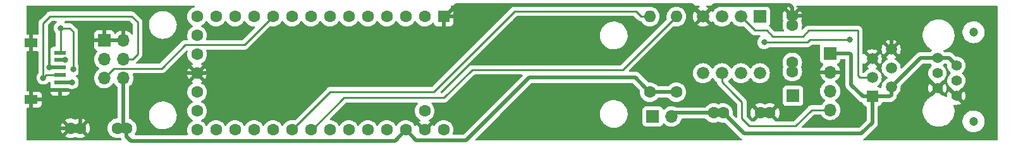
<source format=gbr>
G04 #@! TF.GenerationSoftware,KiCad,Pcbnew,6.0.1-79c1e3a40b~116~ubuntu20.04.1*
G04 #@! TF.CreationDate,2022-01-17T11:12:02+01:00*
G04 #@! TF.ProjectId,DNMS,444e4d53-2e6b-4696-9361-645f70636258,V1.6*
G04 #@! TF.SameCoordinates,Original*
G04 #@! TF.FileFunction,Copper,L2,Bot*
G04 #@! TF.FilePolarity,Positive*
%FSLAX46Y46*%
G04 Gerber Fmt 4.6, Leading zero omitted, Abs format (unit mm)*
G04 Created by KiCad (PCBNEW 6.0.1-79c1e3a40b~116~ubuntu20.04.1) date 2022-01-17 11:12:02*
%MOMM*%
%LPD*%
G01*
G04 APERTURE LIST*
G04 #@! TA.AperFunction,ComponentPad*
%ADD10C,1.600000*%
G04 #@! TD*
G04 #@! TA.AperFunction,ComponentPad*
%ADD11R,1.700000X1.700000*%
G04 #@! TD*
G04 #@! TA.AperFunction,ComponentPad*
%ADD12O,1.700000X1.700000*%
G04 #@! TD*
G04 #@! TA.AperFunction,ComponentPad*
%ADD13O,1.600000X1.600000*%
G04 #@! TD*
G04 #@! TA.AperFunction,ComponentPad*
%ADD14R,1.676400X1.676400*%
G04 #@! TD*
G04 #@! TA.AperFunction,ComponentPad*
%ADD15C,1.676400*%
G04 #@! TD*
G04 #@! TA.AperFunction,ComponentPad*
%ADD16R,1.520000X1.520000*%
G04 #@! TD*
G04 #@! TA.AperFunction,ComponentPad*
%ADD17C,1.520000*%
G04 #@! TD*
G04 #@! TA.AperFunction,ComponentPad*
%ADD18R,1.600000X1.600000*%
G04 #@! TD*
G04 #@! TA.AperFunction,ComponentPad*
%ADD19C,1.400000*%
G04 #@! TD*
G04 #@! TA.AperFunction,ComponentPad*
%ADD20C,1.200000*%
G04 #@! TD*
G04 #@! TA.AperFunction,SMDPad,CuDef*
%ADD21R,1.550000X0.600000*%
G04 #@! TD*
G04 #@! TA.AperFunction,SMDPad,CuDef*
%ADD22R,1.800000X1.200000*%
G04 #@! TD*
G04 #@! TA.AperFunction,ViaPad*
%ADD23C,0.800000*%
G04 #@! TD*
G04 #@! TA.AperFunction,Conductor*
%ADD24C,0.500000*%
G04 #@! TD*
G04 #@! TA.AperFunction,Conductor*
%ADD25C,0.250000*%
G04 #@! TD*
G04 APERTURE END LIST*
D10*
X158927800Y-84210400D03*
X158927800Y-82960400D03*
X158927800Y-77960400D03*
X158927800Y-76710400D03*
D11*
X140233400Y-90244800D03*
D12*
X142773400Y-90244800D03*
D11*
X164014400Y-81743800D03*
D12*
X164014400Y-84283800D03*
X164014400Y-86823800D03*
X164014400Y-89363800D03*
D10*
X143410000Y-86968000D03*
D13*
X143410000Y-76808000D03*
D10*
X139854000Y-86968000D03*
D13*
X139854000Y-76808000D03*
D14*
X154586000Y-76808000D03*
D15*
X152046000Y-76808000D03*
X149506000Y-76808000D03*
X146966000Y-76808000D03*
X146966000Y-84428000D03*
X149506000Y-84428000D03*
X152046000Y-84428000D03*
X154586000Y-84428000D03*
D10*
X149662200Y-89770200D03*
X148412200Y-89770200D03*
X154662200Y-89770200D03*
X155912200Y-89770200D03*
X69799200Y-91827400D03*
X68549200Y-91827400D03*
X63549200Y-91827400D03*
X62299200Y-91827400D03*
D16*
X169636440Y-87568560D03*
D17*
X172176440Y-86298560D03*
X169636440Y-85028560D03*
X172176440Y-83758560D03*
X169636440Y-82488560D03*
X172176440Y-81218560D03*
D11*
X66802000Y-80010000D03*
D12*
X69342000Y-80010000D03*
X66802000Y-82550000D03*
X69342000Y-82550000D03*
X66802000Y-85090000D03*
X69342000Y-85090000D03*
D18*
X112242600Y-76809600D03*
D10*
X109702600Y-76809600D03*
X107162600Y-76809600D03*
X104622600Y-76809600D03*
X102082600Y-76809600D03*
X99542600Y-76809600D03*
X97002600Y-76809600D03*
X94462600Y-76809600D03*
X91922600Y-76809600D03*
X89382600Y-76809600D03*
X86842600Y-76809600D03*
X84302600Y-76809600D03*
X81762600Y-76809600D03*
X79222600Y-76809600D03*
X79222600Y-79349600D03*
X79222600Y-81889600D03*
X79222600Y-84429600D03*
X79222600Y-86969600D03*
X79222600Y-89509600D03*
X79222600Y-92049600D03*
X81762600Y-92049600D03*
X84302600Y-92049600D03*
X86842600Y-92049600D03*
X89382600Y-92049600D03*
X91922600Y-92049600D03*
X94462600Y-92049600D03*
X97002600Y-92049600D03*
X99542600Y-92049600D03*
X102082600Y-92049600D03*
X104622600Y-92049600D03*
X107162600Y-92049600D03*
X109702600Y-92049600D03*
X112242600Y-92049600D03*
X109702600Y-89509600D03*
D11*
X159029400Y-87477600D03*
D19*
X178362480Y-82362200D03*
X180902480Y-83382200D03*
X178362480Y-84402200D03*
X180902480Y-85422200D03*
X178362480Y-86442200D03*
X180902480Y-87462200D03*
D20*
X183202480Y-90912200D03*
X183202480Y-78912200D03*
D21*
X60876180Y-86647660D03*
X60876180Y-85647660D03*
X60876180Y-84647660D03*
X60876180Y-83647660D03*
X60876180Y-82647660D03*
X60876180Y-81647660D03*
D22*
X57001180Y-87947660D03*
X57001180Y-80347660D03*
D23*
X82448400Y-79019400D03*
X59405140Y-83647660D03*
X85521800Y-87858600D03*
X74295000Y-85775800D03*
X126517400Y-81407000D03*
X57001180Y-83689420D03*
X62485140Y-85647660D03*
X166651560Y-79918560D03*
X155168600Y-80264000D03*
X60937140Y-78361540D03*
X62641480Y-83913980D03*
X61573540Y-82647660D03*
X58633360Y-85039200D03*
D24*
X74295000Y-85775800D02*
X75819000Y-85775800D01*
X62299200Y-91827400D02*
X57867600Y-91827400D01*
X57001180Y-86439780D02*
X57001180Y-86635820D01*
X158623580Y-75274810D02*
X148499190Y-75274810D01*
X57001180Y-83689420D02*
X57001180Y-86439780D01*
X113926620Y-75284000D02*
X145442000Y-75284000D01*
X57209060Y-86647660D02*
X57001180Y-86439780D01*
X148499190Y-75274810D02*
X146966000Y-76808000D01*
X145442000Y-75284000D02*
X146966000Y-76808000D01*
X60876180Y-86647660D02*
X57013020Y-86647660D01*
X63549200Y-80964100D02*
X64503300Y-80010000D01*
X57867600Y-91827400D02*
X57001180Y-90960980D01*
X172176440Y-77383640D02*
X172176440Y-81218560D01*
X84942680Y-84429600D02*
X85521800Y-85008720D01*
X77165200Y-84429600D02*
X79222600Y-84429600D01*
X79222600Y-84429600D02*
X84942680Y-84429600D01*
X59405140Y-83647660D02*
X60876180Y-83647660D01*
X62299200Y-92227400D02*
X63549200Y-92227400D01*
X155912200Y-89770200D02*
X154662200Y-89770200D01*
X112402620Y-76808000D02*
X113926620Y-75284000D01*
X158927800Y-76710400D02*
X171503200Y-76710400D01*
X57001180Y-90960980D02*
X57001180Y-87947660D01*
X57001180Y-80347660D02*
X57001180Y-83689420D01*
X57013020Y-86647660D02*
X57001180Y-86635820D01*
X158927800Y-75579030D02*
X158623580Y-75274810D01*
X64503300Y-80010000D02*
X65452000Y-80010000D01*
X158927800Y-76710400D02*
X158927800Y-75579030D01*
X171503200Y-76710400D02*
X172176440Y-77383640D01*
X66802000Y-80010000D02*
X69342000Y-80010000D01*
X65452000Y-80010000D02*
X66802000Y-80010000D01*
X63549200Y-91827400D02*
X63549200Y-80964100D01*
X158927800Y-76710400D02*
X158927800Y-77960400D01*
X57001180Y-86635820D02*
X57001180Y-87947660D01*
X85521800Y-85008720D02*
X85521800Y-87858600D01*
X75819000Y-85775800D02*
X77165200Y-84429600D01*
X107162600Y-92049600D02*
X107162600Y-92067380D01*
X139054001Y-86145801D02*
X137896600Y-84988400D01*
X68549200Y-92227400D02*
X69799200Y-92227400D01*
X70339430Y-93499000D02*
X105713200Y-93499000D01*
X69799200Y-91827400D02*
X69799200Y-92958770D01*
X105713200Y-93499000D02*
X107162600Y-92049600D01*
X107162600Y-92067380D02*
X107154980Y-92075000D01*
X139854000Y-86968000D02*
X143410000Y-86968000D01*
X123699600Y-84988400D02*
X115216000Y-93472000D01*
X115216000Y-93472000D02*
X108585000Y-93472000D01*
X69799200Y-92958770D02*
X70339430Y-93499000D01*
X62485140Y-85647660D02*
X60876180Y-85647660D01*
X108585000Y-93472000D02*
X107162600Y-92049600D01*
X139854000Y-86968000D02*
X139054001Y-86168001D01*
X69342000Y-91370200D02*
X69799200Y-91827400D01*
X137896600Y-84988400D02*
X123699600Y-84988400D01*
X139054001Y-86168001D02*
X139054001Y-86145801D01*
X69342000Y-85090000D02*
X69342000Y-91370200D01*
X152454680Y-92562680D02*
X149662200Y-89770200D01*
X168175940Y-92562680D02*
X152454680Y-92562680D01*
X166824660Y-86016780D02*
X166824660Y-81927700D01*
X166824660Y-81927700D02*
X166640760Y-81743800D01*
X168376440Y-87568560D02*
X166824660Y-86016780D01*
X148412200Y-89770200D02*
X143248000Y-89770200D01*
X176128200Y-82346800D02*
X176143600Y-82362200D01*
X169636440Y-87568560D02*
X168376440Y-87568560D01*
X171981242Y-87568560D02*
X169636440Y-87568560D01*
X143248000Y-89770200D02*
X142773400Y-90244800D01*
X172176440Y-86298560D02*
X176128200Y-82346800D01*
X169636440Y-91102180D02*
X168175940Y-92562680D01*
X178362480Y-82362200D02*
X179882480Y-82362200D01*
X179882480Y-82362200D02*
X180902480Y-83382200D01*
X169636440Y-87568560D02*
X169636440Y-91102180D01*
X176143600Y-82362200D02*
X178362480Y-82362200D01*
X172176440Y-87373362D02*
X171981242Y-87568560D01*
X172176440Y-86298560D02*
X172176440Y-87373362D01*
X166640760Y-81743800D02*
X164014400Y-81743800D01*
D25*
X160957260Y-80264000D02*
X161302700Y-79918560D01*
X161302700Y-79918560D02*
X166651560Y-79918560D01*
X155168600Y-80264000D02*
X160957260Y-80264000D01*
X160342580Y-79451200D02*
X156326840Y-79451200D01*
X167690800Y-78663800D02*
X161129980Y-78663800D01*
X169636440Y-85028560D02*
X168010360Y-85028560D01*
X156326840Y-79451200D02*
X155539440Y-78663800D01*
X153901800Y-78663800D02*
X152046000Y-76808000D01*
X168010360Y-85028560D02*
X167690800Y-84709000D01*
X155539440Y-78663800D02*
X153901800Y-78663800D01*
X167690800Y-84709000D02*
X167690800Y-78663800D01*
X161129980Y-78663800D02*
X160342580Y-79451200D01*
X152171400Y-90497660D02*
X152171400Y-88278793D01*
X138722630Y-76808000D02*
X138013030Y-76098400D01*
X149506000Y-85613393D02*
X151053800Y-87161193D01*
X97067700Y-86904500D02*
X91922600Y-92049600D01*
X120726200Y-77114400D02*
X110961500Y-86904500D01*
X153162000Y-91518740D02*
X153162000Y-91488260D01*
X151053800Y-87161193D02*
X151067593Y-87161193D01*
X152171400Y-88278793D02*
X151053800Y-87161193D01*
X153162000Y-91488260D02*
X152171400Y-90497660D01*
X121058000Y-76808000D02*
X120726200Y-77114400D01*
X149506000Y-84428000D02*
X149506000Y-85613393D01*
X138013030Y-76098400D02*
X121742200Y-76098400D01*
X110961500Y-86904500D02*
X97067700Y-86904500D01*
X139854000Y-76808000D02*
X138722630Y-76808000D01*
X161519620Y-89363800D02*
X159364680Y-91518740D01*
X164014400Y-89363800D02*
X161519620Y-89363800D01*
X121742200Y-76098400D02*
X120726200Y-77114400D01*
X159364680Y-91518740D02*
X153162000Y-91518740D01*
X143410000Y-76808000D02*
X136245600Y-83972400D01*
X98933000Y-87737620D02*
X98933000Y-87731600D01*
X94622620Y-92048000D02*
X98933000Y-87737620D01*
X112312780Y-87737620D02*
X98933000Y-87737620D01*
X116078000Y-83972400D02*
X112312780Y-87737620D01*
X136245600Y-83972400D02*
X116078000Y-83972400D01*
X60937140Y-78361540D02*
X60937140Y-78361540D01*
X62174120Y-78361540D02*
X60937140Y-78361540D01*
X66802000Y-85090000D02*
X68097400Y-83794600D01*
X68097400Y-83794600D02*
X74472800Y-83794600D01*
X60937140Y-78361540D02*
X60876180Y-78422500D01*
X60937140Y-78422500D02*
X60937140Y-81647660D01*
X74472800Y-83794600D02*
X77647800Y-80619600D01*
X62641480Y-83913980D02*
X62641480Y-78828900D01*
X62641480Y-78828900D02*
X62174120Y-78361540D01*
X77647800Y-80619600D02*
X85572600Y-80619600D01*
X85572600Y-80619600D02*
X89382600Y-76809600D01*
X61573540Y-82647660D02*
X60876180Y-82647660D01*
X70576440Y-82550000D02*
X71272400Y-81854040D01*
X59535060Y-76768960D02*
X58633360Y-77670660D01*
X59024900Y-84647660D02*
X58633360Y-85039200D01*
X71272400Y-77563980D02*
X70477380Y-76768960D01*
X60876180Y-84647660D02*
X59024900Y-84647660D01*
X69342000Y-82550000D02*
X70576440Y-82550000D01*
X58633360Y-77670660D02*
X58633360Y-85039200D01*
X70477380Y-76768960D02*
X59535060Y-76768960D01*
X71272400Y-81854040D02*
X71272400Y-77563980D01*
X58633360Y-85039200D02*
X58801000Y-85039200D01*
G04 #@! TA.AperFunction,Conductor*
G36*
X146497581Y-75327802D02*
G01*
X146544074Y-75381458D01*
X146554178Y-75451732D01*
X146524684Y-75516312D01*
X146482710Y-75547995D01*
X146295316Y-75635378D01*
X146285821Y-75640860D01*
X146225523Y-75683081D01*
X146217148Y-75693558D01*
X146224215Y-75707004D01*
X146953189Y-76435979D01*
X146967132Y-76443592D01*
X146968966Y-76443461D01*
X146975580Y-76439210D01*
X147708509Y-75706280D01*
X147714936Y-75694510D01*
X147705642Y-75682496D01*
X147646179Y-75640860D01*
X147636684Y-75635378D01*
X147449290Y-75547995D01*
X147396005Y-75501078D01*
X147376544Y-75432801D01*
X147397086Y-75364841D01*
X147451108Y-75318775D01*
X147502540Y-75307800D01*
X148968276Y-75307800D01*
X149036397Y-75327802D01*
X149082890Y-75381458D01*
X149092994Y-75451732D01*
X149063500Y-75516312D01*
X149021526Y-75547995D01*
X148835059Y-75634946D01*
X148835056Y-75634948D01*
X148830078Y-75637269D01*
X148637051Y-75772427D01*
X148470427Y-75939051D01*
X148345615Y-76117302D01*
X148338908Y-76126881D01*
X148283451Y-76171209D01*
X148212832Y-76178518D01*
X148149471Y-76146488D01*
X148132482Y-76126881D01*
X148090919Y-76067523D01*
X148080442Y-76059148D01*
X148066996Y-76066215D01*
X147338021Y-76795189D01*
X147330408Y-76809132D01*
X147330539Y-76810966D01*
X147334790Y-76817580D01*
X148067720Y-77550509D01*
X148079490Y-77556936D01*
X148091504Y-77547642D01*
X148132482Y-77489119D01*
X148187939Y-77444791D01*
X148258558Y-77437482D01*
X148321919Y-77469513D01*
X148338908Y-77489119D01*
X148470427Y-77676949D01*
X148637051Y-77843573D01*
X148830078Y-77978731D01*
X148835056Y-77981052D01*
X148835059Y-77981054D01*
X149021635Y-78068056D01*
X149043642Y-78078318D01*
X149048950Y-78079740D01*
X149048952Y-78079741D01*
X149265940Y-78137882D01*
X149271255Y-78139306D01*
X149506000Y-78159844D01*
X149740745Y-78139306D01*
X149746060Y-78137882D01*
X149963048Y-78079741D01*
X149963050Y-78079740D01*
X149968358Y-78078318D01*
X149990365Y-78068056D01*
X150176941Y-77981054D01*
X150176944Y-77981052D01*
X150181922Y-77978731D01*
X150374949Y-77843573D01*
X150541573Y-77676949D01*
X150617173Y-77568980D01*
X150672787Y-77489555D01*
X150728244Y-77445226D01*
X150798863Y-77437917D01*
X150862224Y-77469947D01*
X150879213Y-77489555D01*
X150934827Y-77568980D01*
X151010427Y-77676949D01*
X151177051Y-77843573D01*
X151370078Y-77978731D01*
X151375056Y-77981052D01*
X151375059Y-77981054D01*
X151561635Y-78068056D01*
X151583642Y-78078318D01*
X151588950Y-78079740D01*
X151588952Y-78079741D01*
X151805940Y-78137882D01*
X151811255Y-78139306D01*
X152046000Y-78159844D01*
X152051475Y-78159365D01*
X152275274Y-78139785D01*
X152275278Y-78139784D01*
X152280745Y-78139306D01*
X152368734Y-78115730D01*
X152439709Y-78117420D01*
X152490438Y-78148342D01*
X153398143Y-79056047D01*
X153405687Y-79064337D01*
X153409800Y-79070818D01*
X153449943Y-79108514D01*
X153459467Y-79117458D01*
X153462309Y-79120213D01*
X153482031Y-79139935D01*
X153485155Y-79142358D01*
X153485159Y-79142362D01*
X153485224Y-79142412D01*
X153494245Y-79150117D01*
X153526479Y-79180386D01*
X153533427Y-79184205D01*
X153533429Y-79184207D01*
X153544232Y-79190146D01*
X153560759Y-79201002D01*
X153570498Y-79208557D01*
X153570500Y-79208558D01*
X153576760Y-79213414D01*
X153617340Y-79230974D01*
X153627988Y-79236191D01*
X153644967Y-79245525D01*
X153666740Y-79257495D01*
X153674416Y-79259466D01*
X153674419Y-79259467D01*
X153686362Y-79262533D01*
X153705067Y-79268937D01*
X153723655Y-79276981D01*
X153731478Y-79278220D01*
X153731488Y-79278223D01*
X153767324Y-79283899D01*
X153778944Y-79286305D01*
X153808897Y-79293995D01*
X153821770Y-79297300D01*
X153842024Y-79297300D01*
X153861734Y-79298851D01*
X153881743Y-79302020D01*
X153889635Y-79301274D01*
X153925761Y-79297859D01*
X153937619Y-79297300D01*
X154565728Y-79297300D01*
X154633849Y-79317302D01*
X154680342Y-79370958D01*
X154690446Y-79441232D01*
X154660952Y-79505812D01*
X154639789Y-79525236D01*
X154557347Y-79585134D01*
X154429560Y-79727056D01*
X154388114Y-79798843D01*
X154363590Y-79841320D01*
X154334073Y-79892444D01*
X154275058Y-80074072D01*
X154274368Y-80080633D01*
X154274368Y-80080635D01*
X154260281Y-80214663D01*
X154255096Y-80264000D01*
X154255786Y-80270565D01*
X154269510Y-80401137D01*
X154275058Y-80453928D01*
X154334073Y-80635556D01*
X154429560Y-80800944D01*
X154433978Y-80805851D01*
X154433979Y-80805852D01*
X154516499Y-80897500D01*
X154557347Y-80942866D01*
X154711848Y-81055118D01*
X154717876Y-81057802D01*
X154717878Y-81057803D01*
X154877411Y-81128831D01*
X154886312Y-81132794D01*
X154979712Y-81152647D01*
X155066656Y-81171128D01*
X155066661Y-81171128D01*
X155073113Y-81172500D01*
X155264087Y-81172500D01*
X155270539Y-81171128D01*
X155270544Y-81171128D01*
X155357488Y-81152647D01*
X155450888Y-81132794D01*
X155459789Y-81128831D01*
X155619322Y-81057803D01*
X155619324Y-81057802D01*
X155625352Y-81055118D01*
X155779853Y-80942866D01*
X155784268Y-80937963D01*
X155789180Y-80933540D01*
X155790305Y-80934789D01*
X155843614Y-80901949D01*
X155876800Y-80897500D01*
X160878493Y-80897500D01*
X160889676Y-80898027D01*
X160897169Y-80899702D01*
X160905095Y-80899453D01*
X160905096Y-80899453D01*
X160965246Y-80897562D01*
X160969205Y-80897500D01*
X160997116Y-80897500D01*
X161001051Y-80897003D01*
X161001116Y-80896995D01*
X161012953Y-80896062D01*
X161045211Y-80895048D01*
X161049230Y-80894922D01*
X161057149Y-80894673D01*
X161076603Y-80889021D01*
X161095960Y-80885013D01*
X161108190Y-80883468D01*
X161108191Y-80883468D01*
X161116057Y-80882474D01*
X161123428Y-80879555D01*
X161123430Y-80879555D01*
X161157172Y-80866196D01*
X161168402Y-80862351D01*
X161203243Y-80852229D01*
X161203244Y-80852229D01*
X161210853Y-80850018D01*
X161217672Y-80845985D01*
X161217677Y-80845983D01*
X161228288Y-80839707D01*
X161246036Y-80831012D01*
X161264877Y-80823552D01*
X161300647Y-80797564D01*
X161310567Y-80791048D01*
X161330710Y-80779135D01*
X161348622Y-80768542D01*
X161354229Y-80762936D01*
X161362945Y-80754220D01*
X161377979Y-80741379D01*
X161387955Y-80734131D01*
X161387956Y-80734130D01*
X161394367Y-80729472D01*
X161422548Y-80695407D01*
X161430537Y-80686627D01*
X161528201Y-80588964D01*
X161590513Y-80554939D01*
X161617296Y-80552060D01*
X162567614Y-80552060D01*
X162635735Y-80572062D01*
X162682228Y-80625718D01*
X162692332Y-80695992D01*
X162685597Y-80722287D01*
X162662655Y-80783484D01*
X162655900Y-80845666D01*
X162655900Y-82641934D01*
X162662655Y-82704116D01*
X162713785Y-82840505D01*
X162801139Y-82957061D01*
X162917695Y-83044415D01*
X162926104Y-83047567D01*
X162926105Y-83047568D01*
X163035360Y-83088526D01*
X163092125Y-83131167D01*
X163116825Y-83197729D01*
X163101618Y-83267078D01*
X163082225Y-83293559D01*
X162958990Y-83422517D01*
X162952504Y-83430527D01*
X162832498Y-83606449D01*
X162827400Y-83615423D01*
X162737738Y-83808583D01*
X162734175Y-83818270D01*
X162678789Y-84017983D01*
X162680312Y-84026407D01*
X162692692Y-84029800D01*
X165332744Y-84029800D01*
X165346275Y-84025827D01*
X165347580Y-84016747D01*
X165305614Y-83849675D01*
X165302294Y-83839924D01*
X165217372Y-83644614D01*
X165212505Y-83635539D01*
X165096826Y-83456726D01*
X165090536Y-83448557D01*
X164946693Y-83290477D01*
X164915641Y-83226631D01*
X164924035Y-83156133D01*
X164969212Y-83101364D01*
X164995656Y-83087695D01*
X165102697Y-83047567D01*
X165111105Y-83044415D01*
X165227661Y-82957061D01*
X165315015Y-82840505D01*
X165366145Y-82704116D01*
X165372900Y-82641934D01*
X165372900Y-82628300D01*
X165392902Y-82560179D01*
X165446558Y-82513686D01*
X165498900Y-82502300D01*
X165940160Y-82502300D01*
X166008281Y-82522302D01*
X166054774Y-82575958D01*
X166066160Y-82628300D01*
X166066160Y-85949710D01*
X166064727Y-85968660D01*
X166061461Y-85990129D01*
X166062054Y-85997421D01*
X166062054Y-85997424D01*
X166065745Y-86042798D01*
X166066160Y-86053013D01*
X166066160Y-86061073D01*
X166067449Y-86072131D01*
X166069449Y-86089287D01*
X166069882Y-86093662D01*
X166074886Y-86155175D01*
X166075800Y-86166417D01*
X166078056Y-86173381D01*
X166079247Y-86179340D01*
X166080631Y-86185195D01*
X166081478Y-86192461D01*
X166106395Y-86261107D01*
X166107812Y-86265235D01*
X166127668Y-86326526D01*
X166130309Y-86334679D01*
X166134105Y-86340934D01*
X166136611Y-86346408D01*
X166139330Y-86351838D01*
X166141827Y-86358717D01*
X166145840Y-86364837D01*
X166145840Y-86364838D01*
X166181846Y-86419756D01*
X166184183Y-86423460D01*
X166222065Y-86485887D01*
X166225781Y-86490095D01*
X166225782Y-86490096D01*
X166229463Y-86494264D01*
X166229436Y-86494288D01*
X166232089Y-86497280D01*
X166234792Y-86500513D01*
X166238804Y-86506632D01*
X166250621Y-86517826D01*
X166295043Y-86559908D01*
X166297485Y-86562286D01*
X167792670Y-88057471D01*
X167805056Y-88071883D01*
X167813589Y-88083478D01*
X167813594Y-88083483D01*
X167817932Y-88089378D01*
X167823510Y-88094117D01*
X167823513Y-88094120D01*
X167858208Y-88123595D01*
X167865724Y-88130525D01*
X167871419Y-88136220D01*
X167874301Y-88138500D01*
X167893691Y-88153841D01*
X167897095Y-88156632D01*
X167944595Y-88196986D01*
X167952725Y-88203893D01*
X167959241Y-88207221D01*
X167964290Y-88210588D01*
X167969419Y-88213755D01*
X167975156Y-88218294D01*
X168041315Y-88249215D01*
X168045209Y-88251118D01*
X168110248Y-88284329D01*
X168117356Y-88286068D01*
X168122999Y-88288167D01*
X168128762Y-88290084D01*
X168135390Y-88293182D01*
X168142552Y-88294672D01*
X168142553Y-88294672D01*
X168161587Y-88298631D01*
X168201237Y-88306878D01*
X168206852Y-88308046D01*
X168211136Y-88309016D01*
X168228616Y-88313293D01*
X168278891Y-88325595D01*
X168340305Y-88361215D01*
X168372713Y-88424383D01*
X168373474Y-88429474D01*
X168373842Y-88431020D01*
X168374695Y-88438876D01*
X168425825Y-88575265D01*
X168513179Y-88691821D01*
X168629735Y-88779175D01*
X168766124Y-88830305D01*
X168773981Y-88831158D01*
X168781086Y-88832848D01*
X168842733Y-88868066D01*
X168875553Y-88931021D01*
X168877940Y-88955431D01*
X168877940Y-90735809D01*
X168857938Y-90803930D01*
X168841035Y-90824904D01*
X167898664Y-91767275D01*
X167836352Y-91801301D01*
X167809569Y-91804180D01*
X160279334Y-91804180D01*
X160211213Y-91784178D01*
X160164720Y-91730522D01*
X160154616Y-91660248D01*
X160184110Y-91595668D01*
X160190239Y-91589085D01*
X161745119Y-90034205D01*
X161807431Y-90000179D01*
X161834214Y-89997300D01*
X162738674Y-89997300D01*
X162806795Y-90017302D01*
X162846107Y-90057465D01*
X162914387Y-90168888D01*
X163060650Y-90337738D01*
X163232526Y-90480432D01*
X163425400Y-90593138D01*
X163430225Y-90594980D01*
X163430226Y-90594981D01*
X163432659Y-90595910D01*
X163634092Y-90672830D01*
X163639160Y-90673861D01*
X163639163Y-90673862D01*
X163717880Y-90689877D01*
X163852997Y-90717367D01*
X163858172Y-90717557D01*
X163858174Y-90717557D01*
X164071073Y-90725364D01*
X164071077Y-90725364D01*
X164076237Y-90725553D01*
X164081357Y-90724897D01*
X164081359Y-90724897D01*
X164292688Y-90697825D01*
X164292689Y-90697825D01*
X164297816Y-90697168D01*
X164303919Y-90695337D01*
X164506829Y-90634461D01*
X164506834Y-90634459D01*
X164511784Y-90632974D01*
X164712394Y-90534696D01*
X164894260Y-90404973D01*
X164903232Y-90396033D01*
X165048835Y-90250937D01*
X165052496Y-90247289D01*
X165076445Y-90213961D01*
X165179835Y-90070077D01*
X165182853Y-90065877D01*
X165187011Y-90057465D01*
X165279536Y-89870253D01*
X165279537Y-89870251D01*
X165281830Y-89865611D01*
X165317982Y-89746621D01*
X165345265Y-89656823D01*
X165345265Y-89656821D01*
X165346770Y-89651869D01*
X165375929Y-89430390D01*
X165377556Y-89363800D01*
X165359252Y-89141161D01*
X165304831Y-88924502D01*
X165215754Y-88719640D01*
X165161819Y-88636269D01*
X165097222Y-88536417D01*
X165097220Y-88536414D01*
X165094414Y-88532077D01*
X164944070Y-88366851D01*
X164940019Y-88363652D01*
X164940015Y-88363648D01*
X164772814Y-88231600D01*
X164772810Y-88231598D01*
X164768759Y-88228398D01*
X164727453Y-88205596D01*
X164677484Y-88155164D01*
X164662712Y-88085721D01*
X164687828Y-88019316D01*
X164715180Y-87992709D01*
X164782422Y-87944746D01*
X164894260Y-87864973D01*
X164949711Y-87809716D01*
X165048835Y-87710937D01*
X165052496Y-87707289D01*
X165062290Y-87693660D01*
X165179835Y-87530077D01*
X165182853Y-87525877D01*
X165208885Y-87473206D01*
X165279536Y-87330253D01*
X165279537Y-87330251D01*
X165281830Y-87325611D01*
X165322361Y-87192207D01*
X165345265Y-87116823D01*
X165345265Y-87116821D01*
X165346770Y-87111869D01*
X165375929Y-86890390D01*
X165376726Y-86857776D01*
X165377474Y-86827165D01*
X165377474Y-86827161D01*
X165377556Y-86823800D01*
X165359252Y-86601161D01*
X165304831Y-86384502D01*
X165215754Y-86179640D01*
X165139050Y-86061073D01*
X165097222Y-85996417D01*
X165097220Y-85996414D01*
X165094414Y-85992077D01*
X164944070Y-85826851D01*
X164940019Y-85823652D01*
X164940015Y-85823648D01*
X164772814Y-85691600D01*
X164772810Y-85691598D01*
X164768759Y-85688398D01*
X164726969Y-85665329D01*
X164676998Y-85614897D01*
X164662226Y-85545454D01*
X164687342Y-85479048D01*
X164714694Y-85452441D01*
X164889728Y-85327592D01*
X164897600Y-85320939D01*
X165048452Y-85170612D01*
X165055130Y-85162765D01*
X165179403Y-84989820D01*
X165184713Y-84980983D01*
X165279070Y-84790067D01*
X165282869Y-84780472D01*
X165344777Y-84576710D01*
X165346955Y-84566637D01*
X165348386Y-84555762D01*
X165346175Y-84541578D01*
X165333017Y-84537800D01*
X162697625Y-84537800D01*
X162684094Y-84541773D01*
X162682657Y-84551766D01*
X162712965Y-84686246D01*
X162716045Y-84696075D01*
X162796170Y-84893403D01*
X162800813Y-84902594D01*
X162912094Y-85084188D01*
X162918177Y-85092499D01*
X163057613Y-85253467D01*
X163064980Y-85260683D01*
X163228834Y-85396716D01*
X163237281Y-85402631D01*
X163306369Y-85443003D01*
X163355093Y-85494642D01*
X163368164Y-85564425D01*
X163341433Y-85630196D01*
X163300984Y-85663552D01*
X163288007Y-85670307D01*
X163283874Y-85673410D01*
X163283871Y-85673412D01*
X163113500Y-85801330D01*
X163109365Y-85804435D01*
X163084631Y-85830318D01*
X162963781Y-85956780D01*
X162955029Y-85965938D01*
X162952115Y-85970210D01*
X162952114Y-85970211D01*
X162918781Y-86019076D01*
X162829143Y-86150480D01*
X162793901Y-86226402D01*
X162737641Y-86347606D01*
X162735088Y-86353105D01*
X162675389Y-86568370D01*
X162651651Y-86790495D01*
X162651948Y-86795648D01*
X162651948Y-86795651D01*
X162663682Y-86999150D01*
X162664510Y-87013515D01*
X162665647Y-87018561D01*
X162665648Y-87018567D01*
X162680727Y-87085476D01*
X162713622Y-87231439D01*
X162775073Y-87382776D01*
X162792812Y-87426461D01*
X162797666Y-87438416D01*
X162818985Y-87473206D01*
X162908795Y-87619762D01*
X162914387Y-87628888D01*
X163060650Y-87797738D01*
X163232526Y-87940432D01*
X163239909Y-87944746D01*
X163305845Y-87983276D01*
X163354569Y-88034914D01*
X163367640Y-88104697D01*
X163340909Y-88170469D01*
X163300455Y-88203827D01*
X163288007Y-88210307D01*
X163283874Y-88213410D01*
X163283871Y-88213412D01*
X163113500Y-88341330D01*
X163109365Y-88344435D01*
X163048597Y-88408025D01*
X162983011Y-88476657D01*
X162955029Y-88505938D01*
X162952115Y-88510210D01*
X162952114Y-88510211D01*
X162839495Y-88675304D01*
X162784584Y-88720307D01*
X162735407Y-88730300D01*
X161598383Y-88730300D01*
X161587199Y-88729773D01*
X161579711Y-88728099D01*
X161571788Y-88728348D01*
X161511653Y-88730238D01*
X161507695Y-88730300D01*
X161479764Y-88730300D01*
X161475849Y-88730795D01*
X161475845Y-88730795D01*
X161475787Y-88730803D01*
X161475758Y-88730806D01*
X161463916Y-88731739D01*
X161419730Y-88733127D01*
X161402364Y-88738172D01*
X161400278Y-88738778D01*
X161380926Y-88742786D01*
X161368688Y-88744332D01*
X161368686Y-88744333D01*
X161360823Y-88745326D01*
X161319706Y-88761606D01*
X161308505Y-88765441D01*
X161266026Y-88777782D01*
X161259207Y-88781815D01*
X161259202Y-88781817D01*
X161248591Y-88788093D01*
X161230841Y-88796790D01*
X161212003Y-88804248D01*
X161205587Y-88808909D01*
X161205586Y-88808910D01*
X161176245Y-88830228D01*
X161166321Y-88836747D01*
X161135080Y-88855222D01*
X161135075Y-88855226D01*
X161128257Y-88859258D01*
X161113933Y-88873582D01*
X161098901Y-88886421D01*
X161082513Y-88898328D01*
X161059653Y-88925961D01*
X161054332Y-88932393D01*
X161046342Y-88941173D01*
X159139180Y-90848335D01*
X159076868Y-90882361D01*
X159050085Y-90885240D01*
X156720220Y-90885240D01*
X156652099Y-90865238D01*
X156631125Y-90848335D01*
X155642085Y-89859295D01*
X155608059Y-89796983D01*
X155609894Y-89771332D01*
X156276608Y-89771332D01*
X156276739Y-89773165D01*
X156280990Y-89779780D01*
X156986487Y-90485277D01*
X156998262Y-90491707D01*
X157010277Y-90482411D01*
X157046131Y-90431206D01*
X157051614Y-90421711D01*
X157143690Y-90224253D01*
X157147436Y-90213961D01*
X157203825Y-90003512D01*
X157205728Y-89992719D01*
X157224717Y-89775675D01*
X157224717Y-89764725D01*
X157205728Y-89547681D01*
X157203825Y-89536888D01*
X157147436Y-89326439D01*
X157143690Y-89316147D01*
X157051614Y-89118689D01*
X157046131Y-89109194D01*
X157009691Y-89057152D01*
X156999212Y-89048776D01*
X156985766Y-89055844D01*
X156284222Y-89757388D01*
X156276608Y-89771332D01*
X155609894Y-89771332D01*
X155613124Y-89726168D01*
X155642085Y-89681105D01*
X156627277Y-88695913D01*
X156633707Y-88684138D01*
X156624411Y-88672123D01*
X156573206Y-88636269D01*
X156563711Y-88630786D01*
X156366253Y-88538710D01*
X156355961Y-88534964D01*
X156145512Y-88478575D01*
X156134719Y-88476672D01*
X155917675Y-88457683D01*
X155906725Y-88457683D01*
X155689681Y-88476672D01*
X155678888Y-88478575D01*
X155468439Y-88534964D01*
X155458147Y-88538710D01*
X155340450Y-88593593D01*
X155270258Y-88604254D01*
X155233950Y-88593593D01*
X155116253Y-88538710D01*
X155105961Y-88534964D01*
X154895512Y-88478575D01*
X154884719Y-88476672D01*
X154667675Y-88457683D01*
X154656725Y-88457683D01*
X154439681Y-88476672D01*
X154428888Y-88478575D01*
X154218439Y-88534964D01*
X154208147Y-88538710D01*
X154010689Y-88630786D01*
X154001194Y-88636269D01*
X153949152Y-88672709D01*
X153940776Y-88683188D01*
X153947844Y-88696634D01*
X154932315Y-89681105D01*
X154966341Y-89743417D01*
X154961276Y-89814232D01*
X154932315Y-89859295D01*
X153943275Y-90848335D01*
X153880963Y-90882361D01*
X153854180Y-90885240D01*
X153507075Y-90885240D01*
X153438954Y-90865238D01*
X153417979Y-90848335D01*
X152841804Y-90272159D01*
X152807779Y-90209847D01*
X152804900Y-90183064D01*
X152804900Y-89775675D01*
X153349683Y-89775675D01*
X153368672Y-89992719D01*
X153370575Y-90003512D01*
X153426964Y-90213961D01*
X153430710Y-90224253D01*
X153522786Y-90421711D01*
X153528269Y-90431206D01*
X153564709Y-90483248D01*
X153575188Y-90491624D01*
X153588634Y-90484556D01*
X154290178Y-89783012D01*
X154297792Y-89769068D01*
X154297661Y-89767235D01*
X154293410Y-89760620D01*
X153587913Y-89055123D01*
X153576138Y-89048693D01*
X153564123Y-89057989D01*
X153528269Y-89109194D01*
X153522786Y-89118689D01*
X153430710Y-89316147D01*
X153426964Y-89326439D01*
X153370575Y-89536888D01*
X153368672Y-89547681D01*
X153349683Y-89764725D01*
X153349683Y-89775675D01*
X152804900Y-89775675D01*
X152804900Y-88375734D01*
X157670900Y-88375734D01*
X157677655Y-88437916D01*
X157728785Y-88574305D01*
X157816139Y-88690861D01*
X157932695Y-88778215D01*
X158069084Y-88829345D01*
X158131266Y-88836100D01*
X159927534Y-88836100D01*
X159989716Y-88829345D01*
X160126105Y-88778215D01*
X160242661Y-88690861D01*
X160330015Y-88574305D01*
X160381145Y-88437916D01*
X160387900Y-88375734D01*
X160387900Y-86579466D01*
X160381145Y-86517284D01*
X160330015Y-86380895D01*
X160242661Y-86264339D01*
X160126105Y-86176985D01*
X159989716Y-86125855D01*
X159927534Y-86119100D01*
X158131266Y-86119100D01*
X158069084Y-86125855D01*
X157932695Y-86176985D01*
X157816139Y-86264339D01*
X157728785Y-86380895D01*
X157677655Y-86517284D01*
X157670900Y-86579466D01*
X157670900Y-88375734D01*
X152804900Y-88375734D01*
X152804900Y-88357560D01*
X152805427Y-88346377D01*
X152807102Y-88338884D01*
X152806844Y-88330659D01*
X152804962Y-88270807D01*
X152804900Y-88266848D01*
X152804900Y-88238937D01*
X152804395Y-88234937D01*
X152803462Y-88223094D01*
X152803409Y-88221389D01*
X152802073Y-88178904D01*
X152796421Y-88159450D01*
X152792413Y-88140093D01*
X152790868Y-88127863D01*
X152790868Y-88127862D01*
X152789874Y-88119996D01*
X152783817Y-88104697D01*
X152773596Y-88078881D01*
X152769751Y-88067651D01*
X152759629Y-88032810D01*
X152759629Y-88032809D01*
X152757418Y-88025200D01*
X152753385Y-88018381D01*
X152753383Y-88018376D01*
X152747107Y-88007765D01*
X152738412Y-87990017D01*
X152730952Y-87971176D01*
X152704964Y-87935406D01*
X152698448Y-87925486D01*
X152679980Y-87894258D01*
X152679978Y-87894255D01*
X152675942Y-87887431D01*
X152661621Y-87873110D01*
X152648780Y-87858076D01*
X152636872Y-87841686D01*
X152602795Y-87813495D01*
X152594016Y-87805505D01*
X151598796Y-86810284D01*
X151581505Y-86788703D01*
X151563841Y-86760869D01*
X151559593Y-86754175D01*
X151442914Y-86644607D01*
X151435971Y-86640790D01*
X151429553Y-86636127D01*
X151429711Y-86635909D01*
X151408474Y-86619963D01*
X150402612Y-85614100D01*
X150368586Y-85551788D01*
X150373651Y-85480972D01*
X150402612Y-85435910D01*
X150541573Y-85296949D01*
X150625237Y-85177464D01*
X150672787Y-85109555D01*
X150728244Y-85065226D01*
X150798863Y-85057917D01*
X150862224Y-85089947D01*
X150879213Y-85109555D01*
X150926763Y-85177464D01*
X151010427Y-85296949D01*
X151177051Y-85463573D01*
X151370078Y-85598731D01*
X151375056Y-85601052D01*
X151375059Y-85601054D01*
X151569235Y-85691600D01*
X151583642Y-85698318D01*
X151588950Y-85699740D01*
X151588952Y-85699741D01*
X151775699Y-85749779D01*
X151811255Y-85759306D01*
X152046000Y-85779844D01*
X152280745Y-85759306D01*
X152316301Y-85749779D01*
X152503048Y-85699741D01*
X152503050Y-85699740D01*
X152508358Y-85698318D01*
X152522765Y-85691600D01*
X152716941Y-85601054D01*
X152716944Y-85601052D01*
X152721922Y-85598731D01*
X152914949Y-85463573D01*
X153081573Y-85296949D01*
X153165237Y-85177464D01*
X153212787Y-85109555D01*
X153268244Y-85065226D01*
X153338863Y-85057917D01*
X153402224Y-85089947D01*
X153419213Y-85109555D01*
X153466763Y-85177464D01*
X153550427Y-85296949D01*
X153717051Y-85463573D01*
X153910078Y-85598731D01*
X153915056Y-85601052D01*
X153915059Y-85601054D01*
X154109235Y-85691600D01*
X154123642Y-85698318D01*
X154128950Y-85699740D01*
X154128952Y-85699741D01*
X154315699Y-85749779D01*
X154351255Y-85759306D01*
X154586000Y-85779844D01*
X154820745Y-85759306D01*
X154856301Y-85749779D01*
X155043048Y-85699741D01*
X155043050Y-85699740D01*
X155048358Y-85698318D01*
X155062765Y-85691600D01*
X155256941Y-85601054D01*
X155256944Y-85601052D01*
X155261922Y-85598731D01*
X155454949Y-85463573D01*
X155621573Y-85296949D01*
X155756731Y-85103922D01*
X155762941Y-85090606D01*
X155853995Y-84895340D01*
X155853996Y-84895338D01*
X155856318Y-84890358D01*
X155863479Y-84863635D01*
X155915882Y-84668060D01*
X155915882Y-84668059D01*
X155917306Y-84662745D01*
X155937844Y-84428000D01*
X155918806Y-84210400D01*
X157614302Y-84210400D01*
X157634257Y-84438487D01*
X157635681Y-84443800D01*
X157635681Y-84443802D01*
X157679116Y-84605900D01*
X157693516Y-84659643D01*
X157695839Y-84664624D01*
X157695839Y-84664625D01*
X157787951Y-84862162D01*
X157787954Y-84862167D01*
X157790277Y-84867149D01*
X157810017Y-84895340D01*
X157915346Y-85045765D01*
X157921602Y-85054700D01*
X158083500Y-85216598D01*
X158088008Y-85219755D01*
X158088011Y-85219757D01*
X158122911Y-85244194D01*
X158271051Y-85347923D01*
X158276033Y-85350246D01*
X158276038Y-85350249D01*
X158459741Y-85435910D01*
X158478557Y-85444684D01*
X158483865Y-85446106D01*
X158483867Y-85446107D01*
X158694398Y-85502519D01*
X158694400Y-85502519D01*
X158699713Y-85503943D01*
X158927800Y-85523898D01*
X159155887Y-85503943D01*
X159161200Y-85502519D01*
X159161202Y-85502519D01*
X159371733Y-85446107D01*
X159371735Y-85446106D01*
X159377043Y-85444684D01*
X159395859Y-85435910D01*
X159579562Y-85350249D01*
X159579567Y-85350246D01*
X159584549Y-85347923D01*
X159732689Y-85244194D01*
X159767589Y-85219757D01*
X159767592Y-85219755D01*
X159772100Y-85216598D01*
X159933998Y-85054700D01*
X159940255Y-85045765D01*
X160045583Y-84895340D01*
X160065323Y-84867149D01*
X160067646Y-84862167D01*
X160067649Y-84862162D01*
X160159761Y-84664625D01*
X160159761Y-84664624D01*
X160162084Y-84659643D01*
X160176485Y-84605900D01*
X160219919Y-84443802D01*
X160219919Y-84443800D01*
X160221343Y-84438487D01*
X160241298Y-84210400D01*
X160221343Y-83982313D01*
X160201304Y-83907525D01*
X160174792Y-83808583D01*
X160162084Y-83761157D01*
X160104958Y-83638648D01*
X160094297Y-83568458D01*
X160104957Y-83532154D01*
X160162084Y-83409643D01*
X160198476Y-83273828D01*
X160219919Y-83193802D01*
X160219919Y-83193800D01*
X160221343Y-83188487D01*
X160241298Y-82960400D01*
X160221343Y-82732313D01*
X160186539Y-82602424D01*
X160163507Y-82516467D01*
X160163506Y-82516465D01*
X160162084Y-82511157D01*
X160145573Y-82475748D01*
X160067649Y-82308638D01*
X160067646Y-82308633D01*
X160065323Y-82303651D01*
X159956097Y-82147660D01*
X159937157Y-82120611D01*
X159937155Y-82120608D01*
X159933998Y-82116100D01*
X159772100Y-81954202D01*
X159767592Y-81951045D01*
X159767589Y-81951043D01*
X159668879Y-81881926D01*
X159584549Y-81822877D01*
X159579567Y-81820554D01*
X159579562Y-81820551D01*
X159382025Y-81728439D01*
X159382024Y-81728439D01*
X159377043Y-81726116D01*
X159371735Y-81724694D01*
X159371733Y-81724693D01*
X159161202Y-81668281D01*
X159161200Y-81668281D01*
X159155887Y-81666857D01*
X158927800Y-81646902D01*
X158699713Y-81666857D01*
X158694400Y-81668281D01*
X158694398Y-81668281D01*
X158483867Y-81724693D01*
X158483865Y-81724694D01*
X158478557Y-81726116D01*
X158473576Y-81728439D01*
X158473575Y-81728439D01*
X158276038Y-81820551D01*
X158276033Y-81820554D01*
X158271051Y-81822877D01*
X158186721Y-81881926D01*
X158088011Y-81951043D01*
X158088008Y-81951045D01*
X158083500Y-81954202D01*
X157921602Y-82116100D01*
X157918445Y-82120608D01*
X157918443Y-82120611D01*
X157899503Y-82147660D01*
X157790277Y-82303651D01*
X157787954Y-82308633D01*
X157787951Y-82308638D01*
X157710027Y-82475748D01*
X157693516Y-82511157D01*
X157692094Y-82516465D01*
X157692093Y-82516467D01*
X157669061Y-82602424D01*
X157634257Y-82732313D01*
X157614302Y-82960400D01*
X157634257Y-83188487D01*
X157635681Y-83193800D01*
X157635681Y-83193802D01*
X157657124Y-83273828D01*
X157693516Y-83409643D01*
X157750642Y-83532152D01*
X157761303Y-83602342D01*
X157750643Y-83638646D01*
X157693516Y-83761157D01*
X157680808Y-83808583D01*
X157654297Y-83907525D01*
X157634257Y-83982313D01*
X157614302Y-84210400D01*
X155918806Y-84210400D01*
X155917306Y-84193255D01*
X155885452Y-84074373D01*
X155857741Y-83970952D01*
X155857740Y-83970950D01*
X155856318Y-83965642D01*
X155841618Y-83934118D01*
X155759054Y-83757059D01*
X155759052Y-83757056D01*
X155756731Y-83752078D01*
X155621573Y-83559051D01*
X155454949Y-83392427D01*
X155261922Y-83257269D01*
X155256944Y-83254948D01*
X155256941Y-83254946D01*
X155053340Y-83160005D01*
X155053338Y-83160004D01*
X155048358Y-83157682D01*
X155043050Y-83156260D01*
X155043048Y-83156259D01*
X154826060Y-83098118D01*
X154826059Y-83098118D01*
X154820745Y-83096694D01*
X154586000Y-83076156D01*
X154351255Y-83096694D01*
X154345941Y-83098118D01*
X154345940Y-83098118D01*
X154128952Y-83156259D01*
X154128950Y-83156260D01*
X154123642Y-83157682D01*
X154118662Y-83160004D01*
X154118660Y-83160005D01*
X153915059Y-83254946D01*
X153915056Y-83254948D01*
X153910078Y-83257269D01*
X153717051Y-83392427D01*
X153550427Y-83559051D01*
X153490516Y-83644614D01*
X153419213Y-83746445D01*
X153363756Y-83790774D01*
X153293137Y-83798083D01*
X153229776Y-83766053D01*
X153212787Y-83746445D01*
X153141484Y-83644614D01*
X153081573Y-83559051D01*
X152914949Y-83392427D01*
X152721922Y-83257269D01*
X152716944Y-83254948D01*
X152716941Y-83254946D01*
X152513340Y-83160005D01*
X152513338Y-83160004D01*
X152508358Y-83157682D01*
X152503050Y-83156260D01*
X152503048Y-83156259D01*
X152286060Y-83098118D01*
X152286059Y-83098118D01*
X152280745Y-83096694D01*
X152046000Y-83076156D01*
X151811255Y-83096694D01*
X151805941Y-83098118D01*
X151805940Y-83098118D01*
X151588952Y-83156259D01*
X151588950Y-83156260D01*
X151583642Y-83157682D01*
X151578662Y-83160004D01*
X151578660Y-83160005D01*
X151375059Y-83254946D01*
X151375056Y-83254948D01*
X151370078Y-83257269D01*
X151177051Y-83392427D01*
X151010427Y-83559051D01*
X150950516Y-83644614D01*
X150879213Y-83746445D01*
X150823756Y-83790774D01*
X150753137Y-83798083D01*
X150689776Y-83766053D01*
X150672787Y-83746445D01*
X150601484Y-83644614D01*
X150541573Y-83559051D01*
X150374949Y-83392427D01*
X150181922Y-83257269D01*
X150176944Y-83254948D01*
X150176941Y-83254946D01*
X149973340Y-83160005D01*
X149973338Y-83160004D01*
X149968358Y-83157682D01*
X149963050Y-83156260D01*
X149963048Y-83156259D01*
X149746060Y-83098118D01*
X149746059Y-83098118D01*
X149740745Y-83096694D01*
X149506000Y-83076156D01*
X149271255Y-83096694D01*
X149265941Y-83098118D01*
X149265940Y-83098118D01*
X149048952Y-83156259D01*
X149048950Y-83156260D01*
X149043642Y-83157682D01*
X149038662Y-83160004D01*
X149038660Y-83160005D01*
X148835059Y-83254946D01*
X148835056Y-83254948D01*
X148830078Y-83257269D01*
X148637051Y-83392427D01*
X148470427Y-83559051D01*
X148410516Y-83644614D01*
X148339213Y-83746445D01*
X148283756Y-83790774D01*
X148213137Y-83798083D01*
X148149776Y-83766053D01*
X148132787Y-83746445D01*
X148061484Y-83644614D01*
X148001573Y-83559051D01*
X147834949Y-83392427D01*
X147641922Y-83257269D01*
X147636944Y-83254948D01*
X147636941Y-83254946D01*
X147433340Y-83160005D01*
X147433338Y-83160004D01*
X147428358Y-83157682D01*
X147423050Y-83156260D01*
X147423048Y-83156259D01*
X147206060Y-83098118D01*
X147206059Y-83098118D01*
X147200745Y-83096694D01*
X146966000Y-83076156D01*
X146731255Y-83096694D01*
X146725941Y-83098118D01*
X146725940Y-83098118D01*
X146508952Y-83156259D01*
X146508950Y-83156260D01*
X146503642Y-83157682D01*
X146498662Y-83160004D01*
X146498660Y-83160005D01*
X146295059Y-83254946D01*
X146295056Y-83254948D01*
X146290078Y-83257269D01*
X146097051Y-83392427D01*
X145930427Y-83559051D01*
X145795269Y-83752078D01*
X145792948Y-83757056D01*
X145792946Y-83757059D01*
X145710382Y-83934118D01*
X145695682Y-83965642D01*
X145694260Y-83970950D01*
X145694259Y-83970952D01*
X145666548Y-84074373D01*
X145634694Y-84193255D01*
X145614156Y-84428000D01*
X145634694Y-84662745D01*
X145636118Y-84668059D01*
X145636118Y-84668060D01*
X145688522Y-84863635D01*
X145695682Y-84890358D01*
X145698004Y-84895338D01*
X145698005Y-84895340D01*
X145789060Y-85090606D01*
X145795269Y-85103922D01*
X145930427Y-85296949D01*
X146097051Y-85463573D01*
X146290078Y-85598731D01*
X146295056Y-85601052D01*
X146295059Y-85601054D01*
X146489235Y-85691600D01*
X146503642Y-85698318D01*
X146508950Y-85699740D01*
X146508952Y-85699741D01*
X146695699Y-85749779D01*
X146731255Y-85759306D01*
X146966000Y-85779844D01*
X147200745Y-85759306D01*
X147236301Y-85749779D01*
X147423048Y-85699741D01*
X147423050Y-85699740D01*
X147428358Y-85698318D01*
X147442765Y-85691600D01*
X147636941Y-85601054D01*
X147636944Y-85601052D01*
X147641922Y-85598731D01*
X147834949Y-85463573D01*
X148001573Y-85296949D01*
X148085237Y-85177464D01*
X148132787Y-85109555D01*
X148188244Y-85065226D01*
X148258863Y-85057917D01*
X148322224Y-85089947D01*
X148339213Y-85109555D01*
X148386763Y-85177464D01*
X148470427Y-85296949D01*
X148637051Y-85463573D01*
X148803953Y-85580438D01*
X148820978Y-85592359D01*
X148865307Y-85647816D01*
X148874646Y-85691613D01*
X148875327Y-85713282D01*
X148878586Y-85724499D01*
X148880978Y-85732732D01*
X148884987Y-85752093D01*
X148887526Y-85772190D01*
X148890445Y-85779561D01*
X148890445Y-85779563D01*
X148903804Y-85813305D01*
X148907649Y-85824535D01*
X148910757Y-85835234D01*
X148919982Y-85866986D01*
X148924015Y-85873805D01*
X148924017Y-85873810D01*
X148930293Y-85884421D01*
X148938988Y-85902169D01*
X148946448Y-85921010D01*
X148951110Y-85927426D01*
X148951110Y-85927427D01*
X148972436Y-85956780D01*
X148978952Y-85966700D01*
X148996527Y-85996417D01*
X149001458Y-86004755D01*
X149015779Y-86019076D01*
X149028619Y-86034109D01*
X149040528Y-86050500D01*
X149058509Y-86065375D01*
X149074605Y-86078691D01*
X149083384Y-86086681D01*
X150550148Y-87553446D01*
X150557688Y-87561732D01*
X150561800Y-87568211D01*
X150567577Y-87573636D01*
X150611451Y-87614836D01*
X150614293Y-87617591D01*
X151500996Y-88504294D01*
X151535021Y-88566606D01*
X151537900Y-88593389D01*
X151537900Y-90269029D01*
X151517898Y-90337150D01*
X151464242Y-90383643D01*
X151393968Y-90393747D01*
X151329388Y-90364253D01*
X151322805Y-90358124D01*
X150997871Y-90033190D01*
X150963845Y-89970878D01*
X150961445Y-89933113D01*
X150975219Y-89775675D01*
X150975698Y-89770200D01*
X150955743Y-89542113D01*
X150951805Y-89527416D01*
X150897907Y-89326267D01*
X150897906Y-89326265D01*
X150896484Y-89320957D01*
X150883140Y-89292340D01*
X150802049Y-89118438D01*
X150802046Y-89118433D01*
X150799723Y-89113451D01*
X150714994Y-88992446D01*
X150671557Y-88930411D01*
X150671555Y-88930408D01*
X150668398Y-88925900D01*
X150506500Y-88764002D01*
X150501992Y-88760845D01*
X150501989Y-88760843D01*
X150416380Y-88700899D01*
X150318949Y-88632677D01*
X150313967Y-88630354D01*
X150313962Y-88630351D01*
X150116425Y-88538239D01*
X150116424Y-88538239D01*
X150111443Y-88535916D01*
X150106135Y-88534494D01*
X150106133Y-88534493D01*
X149895602Y-88478081D01*
X149895600Y-88478081D01*
X149890287Y-88476657D01*
X149662200Y-88456702D01*
X149434113Y-88476657D01*
X149428800Y-88478081D01*
X149428798Y-88478081D01*
X149346089Y-88500243D01*
X149212957Y-88535916D01*
X149090448Y-88593042D01*
X149020258Y-88603703D01*
X148983954Y-88593043D01*
X148861443Y-88535916D01*
X148728311Y-88500243D01*
X148645602Y-88478081D01*
X148645600Y-88478081D01*
X148640287Y-88476657D01*
X148412200Y-88456702D01*
X148184113Y-88476657D01*
X148178800Y-88478081D01*
X148178798Y-88478081D01*
X147968267Y-88534493D01*
X147968265Y-88534494D01*
X147962957Y-88535916D01*
X147957976Y-88538239D01*
X147957975Y-88538239D01*
X147760438Y-88630351D01*
X147760433Y-88630354D01*
X147755451Y-88632677D01*
X147658020Y-88700899D01*
X147572411Y-88760843D01*
X147572408Y-88760845D01*
X147567900Y-88764002D01*
X147406002Y-88925900D01*
X147383545Y-88957971D01*
X147328090Y-89002299D01*
X147280333Y-89011700D01*
X143381002Y-89011700D01*
X143332256Y-89001250D01*
X143332189Y-89001438D01*
X143327320Y-88999714D01*
X143327316Y-88999712D01*
X143126487Y-88928595D01*
X143126483Y-88928594D01*
X143121612Y-88926869D01*
X143116519Y-88925962D01*
X143116516Y-88925961D01*
X142906773Y-88888600D01*
X142906767Y-88888599D01*
X142901684Y-88887694D01*
X142827852Y-88886792D01*
X142683481Y-88885028D01*
X142683479Y-88885028D01*
X142678311Y-88884965D01*
X142457491Y-88918755D01*
X142245156Y-88988157D01*
X142217990Y-89002299D01*
X142073978Y-89077267D01*
X142047007Y-89091307D01*
X142042874Y-89094410D01*
X142042871Y-89094412D01*
X141872500Y-89222330D01*
X141868365Y-89225435D01*
X141811937Y-89284484D01*
X141787683Y-89309864D01*
X141726159Y-89345294D01*
X141655246Y-89341837D01*
X141597460Y-89300591D01*
X141578607Y-89267043D01*
X141537167Y-89156503D01*
X141534015Y-89148095D01*
X141446661Y-89031539D01*
X141330105Y-88944185D01*
X141193716Y-88893055D01*
X141131534Y-88886300D01*
X139335266Y-88886300D01*
X139273084Y-88893055D01*
X139136695Y-88944185D01*
X139020139Y-89031539D01*
X138932785Y-89148095D01*
X138881655Y-89284484D01*
X138874900Y-89346666D01*
X138874900Y-91142934D01*
X138881655Y-91205116D01*
X138932785Y-91341505D01*
X139020139Y-91458061D01*
X139136695Y-91545415D01*
X139273084Y-91596545D01*
X139335266Y-91603300D01*
X141131534Y-91603300D01*
X141193716Y-91596545D01*
X141330105Y-91545415D01*
X141446661Y-91458061D01*
X141534015Y-91341505D01*
X141545935Y-91309709D01*
X141577998Y-91224182D01*
X141620640Y-91167418D01*
X141687202Y-91142718D01*
X141756550Y-91157926D01*
X141791217Y-91185914D01*
X141819650Y-91218738D01*
X141991526Y-91361432D01*
X142184400Y-91474138D01*
X142189225Y-91475980D01*
X142189226Y-91475981D01*
X142222235Y-91488586D01*
X142393092Y-91553830D01*
X142398160Y-91554861D01*
X142398163Y-91554862D01*
X142505417Y-91576683D01*
X142611997Y-91598367D01*
X142617172Y-91598557D01*
X142617174Y-91598557D01*
X142830073Y-91606364D01*
X142830077Y-91606364D01*
X142835237Y-91606553D01*
X142840357Y-91605897D01*
X142840359Y-91605897D01*
X143051688Y-91578825D01*
X143051689Y-91578825D01*
X143056816Y-91578168D01*
X143061766Y-91576683D01*
X143265829Y-91515461D01*
X143265834Y-91515459D01*
X143270784Y-91513974D01*
X143471394Y-91415696D01*
X143653260Y-91285973D01*
X143685192Y-91254153D01*
X143772230Y-91167418D01*
X143811496Y-91128289D01*
X143815052Y-91123341D01*
X143938835Y-90951077D01*
X143941853Y-90946877D01*
X143945680Y-90939135D01*
X144038536Y-90751253D01*
X144038537Y-90751251D01*
X144040830Y-90746611D01*
X144061985Y-90676981D01*
X144079884Y-90618071D01*
X144118825Y-90558707D01*
X144183679Y-90529820D01*
X144200442Y-90528700D01*
X147280333Y-90528700D01*
X147348454Y-90548702D01*
X147383545Y-90582428D01*
X147406002Y-90614500D01*
X147567900Y-90776398D01*
X147572408Y-90779555D01*
X147572411Y-90779557D01*
X147637452Y-90825099D01*
X147755451Y-90907723D01*
X147760433Y-90910046D01*
X147760438Y-90910049D01*
X147926772Y-90987611D01*
X147962957Y-91004484D01*
X147968265Y-91005906D01*
X147968267Y-91005907D01*
X148178798Y-91062319D01*
X148178800Y-91062319D01*
X148184113Y-91063743D01*
X148412200Y-91083698D01*
X148640287Y-91063743D01*
X148645600Y-91062319D01*
X148645602Y-91062319D01*
X148750865Y-91034114D01*
X148861443Y-91004484D01*
X148983952Y-90947358D01*
X149054142Y-90936697D01*
X149090446Y-90947357D01*
X149212957Y-91004484D01*
X149323535Y-91034114D01*
X149428798Y-91062319D01*
X149428800Y-91062319D01*
X149434113Y-91063743D01*
X149662200Y-91083698D01*
X149667675Y-91083219D01*
X149825113Y-91069445D01*
X149894718Y-91083434D01*
X149925190Y-91105871D01*
X151870910Y-93051591D01*
X151883296Y-93066003D01*
X151891829Y-93077598D01*
X151891834Y-93077603D01*
X151896172Y-93083498D01*
X151901750Y-93088237D01*
X151901753Y-93088240D01*
X151936448Y-93117715D01*
X151943964Y-93124645D01*
X151949659Y-93130340D01*
X151952541Y-93132620D01*
X151971931Y-93147961D01*
X151975335Y-93150752D01*
X152025383Y-93193271D01*
X152030965Y-93198013D01*
X152037481Y-93201341D01*
X152042530Y-93204708D01*
X152047659Y-93207875D01*
X152053396Y-93212414D01*
X152119555Y-93243335D01*
X152123456Y-93245242D01*
X152140184Y-93253784D01*
X152191756Y-93302578D01*
X152208762Y-93371508D01*
X152185801Y-93438689D01*
X152130164Y-93482792D01*
X152082882Y-93492000D01*
X116572871Y-93492000D01*
X116504750Y-93471998D01*
X116458257Y-93418342D01*
X116448153Y-93348068D01*
X116477647Y-93283488D01*
X116483776Y-93276905D01*
X119818404Y-89942277D01*
X133163409Y-89942277D01*
X133189025Y-90210769D01*
X133190110Y-90215203D01*
X133190111Y-90215209D01*
X133252045Y-90468312D01*
X133253131Y-90472750D01*
X133354385Y-90722733D01*
X133383853Y-90773060D01*
X133485627Y-90946877D01*
X133490665Y-90955482D01*
X133576105Y-91062319D01*
X133636274Y-91137556D01*
X133659116Y-91166119D01*
X133856209Y-91350234D01*
X134077816Y-91503968D01*
X134081899Y-91505999D01*
X134081902Y-91506001D01*
X134146764Y-91538269D01*
X134319294Y-91624101D01*
X134323628Y-91625522D01*
X134323631Y-91625523D01*
X134571253Y-91706698D01*
X134571259Y-91706699D01*
X134575586Y-91708118D01*
X134580077Y-91708898D01*
X134580078Y-91708898D01*
X134837540Y-91753601D01*
X134837548Y-91753602D01*
X134841321Y-91754257D01*
X134845158Y-91754448D01*
X134924978Y-91758422D01*
X134924986Y-91758422D01*
X134926549Y-91758500D01*
X135094912Y-91758500D01*
X135097180Y-91758335D01*
X135097192Y-91758335D01*
X135228284Y-91748823D01*
X135295404Y-91743953D01*
X135299859Y-91742969D01*
X135299862Y-91742969D01*
X135554312Y-91686791D01*
X135554316Y-91686790D01*
X135558772Y-91685806D01*
X135684880Y-91638028D01*
X135806718Y-91591868D01*
X135806721Y-91591867D01*
X135810988Y-91590250D01*
X135994018Y-91488586D01*
X136042775Y-91461504D01*
X136042776Y-91461503D01*
X136046768Y-91459286D01*
X136179318Y-91358127D01*
X136257541Y-91298429D01*
X136257542Y-91298428D01*
X136261173Y-91295657D01*
X136267564Y-91289120D01*
X136384754Y-91169240D01*
X136449712Y-91102792D01*
X136608434Y-90884730D01*
X136676385Y-90755576D01*
X136731890Y-90650079D01*
X136731893Y-90650073D01*
X136734015Y-90646039D01*
X136743777Y-90618397D01*
X136822302Y-90396033D01*
X136822302Y-90396032D01*
X136823825Y-90391720D01*
X136865193Y-90181836D01*
X136875100Y-90131572D01*
X136875101Y-90131566D01*
X136875981Y-90127100D01*
X136879448Y-90057465D01*
X136889164Y-89862292D01*
X136889164Y-89862286D01*
X136889391Y-89857723D01*
X136863775Y-89589231D01*
X136853587Y-89547593D01*
X136800755Y-89331688D01*
X136799669Y-89327250D01*
X136698415Y-89077267D01*
X136569934Y-88857838D01*
X136564445Y-88848463D01*
X136564444Y-88848462D01*
X136562135Y-88844518D01*
X136443292Y-88695913D01*
X136396536Y-88637447D01*
X136396535Y-88637445D01*
X136393684Y-88633881D01*
X136196591Y-88449766D01*
X135974984Y-88296032D01*
X135970901Y-88294001D01*
X135970898Y-88293999D01*
X135818724Y-88218294D01*
X135733506Y-88175899D01*
X135729172Y-88174478D01*
X135729169Y-88174477D01*
X135481547Y-88093302D01*
X135481541Y-88093301D01*
X135477214Y-88091882D01*
X135472722Y-88091102D01*
X135215260Y-88046399D01*
X135215252Y-88046398D01*
X135211479Y-88045743D01*
X135200217Y-88045182D01*
X135127822Y-88041578D01*
X135127814Y-88041578D01*
X135126251Y-88041500D01*
X134957888Y-88041500D01*
X134955620Y-88041665D01*
X134955608Y-88041665D01*
X134824516Y-88051177D01*
X134757396Y-88056047D01*
X134752941Y-88057031D01*
X134752938Y-88057031D01*
X134498488Y-88113209D01*
X134498484Y-88113210D01*
X134494028Y-88114194D01*
X134385768Y-88155210D01*
X134246082Y-88208132D01*
X134246079Y-88208133D01*
X134241812Y-88209750D01*
X134081796Y-88298631D01*
X134058192Y-88311742D01*
X134006032Y-88340714D01*
X133965770Y-88371441D01*
X133799112Y-88498631D01*
X133791627Y-88504343D01*
X133788434Y-88507609D01*
X133788432Y-88507611D01*
X133730515Y-88566857D01*
X133603088Y-88697208D01*
X133444366Y-88915270D01*
X133404761Y-88990547D01*
X133320910Y-89149921D01*
X133320907Y-89149927D01*
X133318785Y-89153961D01*
X133317265Y-89158266D01*
X133317263Y-89158270D01*
X133248157Y-89353961D01*
X133228975Y-89408280D01*
X133219228Y-89457734D01*
X133179988Y-89656823D01*
X133176819Y-89672900D01*
X133176592Y-89677453D01*
X133176592Y-89677456D01*
X133164360Y-89923176D01*
X133163409Y-89942277D01*
X119818404Y-89942277D01*
X123976876Y-85783805D01*
X124039188Y-85749779D01*
X124065971Y-85746900D01*
X137530229Y-85746900D01*
X137598350Y-85766902D01*
X137619324Y-85783805D01*
X138407909Y-86572390D01*
X138426533Y-86596119D01*
X138448497Y-86632315D01*
X138448500Y-86632319D01*
X138451406Y-86637108D01*
X138455115Y-86641307D01*
X138455118Y-86641312D01*
X138458804Y-86645485D01*
X138458777Y-86645509D01*
X138461430Y-86648501D01*
X138464133Y-86651734D01*
X138468145Y-86657853D01*
X138473457Y-86662885D01*
X138515852Y-86703047D01*
X138551549Y-86764416D01*
X138554719Y-86805501D01*
X138540502Y-86968000D01*
X138560457Y-87196087D01*
X138561881Y-87201400D01*
X138561881Y-87201402D01*
X138613072Y-87392446D01*
X138619716Y-87417243D01*
X138622039Y-87422224D01*
X138622039Y-87422225D01*
X138714151Y-87619762D01*
X138714154Y-87619767D01*
X138716477Y-87624749D01*
X138774272Y-87707289D01*
X138839918Y-87801040D01*
X138847802Y-87812300D01*
X139009700Y-87974198D01*
X139014208Y-87977355D01*
X139014211Y-87977357D01*
X139074135Y-88019316D01*
X139197251Y-88105523D01*
X139202233Y-88107846D01*
X139202238Y-88107849D01*
X139393395Y-88196986D01*
X139404757Y-88202284D01*
X139410065Y-88203706D01*
X139410067Y-88203707D01*
X139620598Y-88260119D01*
X139620600Y-88260119D01*
X139625913Y-88261543D01*
X139854000Y-88281498D01*
X140082087Y-88261543D01*
X140087400Y-88260119D01*
X140087402Y-88260119D01*
X140297933Y-88203707D01*
X140297935Y-88203706D01*
X140303243Y-88202284D01*
X140314605Y-88196986D01*
X140505762Y-88107849D01*
X140505767Y-88107846D01*
X140510749Y-88105523D01*
X140633865Y-88019316D01*
X140693789Y-87977357D01*
X140693792Y-87977355D01*
X140698300Y-87974198D01*
X140860198Y-87812300D01*
X140882655Y-87780229D01*
X140938110Y-87735901D01*
X140985867Y-87726500D01*
X142278133Y-87726500D01*
X142346254Y-87746502D01*
X142381345Y-87780228D01*
X142403802Y-87812300D01*
X142565700Y-87974198D01*
X142570208Y-87977355D01*
X142570211Y-87977357D01*
X142630135Y-88019316D01*
X142753251Y-88105523D01*
X142758233Y-88107846D01*
X142758238Y-88107849D01*
X142949395Y-88196986D01*
X142960757Y-88202284D01*
X142966065Y-88203706D01*
X142966067Y-88203707D01*
X143176598Y-88260119D01*
X143176600Y-88260119D01*
X143181913Y-88261543D01*
X143410000Y-88281498D01*
X143638087Y-88261543D01*
X143643400Y-88260119D01*
X143643402Y-88260119D01*
X143853933Y-88203707D01*
X143853935Y-88203706D01*
X143859243Y-88202284D01*
X143870605Y-88196986D01*
X144061762Y-88107849D01*
X144061767Y-88107846D01*
X144066749Y-88105523D01*
X144189865Y-88019316D01*
X144249789Y-87977357D01*
X144249792Y-87977355D01*
X144254300Y-87974198D01*
X144416198Y-87812300D01*
X144424083Y-87801040D01*
X144489728Y-87707289D01*
X144547523Y-87624749D01*
X144549846Y-87619767D01*
X144549849Y-87619762D01*
X144641961Y-87422225D01*
X144641961Y-87422224D01*
X144644284Y-87417243D01*
X144650929Y-87392446D01*
X144702119Y-87201402D01*
X144702119Y-87201400D01*
X144703543Y-87196087D01*
X144723498Y-86968000D01*
X144703543Y-86739913D01*
X144702119Y-86734598D01*
X144645707Y-86524067D01*
X144645706Y-86524065D01*
X144644284Y-86518757D01*
X144614923Y-86455791D01*
X144549849Y-86316238D01*
X144549846Y-86316233D01*
X144547523Y-86311251D01*
X144440999Y-86159119D01*
X144419357Y-86128211D01*
X144419355Y-86128208D01*
X144416198Y-86123700D01*
X144254300Y-85961802D01*
X144249792Y-85958645D01*
X144249789Y-85958643D01*
X144143789Y-85884421D01*
X144066749Y-85830477D01*
X144061767Y-85828154D01*
X144061762Y-85828151D01*
X143864225Y-85736039D01*
X143864224Y-85736039D01*
X143859243Y-85733716D01*
X143853935Y-85732294D01*
X143853933Y-85732293D01*
X143643402Y-85675881D01*
X143643400Y-85675881D01*
X143638087Y-85674457D01*
X143410000Y-85654502D01*
X143181913Y-85674457D01*
X143176600Y-85675881D01*
X143176598Y-85675881D01*
X142966067Y-85732293D01*
X142966065Y-85732294D01*
X142960757Y-85733716D01*
X142955776Y-85736039D01*
X142955775Y-85736039D01*
X142758238Y-85828151D01*
X142758233Y-85828154D01*
X142753251Y-85830477D01*
X142676211Y-85884421D01*
X142570211Y-85958643D01*
X142570208Y-85958645D01*
X142565700Y-85961802D01*
X142403802Y-86123700D01*
X142381345Y-86155771D01*
X142325890Y-86200099D01*
X142278133Y-86209500D01*
X140985867Y-86209500D01*
X140917746Y-86189498D01*
X140882655Y-86155772D01*
X140860198Y-86123700D01*
X140698300Y-85961802D01*
X140693792Y-85958645D01*
X140693789Y-85958643D01*
X140587789Y-85884421D01*
X140510749Y-85830477D01*
X140505767Y-85828154D01*
X140505762Y-85828151D01*
X140308225Y-85736039D01*
X140308224Y-85736039D01*
X140303243Y-85733716D01*
X140297935Y-85732294D01*
X140297933Y-85732293D01*
X140087402Y-85675881D01*
X140087400Y-85675881D01*
X140082087Y-85674457D01*
X139854000Y-85654502D01*
X139848525Y-85654981D01*
X139848514Y-85654981D01*
X139713041Y-85666834D01*
X139643436Y-85652846D01*
X139615405Y-85632785D01*
X139583617Y-85602671D01*
X139581176Y-85600295D01*
X138480370Y-84499489D01*
X138467984Y-84485077D01*
X138459451Y-84473482D01*
X138459446Y-84473477D01*
X138455108Y-84467582D01*
X138449530Y-84462843D01*
X138449527Y-84462840D01*
X138414832Y-84433365D01*
X138407316Y-84426435D01*
X138401621Y-84420740D01*
X138385107Y-84407675D01*
X138379349Y-84403119D01*
X138375945Y-84400328D01*
X138325897Y-84357809D01*
X138325895Y-84357808D01*
X138320315Y-84353067D01*
X138313799Y-84349739D01*
X138308750Y-84346372D01*
X138303621Y-84343205D01*
X138297884Y-84338666D01*
X138231725Y-84307745D01*
X138227825Y-84305839D01*
X138214710Y-84299142D01*
X138162792Y-84272631D01*
X138155684Y-84270892D01*
X138150041Y-84268793D01*
X138144278Y-84266876D01*
X138137650Y-84263778D01*
X138066183Y-84248913D01*
X138061899Y-84247943D01*
X137990990Y-84230592D01*
X137985388Y-84230244D01*
X137985385Y-84230244D01*
X137979836Y-84229900D01*
X137979838Y-84229864D01*
X137975845Y-84229625D01*
X137971653Y-84229251D01*
X137964485Y-84227760D01*
X137898275Y-84229551D01*
X137887079Y-84229854D01*
X137883672Y-84229900D01*
X137188194Y-84229900D01*
X137120073Y-84209898D01*
X137073580Y-84156242D01*
X137063476Y-84085968D01*
X137092970Y-84021388D01*
X137099099Y-84014805D01*
X142996752Y-78117152D01*
X143059064Y-78083126D01*
X143118459Y-78084541D01*
X143176591Y-78100118D01*
X143176602Y-78100120D01*
X143181913Y-78101543D01*
X143410000Y-78121498D01*
X143638087Y-78101543D01*
X143643400Y-78100119D01*
X143643402Y-78100119D01*
X143853933Y-78043707D01*
X143853935Y-78043706D01*
X143859243Y-78042284D01*
X143880716Y-78032271D01*
X144061762Y-77947849D01*
X144061767Y-77947846D01*
X144066749Y-77945523D01*
X144101072Y-77921490D01*
X146217064Y-77921490D01*
X146226358Y-77933504D01*
X146285821Y-77975140D01*
X146295316Y-77980623D01*
X146498832Y-78075523D01*
X146509124Y-78079269D01*
X146726027Y-78137388D01*
X146736822Y-78139291D01*
X146960525Y-78158863D01*
X146971475Y-78158863D01*
X147195178Y-78139291D01*
X147205973Y-78137388D01*
X147422876Y-78079269D01*
X147433168Y-78075523D01*
X147636684Y-77980623D01*
X147646179Y-77975140D01*
X147706477Y-77932919D01*
X147714852Y-77922442D01*
X147707785Y-77908996D01*
X146978811Y-77180021D01*
X146964868Y-77172408D01*
X146963034Y-77172539D01*
X146956420Y-77176790D01*
X146223491Y-77909720D01*
X146217064Y-77921490D01*
X144101072Y-77921490D01*
X144200609Y-77851793D01*
X144249789Y-77817357D01*
X144249792Y-77817355D01*
X144254300Y-77814198D01*
X144416198Y-77652300D01*
X144421187Y-77645176D01*
X144485013Y-77554022D01*
X144547523Y-77464749D01*
X144549846Y-77459767D01*
X144549849Y-77459762D01*
X144641961Y-77262225D01*
X144641961Y-77262224D01*
X144644284Y-77257243D01*
X144645987Y-77250890D01*
X144702119Y-77041402D01*
X144702119Y-77041400D01*
X144703543Y-77036087D01*
X144723019Y-76813475D01*
X145615137Y-76813475D01*
X145634709Y-77037178D01*
X145636612Y-77047973D01*
X145694731Y-77264876D01*
X145698477Y-77275168D01*
X145793377Y-77478684D01*
X145798860Y-77488179D01*
X145841081Y-77548477D01*
X145851558Y-77556852D01*
X145865004Y-77549785D01*
X146593979Y-76820811D01*
X146601592Y-76806868D01*
X146601461Y-76805034D01*
X146597210Y-76798420D01*
X145864280Y-76065491D01*
X145852510Y-76059064D01*
X145840496Y-76068358D01*
X145798860Y-76127821D01*
X145793377Y-76137316D01*
X145698477Y-76340832D01*
X145694731Y-76351124D01*
X145636612Y-76568027D01*
X145634709Y-76578822D01*
X145615137Y-76802525D01*
X145615137Y-76813475D01*
X144723019Y-76813475D01*
X144723498Y-76808000D01*
X144703543Y-76579913D01*
X144693398Y-76542052D01*
X144645707Y-76364067D01*
X144645706Y-76364065D01*
X144644284Y-76358757D01*
X144638271Y-76345861D01*
X144549849Y-76156238D01*
X144549846Y-76156233D01*
X144547523Y-76151251D01*
X144440348Y-75998189D01*
X144419357Y-75968211D01*
X144419355Y-75968208D01*
X144416198Y-75963700D01*
X144254300Y-75801802D01*
X144249792Y-75798645D01*
X144249789Y-75798643D01*
X144131632Y-75715909D01*
X144066749Y-75670477D01*
X144061767Y-75668154D01*
X144061762Y-75668151D01*
X143864225Y-75576039D01*
X143864224Y-75576039D01*
X143859243Y-75573716D01*
X143791286Y-75555507D01*
X143730664Y-75518555D01*
X143699642Y-75454694D01*
X143708071Y-75384200D01*
X143753274Y-75329453D01*
X143823898Y-75307800D01*
X146429460Y-75307800D01*
X146497581Y-75327802D01*
G37*
G04 #@! TD.AperFunction*
G04 #@! TA.AperFunction,Conductor*
G36*
X78882795Y-75327802D02*
G01*
X78929288Y-75381458D01*
X78939392Y-75451732D01*
X78909898Y-75516312D01*
X78847285Y-75555507D01*
X78826035Y-75561201D01*
X78778667Y-75573893D01*
X78778665Y-75573894D01*
X78773357Y-75575316D01*
X78768376Y-75577639D01*
X78768375Y-75577639D01*
X78570838Y-75669751D01*
X78570833Y-75669754D01*
X78565851Y-75672077D01*
X78503253Y-75715909D01*
X78382811Y-75800243D01*
X78382808Y-75800245D01*
X78378300Y-75803402D01*
X78216402Y-75965300D01*
X78213245Y-75969808D01*
X78213243Y-75969811D01*
X78158502Y-76047989D01*
X78085077Y-76152851D01*
X78082754Y-76157833D01*
X78082751Y-76157838D01*
X77995014Y-76345992D01*
X77988316Y-76360357D01*
X77986894Y-76365665D01*
X77986893Y-76365667D01*
X77931270Y-76573255D01*
X77929057Y-76581513D01*
X77909102Y-76809600D01*
X77929057Y-77037687D01*
X77930481Y-77043000D01*
X77930481Y-77043002D01*
X77985434Y-77248086D01*
X77988316Y-77258843D01*
X77990639Y-77263824D01*
X77990639Y-77263825D01*
X78082751Y-77461362D01*
X78082754Y-77461367D01*
X78085077Y-77466349D01*
X78147847Y-77555994D01*
X78208593Y-77642747D01*
X78216402Y-77653900D01*
X78378300Y-77815798D01*
X78382808Y-77818955D01*
X78382811Y-77818957D01*
X78429637Y-77851745D01*
X78565851Y-77947123D01*
X78570833Y-77949446D01*
X78570838Y-77949449D01*
X78605057Y-77965405D01*
X78658342Y-78012322D01*
X78677803Y-78080599D01*
X78657261Y-78148559D01*
X78605057Y-78193795D01*
X78570838Y-78209751D01*
X78570833Y-78209754D01*
X78565851Y-78212077D01*
X78460989Y-78285502D01*
X78382811Y-78340243D01*
X78382808Y-78340245D01*
X78378300Y-78343402D01*
X78216402Y-78505300D01*
X78213245Y-78509808D01*
X78213243Y-78509811D01*
X78174367Y-78565332D01*
X78085077Y-78692851D01*
X78082754Y-78697833D01*
X78082751Y-78697838D01*
X77997312Y-78881064D01*
X77988316Y-78900357D01*
X77986894Y-78905665D01*
X77986893Y-78905667D01*
X77944246Y-79064826D01*
X77929057Y-79121513D01*
X77909102Y-79349600D01*
X77929057Y-79577687D01*
X77930481Y-79583000D01*
X77930481Y-79583002D01*
X77983893Y-79782335D01*
X77988316Y-79798843D01*
X77990639Y-79803825D01*
X77990641Y-79803830D01*
X77992048Y-79806847D01*
X77992269Y-79808304D01*
X77992522Y-79808998D01*
X77992382Y-79809049D01*
X78002711Y-79877038D01*
X77973733Y-79941852D01*
X77914315Y-79980710D01*
X77877855Y-79986100D01*
X77726567Y-79986100D01*
X77715384Y-79985573D01*
X77707891Y-79983898D01*
X77699965Y-79984147D01*
X77699964Y-79984147D01*
X77639814Y-79986038D01*
X77635855Y-79986100D01*
X77607944Y-79986100D01*
X77604010Y-79986597D01*
X77604009Y-79986597D01*
X77603944Y-79986605D01*
X77592107Y-79987538D01*
X77559849Y-79988552D01*
X77555830Y-79988678D01*
X77547911Y-79988927D01*
X77528457Y-79994579D01*
X77509100Y-79998587D01*
X77496870Y-80000132D01*
X77496869Y-80000132D01*
X77489003Y-80001126D01*
X77481632Y-80004045D01*
X77481630Y-80004045D01*
X77447888Y-80017404D01*
X77436658Y-80021249D01*
X77401817Y-80031371D01*
X77401816Y-80031371D01*
X77394207Y-80033582D01*
X77387388Y-80037615D01*
X77387383Y-80037617D01*
X77376772Y-80043893D01*
X77359024Y-80052588D01*
X77340183Y-80060048D01*
X77333767Y-80064710D01*
X77333766Y-80064710D01*
X77304413Y-80086036D01*
X77294493Y-80092552D01*
X77263265Y-80111020D01*
X77263262Y-80111022D01*
X77256438Y-80115058D01*
X77242117Y-80129379D01*
X77227084Y-80142219D01*
X77210693Y-80154128D01*
X77194489Y-80173715D01*
X77182502Y-80188205D01*
X77174512Y-80196984D01*
X74247300Y-83124195D01*
X74184988Y-83158221D01*
X74158205Y-83161100D01*
X71165435Y-83161100D01*
X71097314Y-83141098D01*
X71050821Y-83087442D01*
X71040717Y-83017168D01*
X71070211Y-82952588D01*
X71076340Y-82946004D01*
X71363377Y-82658968D01*
X71664658Y-82357687D01*
X71672937Y-82350153D01*
X71679418Y-82346040D01*
X71726044Y-82296388D01*
X71728798Y-82293547D01*
X71748535Y-82273810D01*
X71751015Y-82270613D01*
X71758720Y-82261591D01*
X71778224Y-82240821D01*
X71788986Y-82229361D01*
X71792805Y-82222415D01*
X71792807Y-82222412D01*
X71798748Y-82211606D01*
X71809599Y-82195087D01*
X71809959Y-82194623D01*
X71822014Y-82179081D01*
X71825159Y-82171812D01*
X71825162Y-82171808D01*
X71839574Y-82138503D01*
X71844791Y-82127853D01*
X71866095Y-82089100D01*
X71871133Y-82069477D01*
X71877537Y-82050774D01*
X71882433Y-82039460D01*
X71882433Y-82039459D01*
X71885581Y-82032185D01*
X71886820Y-82024362D01*
X71886823Y-82024352D01*
X71892499Y-81988516D01*
X71894905Y-81976896D01*
X71903928Y-81941751D01*
X71903928Y-81941750D01*
X71905900Y-81934070D01*
X71905900Y-81913816D01*
X71907451Y-81894105D01*
X71909380Y-81881926D01*
X71910620Y-81874097D01*
X71906459Y-81830078D01*
X71905900Y-81818221D01*
X71905900Y-77966277D01*
X72780009Y-77966277D01*
X72805625Y-78234769D01*
X72806710Y-78239203D01*
X72806711Y-78239209D01*
X72857151Y-78445339D01*
X72869731Y-78496750D01*
X72970985Y-78746733D01*
X73107265Y-78979482D01*
X73184441Y-79075985D01*
X73267652Y-79180035D01*
X73275716Y-79190119D01*
X73472809Y-79374234D01*
X73694416Y-79527968D01*
X73698499Y-79529999D01*
X73698502Y-79530001D01*
X73783214Y-79572144D01*
X73935894Y-79648101D01*
X73940228Y-79649522D01*
X73940231Y-79649523D01*
X74187853Y-79730698D01*
X74187859Y-79730699D01*
X74192186Y-79732118D01*
X74196677Y-79732898D01*
X74196678Y-79732898D01*
X74454140Y-79777601D01*
X74454148Y-79777602D01*
X74457921Y-79778257D01*
X74461758Y-79778448D01*
X74541578Y-79782422D01*
X74541586Y-79782422D01*
X74543149Y-79782500D01*
X74711512Y-79782500D01*
X74713780Y-79782335D01*
X74713792Y-79782335D01*
X74844884Y-79772823D01*
X74912004Y-79767953D01*
X74916459Y-79766969D01*
X74916462Y-79766969D01*
X75170912Y-79710791D01*
X75170916Y-79710790D01*
X75175372Y-79709806D01*
X75317874Y-79655817D01*
X75423318Y-79615868D01*
X75423321Y-79615867D01*
X75427588Y-79614250D01*
X75611349Y-79512180D01*
X75659375Y-79485504D01*
X75659376Y-79485503D01*
X75663368Y-79483286D01*
X75810553Y-79370958D01*
X75874141Y-79322429D01*
X75874142Y-79322428D01*
X75877773Y-79319657D01*
X75889831Y-79307323D01*
X75988589Y-79206298D01*
X76066312Y-79126792D01*
X76225034Y-78908730D01*
X76280052Y-78804158D01*
X76348490Y-78674079D01*
X76348493Y-78674073D01*
X76350615Y-78670039D01*
X76355970Y-78654877D01*
X76438902Y-78420033D01*
X76438902Y-78420032D01*
X76440425Y-78415720D01*
X76478678Y-78221638D01*
X76491700Y-78155572D01*
X76491701Y-78155566D01*
X76492581Y-78151100D01*
X76492808Y-78146544D01*
X76505764Y-77886292D01*
X76505764Y-77886286D01*
X76505991Y-77881723D01*
X76480375Y-77613231D01*
X76470037Y-77570980D01*
X76417355Y-77355688D01*
X76416269Y-77351250D01*
X76315015Y-77101267D01*
X76178735Y-76868518D01*
X76060928Y-76721208D01*
X76013136Y-76661447D01*
X76013135Y-76661445D01*
X76010284Y-76657881D01*
X75813191Y-76473766D01*
X75591584Y-76320032D01*
X75587501Y-76318001D01*
X75587498Y-76317999D01*
X75441450Y-76245342D01*
X75350106Y-76199899D01*
X75345772Y-76198478D01*
X75345769Y-76198477D01*
X75098147Y-76117302D01*
X75098141Y-76117301D01*
X75093814Y-76115882D01*
X75089322Y-76115102D01*
X74831860Y-76070399D01*
X74831852Y-76070398D01*
X74828079Y-76069743D01*
X74816817Y-76069182D01*
X74744422Y-76065578D01*
X74744414Y-76065578D01*
X74742851Y-76065500D01*
X74574488Y-76065500D01*
X74572220Y-76065665D01*
X74572208Y-76065665D01*
X74441116Y-76075177D01*
X74373996Y-76080047D01*
X74369541Y-76081031D01*
X74369538Y-76081031D01*
X74115088Y-76137209D01*
X74115084Y-76137210D01*
X74110628Y-76138194D01*
X74017983Y-76173294D01*
X73862682Y-76232132D01*
X73862679Y-76232133D01*
X73858412Y-76233750D01*
X73706735Y-76317999D01*
X73627623Y-76361942D01*
X73622632Y-76364714D01*
X73408227Y-76528343D01*
X73405034Y-76531609D01*
X73405032Y-76531611D01*
X73328429Y-76609972D01*
X73219688Y-76721208D01*
X73060966Y-76939270D01*
X73058844Y-76943304D01*
X72937510Y-77173921D01*
X72937507Y-77173927D01*
X72935385Y-77177961D01*
X72933865Y-77182266D01*
X72933863Y-77182270D01*
X72855680Y-77403666D01*
X72845575Y-77432280D01*
X72822673Y-77548477D01*
X72794385Y-77692000D01*
X72793419Y-77696900D01*
X72793192Y-77701453D01*
X72793192Y-77701456D01*
X72780847Y-77949449D01*
X72780009Y-77966277D01*
X71905900Y-77966277D01*
X71905900Y-77642747D01*
X71906427Y-77631564D01*
X71908102Y-77624071D01*
X71907688Y-77610884D01*
X71905962Y-77555994D01*
X71905900Y-77552035D01*
X71905900Y-77524124D01*
X71905395Y-77520124D01*
X71904462Y-77508281D01*
X71904056Y-77495343D01*
X71903073Y-77464091D01*
X71897421Y-77444637D01*
X71893413Y-77425280D01*
X71891868Y-77413050D01*
X71891868Y-77413049D01*
X71890874Y-77405183D01*
X71887578Y-77396858D01*
X71874596Y-77364068D01*
X71870751Y-77352838D01*
X71860629Y-77317997D01*
X71860629Y-77317996D01*
X71858418Y-77310387D01*
X71854385Y-77303568D01*
X71854383Y-77303563D01*
X71848107Y-77292952D01*
X71839412Y-77275204D01*
X71831952Y-77256363D01*
X71805964Y-77220593D01*
X71799448Y-77210673D01*
X71780980Y-77179445D01*
X71780978Y-77179442D01*
X71776942Y-77172618D01*
X71762621Y-77158297D01*
X71749780Y-77143263D01*
X71742531Y-77133286D01*
X71737872Y-77126873D01*
X71731767Y-77121822D01*
X71731762Y-77121817D01*
X71703796Y-77098681D01*
X71695018Y-77090693D01*
X70981032Y-76376707D01*
X70973492Y-76368421D01*
X70969380Y-76361942D01*
X70919728Y-76315316D01*
X70916887Y-76312562D01*
X70897150Y-76292825D01*
X70893953Y-76290345D01*
X70884931Y-76282640D01*
X70867892Y-76266639D01*
X70852701Y-76252374D01*
X70845755Y-76248555D01*
X70845752Y-76248553D01*
X70834946Y-76242612D01*
X70818427Y-76231761D01*
X70817963Y-76231401D01*
X70802421Y-76219346D01*
X70795152Y-76216201D01*
X70795148Y-76216198D01*
X70761843Y-76201786D01*
X70751193Y-76196569D01*
X70712440Y-76175265D01*
X70692817Y-76170227D01*
X70674114Y-76163823D01*
X70662800Y-76158927D01*
X70662799Y-76158927D01*
X70655525Y-76155779D01*
X70647702Y-76154540D01*
X70647692Y-76154537D01*
X70611856Y-76148861D01*
X70600236Y-76146455D01*
X70565091Y-76137432D01*
X70565090Y-76137432D01*
X70557410Y-76135460D01*
X70537156Y-76135460D01*
X70517445Y-76133909D01*
X70514914Y-76133508D01*
X70497437Y-76130740D01*
X70489545Y-76131486D01*
X70453419Y-76134901D01*
X70441561Y-76135460D01*
X59613823Y-76135460D01*
X59602639Y-76134933D01*
X59595151Y-76133259D01*
X59587228Y-76133508D01*
X59527093Y-76135398D01*
X59523135Y-76135460D01*
X59495204Y-76135460D01*
X59491289Y-76135955D01*
X59491285Y-76135955D01*
X59491227Y-76135963D01*
X59491198Y-76135966D01*
X59479356Y-76136899D01*
X59435170Y-76138287D01*
X59417804Y-76143332D01*
X59415718Y-76143938D01*
X59396366Y-76147946D01*
X59384128Y-76149492D01*
X59384126Y-76149493D01*
X59376263Y-76150486D01*
X59335146Y-76166766D01*
X59323945Y-76170601D01*
X59281466Y-76182942D01*
X59274647Y-76186975D01*
X59274642Y-76186977D01*
X59264031Y-76193253D01*
X59246281Y-76201950D01*
X59227443Y-76209408D01*
X59221027Y-76214069D01*
X59221026Y-76214070D01*
X59191685Y-76235388D01*
X59181761Y-76241907D01*
X59150520Y-76260382D01*
X59150515Y-76260386D01*
X59143697Y-76264418D01*
X59129373Y-76278742D01*
X59114341Y-76291581D01*
X59097953Y-76303488D01*
X59084267Y-76320032D01*
X59069772Y-76337553D01*
X59061782Y-76346333D01*
X58241107Y-77167008D01*
X58232821Y-77174548D01*
X58226342Y-77178660D01*
X58220917Y-77184437D01*
X58179717Y-77228311D01*
X58176962Y-77231153D01*
X58157225Y-77250890D01*
X58154745Y-77254087D01*
X58147042Y-77263107D01*
X58116774Y-77295339D01*
X58112955Y-77302285D01*
X58112953Y-77302288D01*
X58107012Y-77313094D01*
X58096161Y-77329613D01*
X58083746Y-77345619D01*
X58080601Y-77352888D01*
X58080598Y-77352892D01*
X58066186Y-77386197D01*
X58060969Y-77396847D01*
X58039665Y-77435600D01*
X58037694Y-77443275D01*
X58037694Y-77443276D01*
X58034627Y-77455222D01*
X58028223Y-77473926D01*
X58027275Y-77476118D01*
X58020179Y-77492515D01*
X58018940Y-77500338D01*
X58018937Y-77500348D01*
X58013261Y-77536184D01*
X58010855Y-77547804D01*
X58005356Y-77569222D01*
X57999860Y-77590630D01*
X57999860Y-77610884D01*
X57998309Y-77630594D01*
X57995140Y-77650603D01*
X57995886Y-77658495D01*
X57999301Y-77694621D01*
X57999860Y-77706479D01*
X57999860Y-79113660D01*
X57979858Y-79181781D01*
X57926202Y-79228274D01*
X57873860Y-79239660D01*
X57273295Y-79239660D01*
X57258056Y-79244135D01*
X57256851Y-79245525D01*
X57255180Y-79253208D01*
X57255180Y-81437544D01*
X57259655Y-81452783D01*
X57261045Y-81453988D01*
X57268728Y-81455659D01*
X57873860Y-81455659D01*
X57941981Y-81475661D01*
X57988474Y-81529317D01*
X57999860Y-81581659D01*
X57999860Y-84336676D01*
X57979858Y-84404797D01*
X57967502Y-84420979D01*
X57894320Y-84502256D01*
X57871505Y-84541773D01*
X57815643Y-84638529D01*
X57798833Y-84667644D01*
X57739818Y-84849272D01*
X57739128Y-84855833D01*
X57739128Y-84855835D01*
X57728694Y-84955113D01*
X57719856Y-85039200D01*
X57720546Y-85045765D01*
X57735272Y-85185871D01*
X57739818Y-85229128D01*
X57798833Y-85410756D01*
X57894320Y-85576144D01*
X57898738Y-85581051D01*
X57898739Y-85581052D01*
X58010669Y-85705363D01*
X58022107Y-85718066D01*
X58106750Y-85779563D01*
X58167428Y-85823648D01*
X58176608Y-85830318D01*
X58182636Y-85833002D01*
X58182638Y-85833003D01*
X58338013Y-85902180D01*
X58351072Y-85907994D01*
X58442497Y-85927427D01*
X58531416Y-85946328D01*
X58531421Y-85946328D01*
X58537873Y-85947700D01*
X58728847Y-85947700D01*
X58735299Y-85946328D01*
X58735304Y-85946328D01*
X58824223Y-85927427D01*
X58915648Y-85907994D01*
X58928707Y-85902180D01*
X59084082Y-85833003D01*
X59084084Y-85833002D01*
X59090112Y-85830318D01*
X59099293Y-85823648D01*
X59159970Y-85779563D01*
X59244613Y-85718066D01*
X59256724Y-85704616D01*
X59372400Y-85576144D01*
X59374466Y-85578004D01*
X59420991Y-85542144D01*
X59491728Y-85536083D01*
X59554513Y-85569228D01*
X59589411Y-85631055D01*
X59592680Y-85659568D01*
X59592680Y-85995794D01*
X59599435Y-86057976D01*
X59610196Y-86086681D01*
X59616742Y-86104142D01*
X59621925Y-86174949D01*
X59616742Y-86192602D01*
X59602702Y-86230054D01*
X59599075Y-86245309D01*
X59593549Y-86296174D01*
X59593180Y-86302988D01*
X59593180Y-86375545D01*
X59597655Y-86390784D01*
X59599045Y-86391989D01*
X59606728Y-86393660D01*
X59819322Y-86393660D01*
X59863551Y-86401678D01*
X59983462Y-86446631D01*
X59983468Y-86446633D01*
X59990864Y-86449405D01*
X60053046Y-86456160D01*
X61699314Y-86456160D01*
X61709882Y-86455012D01*
X61753646Y-86450258D01*
X61753648Y-86450258D01*
X61761496Y-86449405D01*
X61768889Y-86446633D01*
X61768891Y-86446633D01*
X61855464Y-86414178D01*
X61899693Y-86406160D01*
X61942553Y-86406160D01*
X62016612Y-86430223D01*
X62023042Y-86434895D01*
X62023049Y-86434899D01*
X62028388Y-86438778D01*
X62034416Y-86441462D01*
X62034418Y-86441463D01*
X62192093Y-86511664D01*
X62202852Y-86516454D01*
X62296253Y-86536307D01*
X62383196Y-86554788D01*
X62383201Y-86554788D01*
X62389653Y-86556160D01*
X62580627Y-86556160D01*
X62587079Y-86554788D01*
X62587084Y-86554788D01*
X62674027Y-86536307D01*
X62767428Y-86516454D01*
X62778187Y-86511664D01*
X62935862Y-86441463D01*
X62935864Y-86441462D01*
X62941892Y-86438778D01*
X62947237Y-86434895D01*
X63007950Y-86390784D01*
X63096393Y-86326526D01*
X63104216Y-86317838D01*
X63219761Y-86189512D01*
X63219762Y-86189511D01*
X63224180Y-86184604D01*
X63319667Y-86019216D01*
X63378682Y-85837588D01*
X63379430Y-85830477D01*
X63397954Y-85654225D01*
X63398644Y-85647660D01*
X63391289Y-85577680D01*
X63379372Y-85464295D01*
X63379372Y-85464293D01*
X63378682Y-85457732D01*
X63319667Y-85276104D01*
X63306598Y-85253467D01*
X63258761Y-85170612D01*
X63224180Y-85110716D01*
X63216339Y-85102007D01*
X63100815Y-84973705D01*
X63100814Y-84973704D01*
X63096393Y-84968794D01*
X63048610Y-84934077D01*
X63005256Y-84877856D01*
X62999180Y-84807120D01*
X63032312Y-84744328D01*
X63071421Y-84717036D01*
X63092197Y-84707786D01*
X63092205Y-84707781D01*
X63098232Y-84705098D01*
X63124180Y-84686246D01*
X63178285Y-84646936D01*
X63252733Y-84592846D01*
X63267262Y-84576710D01*
X63376101Y-84455832D01*
X63376102Y-84455831D01*
X63380520Y-84450924D01*
X63476007Y-84285536D01*
X63535022Y-84103908D01*
X63538846Y-84067530D01*
X63554294Y-83920545D01*
X63554984Y-83913980D01*
X63547533Y-83843083D01*
X63535712Y-83730615D01*
X63535712Y-83730613D01*
X63535022Y-83724052D01*
X63476007Y-83542424D01*
X63467241Y-83527240D01*
X63411403Y-83430527D01*
X63380520Y-83377036D01*
X63307343Y-83295765D01*
X63276627Y-83231759D01*
X63274980Y-83211456D01*
X63274980Y-79737885D01*
X65444000Y-79737885D01*
X65448475Y-79753124D01*
X65449865Y-79754329D01*
X65457548Y-79756000D01*
X66529885Y-79756000D01*
X66545124Y-79751525D01*
X66546329Y-79750135D01*
X66548000Y-79742452D01*
X66548000Y-79737885D01*
X67056000Y-79737885D01*
X67060475Y-79753124D01*
X67061865Y-79754329D01*
X67069548Y-79756000D01*
X69069885Y-79756000D01*
X69085124Y-79751525D01*
X69086329Y-79750135D01*
X69088000Y-79742452D01*
X69088000Y-78693102D01*
X69084082Y-78679758D01*
X69069806Y-78677771D01*
X69031324Y-78683660D01*
X69021288Y-78686051D01*
X68818868Y-78752212D01*
X68809359Y-78756209D01*
X68620463Y-78854542D01*
X68611738Y-78860036D01*
X68441433Y-78987905D01*
X68433726Y-78994748D01*
X68356094Y-79075985D01*
X68294570Y-79111415D01*
X68223657Y-79107958D01*
X68165871Y-79066712D01*
X68147018Y-79033164D01*
X68105324Y-78921946D01*
X68096786Y-78906351D01*
X68020285Y-78804276D01*
X68007724Y-78791715D01*
X67905649Y-78715214D01*
X67890054Y-78706676D01*
X67769606Y-78661522D01*
X67754351Y-78657895D01*
X67703486Y-78652369D01*
X67696672Y-78652000D01*
X67074115Y-78652000D01*
X67058876Y-78656475D01*
X67057671Y-78657865D01*
X67056000Y-78665548D01*
X67056000Y-79737885D01*
X66548000Y-79737885D01*
X66548000Y-78670116D01*
X66543525Y-78654877D01*
X66542135Y-78653672D01*
X66534452Y-78652001D01*
X65907331Y-78652001D01*
X65900510Y-78652371D01*
X65849648Y-78657895D01*
X65834396Y-78661521D01*
X65713946Y-78706676D01*
X65698351Y-78715214D01*
X65596276Y-78791715D01*
X65583715Y-78804276D01*
X65507214Y-78906351D01*
X65498676Y-78921946D01*
X65453522Y-79042394D01*
X65449895Y-79057649D01*
X65444369Y-79108514D01*
X65444000Y-79115328D01*
X65444000Y-79737885D01*
X63274980Y-79737885D01*
X63274980Y-78907667D01*
X63275507Y-78896484D01*
X63277182Y-78888991D01*
X63275042Y-78820900D01*
X63274980Y-78816943D01*
X63274980Y-78789044D01*
X63274476Y-78785053D01*
X63273543Y-78773211D01*
X63273525Y-78772619D01*
X63272154Y-78729011D01*
X63269942Y-78721397D01*
X63269941Y-78721392D01*
X63266503Y-78709559D01*
X63262492Y-78690195D01*
X63260947Y-78677964D01*
X63259954Y-78670103D01*
X63257037Y-78662736D01*
X63257036Y-78662731D01*
X63243678Y-78628992D01*
X63239834Y-78617765D01*
X63234180Y-78598305D01*
X63227498Y-78575307D01*
X63217187Y-78557872D01*
X63208492Y-78540124D01*
X63201032Y-78521283D01*
X63192676Y-78509781D01*
X63175044Y-78485513D01*
X63168528Y-78475593D01*
X63150060Y-78444365D01*
X63150058Y-78444362D01*
X63146022Y-78437538D01*
X63131701Y-78423217D01*
X63118860Y-78408183D01*
X63114122Y-78401661D01*
X63106952Y-78391793D01*
X63072887Y-78363612D01*
X63064106Y-78355622D01*
X62677767Y-77969282D01*
X62670233Y-77961003D01*
X62666120Y-77954522D01*
X62616468Y-77907896D01*
X62613627Y-77905142D01*
X62593890Y-77885405D01*
X62590693Y-77882925D01*
X62581671Y-77875220D01*
X62568923Y-77863249D01*
X62549441Y-77844954D01*
X62542495Y-77841135D01*
X62542492Y-77841133D01*
X62531686Y-77835192D01*
X62515167Y-77824341D01*
X62509168Y-77819688D01*
X62499161Y-77811926D01*
X62491892Y-77808781D01*
X62491888Y-77808778D01*
X62458583Y-77794366D01*
X62447933Y-77789149D01*
X62409180Y-77767845D01*
X62389557Y-77762807D01*
X62370854Y-77756403D01*
X62359540Y-77751507D01*
X62359539Y-77751507D01*
X62352265Y-77748359D01*
X62344442Y-77747120D01*
X62344432Y-77747117D01*
X62308596Y-77741441D01*
X62296976Y-77739035D01*
X62261831Y-77730012D01*
X62261830Y-77730012D01*
X62254150Y-77728040D01*
X62233896Y-77728040D01*
X62214185Y-77726489D01*
X62202006Y-77724560D01*
X62194177Y-77723320D01*
X62186285Y-77724066D01*
X62150159Y-77727481D01*
X62138301Y-77728040D01*
X61645340Y-77728040D01*
X61577219Y-77708038D01*
X61557993Y-77691697D01*
X61557720Y-77692000D01*
X61552808Y-77687577D01*
X61548393Y-77682674D01*
X61493476Y-77642774D01*
X61476439Y-77630396D01*
X61433085Y-77574173D01*
X61427010Y-77503437D01*
X61460142Y-77440646D01*
X61521962Y-77405734D01*
X61550500Y-77402460D01*
X70162785Y-77402460D01*
X70230906Y-77422462D01*
X70251881Y-77439365D01*
X70601996Y-77789481D01*
X70636021Y-77851793D01*
X70638900Y-77878576D01*
X70638900Y-79091684D01*
X70618898Y-79159805D01*
X70565242Y-79206298D01*
X70494968Y-79216402D01*
X70430388Y-79186908D01*
X70419707Y-79176484D01*
X70274806Y-79017240D01*
X70267273Y-79010215D01*
X70100139Y-78878222D01*
X70091552Y-78872517D01*
X69905117Y-78769599D01*
X69895705Y-78765369D01*
X69694959Y-78694280D01*
X69684988Y-78691646D01*
X69613837Y-78678972D01*
X69600540Y-78680432D01*
X69596000Y-78694989D01*
X69596000Y-80138000D01*
X69575998Y-80206121D01*
X69522342Y-80252614D01*
X69470000Y-80264000D01*
X65462116Y-80264000D01*
X65446877Y-80268475D01*
X65445672Y-80269865D01*
X65444001Y-80277548D01*
X65444001Y-80904669D01*
X65444371Y-80911490D01*
X65449895Y-80962352D01*
X65453521Y-80977604D01*
X65498676Y-81098054D01*
X65507214Y-81113649D01*
X65583715Y-81215724D01*
X65596276Y-81228285D01*
X65698351Y-81304786D01*
X65713946Y-81313324D01*
X65822827Y-81354142D01*
X65879591Y-81396784D01*
X65904291Y-81463345D01*
X65889083Y-81532694D01*
X65869691Y-81559175D01*
X65765427Y-81668281D01*
X65742629Y-81692138D01*
X65739720Y-81696403D01*
X65739714Y-81696411D01*
X65674330Y-81792260D01*
X65616743Y-81876680D01*
X65600690Y-81911264D01*
X65527250Y-82069478D01*
X65522688Y-82079305D01*
X65462989Y-82294570D01*
X65439251Y-82516695D01*
X65439548Y-82521848D01*
X65439548Y-82521851D01*
X65442668Y-82575958D01*
X65452110Y-82739715D01*
X65453247Y-82744761D01*
X65453248Y-82744767D01*
X65461180Y-82779962D01*
X65501222Y-82957639D01*
X65557686Y-83096694D01*
X65582936Y-83158877D01*
X65585266Y-83164616D01*
X65614006Y-83211516D01*
X65692834Y-83340151D01*
X65701987Y-83355088D01*
X65848250Y-83523938D01*
X66020126Y-83666632D01*
X66058959Y-83689324D01*
X66093445Y-83709476D01*
X66142169Y-83761114D01*
X66155240Y-83830897D01*
X66128509Y-83896669D01*
X66088055Y-83930027D01*
X66075607Y-83936507D01*
X66071474Y-83939610D01*
X66071471Y-83939612D01*
X65904214Y-84065192D01*
X65896965Y-84070635D01*
X65871440Y-84097345D01*
X65746624Y-84227958D01*
X65742629Y-84232138D01*
X65739715Y-84236410D01*
X65739714Y-84236411D01*
X65672072Y-84335571D01*
X65616743Y-84416680D01*
X65579296Y-84497353D01*
X65528226Y-84607375D01*
X65522688Y-84619305D01*
X65462989Y-84834570D01*
X65439251Y-85056695D01*
X65439548Y-85061848D01*
X65439548Y-85061851D01*
X65446699Y-85185871D01*
X65452110Y-85279715D01*
X65453247Y-85284761D01*
X65453248Y-85284767D01*
X65468006Y-85350249D01*
X65501222Y-85497639D01*
X65539461Y-85591811D01*
X65582712Y-85698325D01*
X65585266Y-85704616D01*
X65623251Y-85766602D01*
X65699291Y-85890688D01*
X65701987Y-85895088D01*
X65848250Y-86063938D01*
X66020126Y-86206632D01*
X66213000Y-86319338D01*
X66217825Y-86321180D01*
X66217826Y-86321181D01*
X66241992Y-86330409D01*
X66421692Y-86399030D01*
X66426760Y-86400061D01*
X66426763Y-86400062D01*
X66523563Y-86419756D01*
X66640597Y-86443567D01*
X66645772Y-86443757D01*
X66645774Y-86443757D01*
X66858673Y-86451564D01*
X66858677Y-86451564D01*
X66863837Y-86451753D01*
X66868957Y-86451097D01*
X66868959Y-86451097D01*
X67080288Y-86424025D01*
X67080289Y-86424025D01*
X67085416Y-86423368D01*
X67091336Y-86421592D01*
X67294429Y-86360661D01*
X67294434Y-86360659D01*
X67299384Y-86359174D01*
X67499994Y-86260896D01*
X67681860Y-86131173D01*
X67730734Y-86082470D01*
X67780606Y-86032771D01*
X67840096Y-85973489D01*
X67844975Y-85966700D01*
X67970453Y-85792077D01*
X67971776Y-85793028D01*
X68018645Y-85749857D01*
X68088580Y-85737625D01*
X68154026Y-85765144D01*
X68181875Y-85796994D01*
X68197852Y-85823066D01*
X68241987Y-85895088D01*
X68388250Y-86063938D01*
X68533593Y-86184604D01*
X68537985Y-86188250D01*
X68577620Y-86247152D01*
X68583500Y-86285194D01*
X68583500Y-90395443D01*
X68563498Y-90463564D01*
X68509842Y-90510057D01*
X68468483Y-90520964D01*
X68321113Y-90533857D01*
X68315800Y-90535281D01*
X68315798Y-90535281D01*
X68105267Y-90591693D01*
X68105265Y-90591694D01*
X68099957Y-90593116D01*
X68094976Y-90595439D01*
X68094975Y-90595439D01*
X67897438Y-90687551D01*
X67897433Y-90687554D01*
X67892451Y-90689877D01*
X67795903Y-90757481D01*
X67709411Y-90818043D01*
X67709408Y-90818045D01*
X67704900Y-90821202D01*
X67543002Y-90983100D01*
X67539845Y-90987608D01*
X67539843Y-90987611D01*
X67516995Y-91020242D01*
X67411677Y-91170651D01*
X67409354Y-91175633D01*
X67409351Y-91175638D01*
X67324256Y-91358127D01*
X67314916Y-91378157D01*
X67313494Y-91383465D01*
X67313493Y-91383467D01*
X67258085Y-91590250D01*
X67255657Y-91599313D01*
X67235702Y-91827400D01*
X67255657Y-92055487D01*
X67257081Y-92060800D01*
X67257081Y-92060802D01*
X67293670Y-92197351D01*
X67314916Y-92276643D01*
X67317239Y-92281624D01*
X67317239Y-92281625D01*
X67409351Y-92479162D01*
X67409354Y-92479167D01*
X67411677Y-92484149D01*
X67446760Y-92534252D01*
X67520695Y-92639842D01*
X67543002Y-92671700D01*
X67704900Y-92833598D01*
X67709408Y-92836755D01*
X67709411Y-92836757D01*
X67787589Y-92891498D01*
X67892451Y-92964923D01*
X67897433Y-92967246D01*
X67897438Y-92967249D01*
X67976267Y-93004007D01*
X68099957Y-93061684D01*
X68105265Y-93063106D01*
X68105267Y-93063107D01*
X68315798Y-93119519D01*
X68315800Y-93119519D01*
X68321113Y-93120943D01*
X68549200Y-93140898D01*
X68777287Y-93120943D01*
X68915222Y-93083983D01*
X68986198Y-93085673D01*
X69044994Y-93125467D01*
X69066272Y-93162699D01*
X69080924Y-93203065D01*
X69082352Y-93207225D01*
X69096676Y-93251439D01*
X69104849Y-93276669D01*
X69108648Y-93282929D01*
X69111152Y-93288398D01*
X69113868Y-93293823D01*
X69116367Y-93300707D01*
X69120380Y-93306827D01*
X69121760Y-93309584D01*
X69134376Y-93379451D01*
X69107216Y-93445047D01*
X69048904Y-93485546D01*
X69009096Y-93492000D01*
X56492400Y-93492000D01*
X56424279Y-93471998D01*
X56377786Y-93418342D01*
X56366400Y-93366000D01*
X56366400Y-92913462D01*
X61577693Y-92913462D01*
X61586989Y-92925477D01*
X61638194Y-92961331D01*
X61647689Y-92966814D01*
X61845147Y-93058890D01*
X61855439Y-93062636D01*
X62065888Y-93119025D01*
X62076681Y-93120928D01*
X62293725Y-93139917D01*
X62304675Y-93139917D01*
X62521719Y-93120928D01*
X62532512Y-93119025D01*
X62742961Y-93062636D01*
X62753253Y-93058890D01*
X62870950Y-93004007D01*
X62941142Y-92993346D01*
X62977450Y-93004007D01*
X63095147Y-93058890D01*
X63105439Y-93062636D01*
X63315888Y-93119025D01*
X63326681Y-93120928D01*
X63543725Y-93139917D01*
X63554675Y-93139917D01*
X63771719Y-93120928D01*
X63782512Y-93119025D01*
X63992961Y-93062636D01*
X64003253Y-93058890D01*
X64200711Y-92966814D01*
X64210206Y-92961331D01*
X64262248Y-92924891D01*
X64270624Y-92914412D01*
X64263556Y-92900966D01*
X63279085Y-91916495D01*
X63245059Y-91854183D01*
X63246894Y-91828532D01*
X63913608Y-91828532D01*
X63913739Y-91830365D01*
X63917990Y-91836980D01*
X64623487Y-92542477D01*
X64635262Y-92548907D01*
X64647277Y-92539611D01*
X64683131Y-92488406D01*
X64688614Y-92478911D01*
X64780690Y-92281453D01*
X64784436Y-92271161D01*
X64840825Y-92060712D01*
X64842728Y-92049919D01*
X64861717Y-91832875D01*
X64861717Y-91821925D01*
X64842728Y-91604881D01*
X64840825Y-91594088D01*
X64784436Y-91383639D01*
X64780690Y-91373347D01*
X64688614Y-91175889D01*
X64683131Y-91166394D01*
X64646691Y-91114352D01*
X64636212Y-91105976D01*
X64622766Y-91113044D01*
X63921222Y-91814588D01*
X63913608Y-91828532D01*
X63246894Y-91828532D01*
X63250124Y-91783368D01*
X63279085Y-91738305D01*
X64264277Y-90753113D01*
X64270707Y-90741338D01*
X64261411Y-90729323D01*
X64210206Y-90693469D01*
X64200711Y-90687986D01*
X64003253Y-90595910D01*
X63992961Y-90592164D01*
X63782512Y-90535775D01*
X63771719Y-90533872D01*
X63554675Y-90514883D01*
X63543725Y-90514883D01*
X63326681Y-90533872D01*
X63315888Y-90535775D01*
X63105439Y-90592164D01*
X63095147Y-90595910D01*
X62977450Y-90650793D01*
X62907258Y-90661454D01*
X62870950Y-90650793D01*
X62753253Y-90595910D01*
X62742961Y-90592164D01*
X62532512Y-90535775D01*
X62521719Y-90533872D01*
X62304675Y-90514883D01*
X62293725Y-90514883D01*
X62076681Y-90533872D01*
X62065888Y-90535775D01*
X61855439Y-90592164D01*
X61845147Y-90595910D01*
X61647689Y-90687986D01*
X61638194Y-90693469D01*
X61586152Y-90729909D01*
X61577776Y-90740388D01*
X61584844Y-90753834D01*
X62569315Y-91738305D01*
X62603341Y-91800617D01*
X62598276Y-91871432D01*
X62569315Y-91916495D01*
X61584123Y-92901687D01*
X61577693Y-92913462D01*
X56366400Y-92913462D01*
X56366400Y-91832875D01*
X60986683Y-91832875D01*
X61005672Y-92049919D01*
X61007575Y-92060712D01*
X61063964Y-92271161D01*
X61067710Y-92281453D01*
X61159786Y-92478911D01*
X61165269Y-92488406D01*
X61201709Y-92540448D01*
X61212188Y-92548824D01*
X61225634Y-92541756D01*
X61927178Y-91840212D01*
X61934792Y-91826268D01*
X61934661Y-91824435D01*
X61930410Y-91817820D01*
X61224913Y-91112323D01*
X61213138Y-91105893D01*
X61201123Y-91115189D01*
X61165269Y-91166394D01*
X61159786Y-91175889D01*
X61067710Y-91373347D01*
X61063964Y-91383639D01*
X61007575Y-91594088D01*
X61005672Y-91604881D01*
X60986683Y-91821925D01*
X60986683Y-91832875D01*
X56366400Y-91832875D01*
X56366400Y-89181660D01*
X56386402Y-89113539D01*
X56440058Y-89067046D01*
X56492400Y-89055660D01*
X56729065Y-89055660D01*
X56744304Y-89051185D01*
X56745509Y-89049795D01*
X56747180Y-89042112D01*
X56747180Y-89037544D01*
X57255180Y-89037544D01*
X57259655Y-89052783D01*
X57261045Y-89053988D01*
X57268728Y-89055659D01*
X57945849Y-89055659D01*
X57952670Y-89055289D01*
X58003532Y-89049765D01*
X58018784Y-89046139D01*
X58139234Y-89000984D01*
X58154829Y-88992446D01*
X58256904Y-88915945D01*
X58269465Y-88903384D01*
X58345966Y-88801309D01*
X58354504Y-88785714D01*
X58399658Y-88665266D01*
X58403285Y-88650011D01*
X58408811Y-88599146D01*
X58409180Y-88592332D01*
X58409180Y-88219775D01*
X58404705Y-88204536D01*
X58403315Y-88203331D01*
X58395632Y-88201660D01*
X57273295Y-88201660D01*
X57258056Y-88206135D01*
X57256851Y-88207525D01*
X57255180Y-88215208D01*
X57255180Y-89037544D01*
X56747180Y-89037544D01*
X56747180Y-87675545D01*
X57255180Y-87675545D01*
X57259655Y-87690784D01*
X57261045Y-87691989D01*
X57268728Y-87693660D01*
X58391064Y-87693660D01*
X58406303Y-87689185D01*
X58407508Y-87687795D01*
X58409179Y-87680112D01*
X58409179Y-87302991D01*
X58408809Y-87296170D01*
X58403285Y-87245308D01*
X58399659Y-87230056D01*
X58354504Y-87109606D01*
X58345966Y-87094011D01*
X58269760Y-86992329D01*
X59593181Y-86992329D01*
X59593551Y-86999150D01*
X59599075Y-87050012D01*
X59602701Y-87065264D01*
X59647856Y-87185714D01*
X59656394Y-87201309D01*
X59732895Y-87303384D01*
X59745456Y-87315945D01*
X59847531Y-87392446D01*
X59863126Y-87400984D01*
X59983574Y-87446138D01*
X59998829Y-87449765D01*
X60049694Y-87455291D01*
X60056508Y-87455660D01*
X60604065Y-87455660D01*
X60619304Y-87451185D01*
X60620509Y-87449795D01*
X60622180Y-87442112D01*
X60622180Y-87437544D01*
X61130180Y-87437544D01*
X61134655Y-87452783D01*
X61136045Y-87453988D01*
X61143728Y-87455659D01*
X61695849Y-87455659D01*
X61702670Y-87455289D01*
X61753532Y-87449765D01*
X61768784Y-87446139D01*
X61889234Y-87400984D01*
X61904829Y-87392446D01*
X62006904Y-87315945D01*
X62019465Y-87303384D01*
X62095966Y-87201309D01*
X62104504Y-87185714D01*
X62149658Y-87065266D01*
X62153285Y-87050011D01*
X62158811Y-86999146D01*
X62159180Y-86992332D01*
X62159180Y-86919775D01*
X62154705Y-86904536D01*
X62153315Y-86903331D01*
X62145632Y-86901660D01*
X61148295Y-86901660D01*
X61133056Y-86906135D01*
X61131851Y-86907525D01*
X61130180Y-86915208D01*
X61130180Y-87437544D01*
X60622180Y-87437544D01*
X60622180Y-86919775D01*
X60617705Y-86904536D01*
X60616315Y-86903331D01*
X60608632Y-86901660D01*
X59611296Y-86901660D01*
X59596057Y-86906135D01*
X59594852Y-86907525D01*
X59593181Y-86915208D01*
X59593181Y-86992329D01*
X58269760Y-86992329D01*
X58269465Y-86991936D01*
X58256904Y-86979375D01*
X58154829Y-86902874D01*
X58139234Y-86894336D01*
X58018786Y-86849182D01*
X58003531Y-86845555D01*
X57952666Y-86840029D01*
X57945852Y-86839660D01*
X57273295Y-86839660D01*
X57258056Y-86844135D01*
X57256851Y-86845525D01*
X57255180Y-86853208D01*
X57255180Y-87675545D01*
X56747180Y-87675545D01*
X56747180Y-86857776D01*
X56742705Y-86842537D01*
X56741315Y-86841332D01*
X56733632Y-86839661D01*
X56492400Y-86839661D01*
X56424279Y-86819659D01*
X56377786Y-86766003D01*
X56366400Y-86713661D01*
X56366400Y-81581660D01*
X56386402Y-81513539D01*
X56440058Y-81467046D01*
X56492400Y-81455660D01*
X56729065Y-81455660D01*
X56744304Y-81451185D01*
X56745509Y-81449795D01*
X56747180Y-81442112D01*
X56747180Y-79257776D01*
X56742705Y-79242537D01*
X56741315Y-79241332D01*
X56733632Y-79239661D01*
X56492400Y-79239661D01*
X56424279Y-79219659D01*
X56377786Y-79166003D01*
X56366400Y-79113661D01*
X56366400Y-75433800D01*
X56386402Y-75365679D01*
X56440058Y-75319186D01*
X56492400Y-75307800D01*
X78814674Y-75307800D01*
X78882795Y-75327802D01*
G37*
G04 #@! TD.AperFunction*
G04 #@! TA.AperFunction,Conductor*
G36*
X158340465Y-75327802D02*
G01*
X158386958Y-75381458D01*
X158397062Y-75451732D01*
X158367568Y-75516312D01*
X158325594Y-75547995D01*
X158276289Y-75570986D01*
X158266794Y-75576469D01*
X158214752Y-75612909D01*
X158206376Y-75623388D01*
X158213444Y-75636834D01*
X158914988Y-76338378D01*
X158928932Y-76345992D01*
X158930765Y-76345861D01*
X158937380Y-76341610D01*
X159642877Y-75636113D01*
X159649307Y-75624338D01*
X159640011Y-75612323D01*
X159588806Y-75576469D01*
X159579311Y-75570986D01*
X159530006Y-75547995D01*
X159476721Y-75501077D01*
X159457260Y-75432800D01*
X159477802Y-75364840D01*
X159531825Y-75318775D01*
X159583256Y-75307800D01*
X186327800Y-75307800D01*
X186395921Y-75327802D01*
X186442414Y-75381458D01*
X186453800Y-75433800D01*
X186453800Y-93366000D01*
X186433798Y-93434121D01*
X186380142Y-93480614D01*
X186327800Y-93492000D01*
X168556473Y-93492000D01*
X168488352Y-93471998D01*
X168441859Y-93418342D01*
X168431755Y-93348068D01*
X168461249Y-93283488D01*
X168494671Y-93258441D01*
X168493821Y-93257041D01*
X168493836Y-93257032D01*
X168493839Y-93257031D01*
X168494624Y-93256555D01*
X168501736Y-93253147D01*
X168504015Y-93251439D01*
X168505587Y-93250719D01*
X168510995Y-93248011D01*
X168517877Y-93245513D01*
X168523998Y-93241500D01*
X168578916Y-93205494D01*
X168582620Y-93203157D01*
X168645047Y-93165275D01*
X168653424Y-93157877D01*
X168653448Y-93157904D01*
X168656440Y-93155251D01*
X168659673Y-93152548D01*
X168665792Y-93148536D01*
X168719068Y-93092297D01*
X168721446Y-93089855D01*
X170125351Y-91685950D01*
X170139763Y-91673564D01*
X170151358Y-91665031D01*
X170151363Y-91665026D01*
X170157258Y-91660688D01*
X170161997Y-91655110D01*
X170162000Y-91655107D01*
X170191475Y-91620412D01*
X170198405Y-91612896D01*
X170204100Y-91607201D01*
X170212653Y-91596390D01*
X170221721Y-91584929D01*
X170224512Y-91581525D01*
X170267031Y-91531477D01*
X170267032Y-91531475D01*
X170271773Y-91525895D01*
X170275101Y-91519379D01*
X170278468Y-91514330D01*
X170281635Y-91509201D01*
X170286174Y-91503464D01*
X170317095Y-91437305D01*
X170319001Y-91433405D01*
X170328044Y-91415696D01*
X170352209Y-91368372D01*
X170353948Y-91361264D01*
X170356047Y-91355621D01*
X170357964Y-91349858D01*
X170361062Y-91343230D01*
X170364211Y-91328093D01*
X170375926Y-91271768D01*
X170376897Y-91267479D01*
X170381409Y-91249040D01*
X170394248Y-91196570D01*
X170394940Y-91185416D01*
X170394976Y-91185418D01*
X170395215Y-91181425D01*
X170395589Y-91177233D01*
X170397080Y-91170065D01*
X170394986Y-91092659D01*
X170394940Y-91089252D01*
X170394940Y-89612837D01*
X176392175Y-89612837D01*
X176392734Y-89617081D01*
X176392734Y-89617085D01*
X176397966Y-89656823D01*
X176430145Y-89901247D01*
X176431278Y-89905387D01*
X176431278Y-89905389D01*
X176441369Y-89942277D01*
X176506905Y-90181836D01*
X176508589Y-90185784D01*
X176615985Y-90437569D01*
X176621036Y-90449412D01*
X176770425Y-90699022D01*
X176773109Y-90702373D01*
X176773111Y-90702375D01*
X176834100Y-90778502D01*
X176952307Y-90926049D01*
X177080078Y-91047299D01*
X177149359Y-91113044D01*
X177163318Y-91126291D01*
X177399553Y-91296043D01*
X177425364Y-91309709D01*
X177629840Y-91417973D01*
X177656640Y-91432163D01*
X177660663Y-91433635D01*
X177660667Y-91433637D01*
X177912773Y-91525895D01*
X177929822Y-91532134D01*
X178214044Y-91594104D01*
X178254131Y-91597259D01*
X178439737Y-91611867D01*
X178439744Y-91611867D01*
X178442193Y-91612060D01*
X178599561Y-91612060D01*
X178601697Y-91611914D01*
X178601708Y-91611914D01*
X178812389Y-91597551D01*
X178812395Y-91597550D01*
X178816666Y-91597259D01*
X178820861Y-91596390D01*
X178820863Y-91596390D01*
X178959094Y-91567764D01*
X179101521Y-91538269D01*
X179375735Y-91441165D01*
X179459679Y-91397838D01*
X179630426Y-91309709D01*
X179630427Y-91309709D01*
X179634233Y-91307744D01*
X179637734Y-91305283D01*
X179637738Y-91305281D01*
X179800392Y-91190965D01*
X179872232Y-91140475D01*
X179976695Y-91043402D01*
X180007122Y-91015128D01*
X181730534Y-91015128D01*
X181767110Y-91254153D01*
X181842234Y-91483995D01*
X181844624Y-91488586D01*
X181944690Y-91680810D01*
X181953888Y-91698480D01*
X181956991Y-91702613D01*
X181956993Y-91702616D01*
X182095969Y-91887715D01*
X182099074Y-91891850D01*
X182130615Y-91921991D01*
X182264577Y-92050007D01*
X182273893Y-92058910D01*
X182473649Y-92195175D01*
X182478332Y-92197349D01*
X182478336Y-92197351D01*
X182688284Y-92294805D01*
X182688287Y-92294806D01*
X182692979Y-92296984D01*
X182850672Y-92340716D01*
X182921007Y-92360222D01*
X182921009Y-92360222D01*
X182925991Y-92361604D01*
X182931128Y-92362153D01*
X183120053Y-92382344D01*
X183120059Y-92382344D01*
X183123387Y-92382700D01*
X183263784Y-92382700D01*
X183266357Y-92382488D01*
X183266368Y-92382488D01*
X183367900Y-92374140D01*
X183443474Y-92367927D01*
X183677996Y-92309019D01*
X183899748Y-92212598D01*
X183967057Y-92169054D01*
X184098434Y-92084063D01*
X184098437Y-92084061D01*
X184102774Y-92081255D01*
X184281622Y-91918516D01*
X184431489Y-91728751D01*
X184548350Y-91517058D01*
X184600695Y-91369240D01*
X184627341Y-91293995D01*
X184627342Y-91293991D01*
X184629067Y-91289120D01*
X184635296Y-91254153D01*
X184670566Y-91056150D01*
X184670567Y-91056144D01*
X184671472Y-91051061D01*
X184673042Y-90922528D01*
X184674363Y-90814442D01*
X184674363Y-90814440D01*
X184674426Y-90809272D01*
X184637850Y-90570247D01*
X184562726Y-90340405D01*
X184480180Y-90181836D01*
X184453461Y-90130509D01*
X184453460Y-90130508D01*
X184451072Y-90125920D01*
X184431745Y-90100178D01*
X184308991Y-89936685D01*
X184308989Y-89936682D01*
X184305886Y-89932550D01*
X184141725Y-89775675D01*
X184134806Y-89769063D01*
X184131067Y-89765490D01*
X183964506Y-89651869D01*
X183935580Y-89632137D01*
X183935579Y-89632136D01*
X183931311Y-89629225D01*
X183926628Y-89627051D01*
X183926624Y-89627049D01*
X183716676Y-89529595D01*
X183716673Y-89529594D01*
X183711981Y-89527416D01*
X183554288Y-89483684D01*
X183483953Y-89464178D01*
X183483951Y-89464178D01*
X183478969Y-89462796D01*
X183431604Y-89457734D01*
X183284907Y-89442056D01*
X183284901Y-89442056D01*
X183281573Y-89441700D01*
X183141176Y-89441700D01*
X183138603Y-89441912D01*
X183138592Y-89441912D01*
X183037060Y-89450260D01*
X182961486Y-89456473D01*
X182726964Y-89515381D01*
X182505212Y-89611802D01*
X182443278Y-89651869D01*
X182306526Y-89740337D01*
X182306523Y-89740339D01*
X182302186Y-89743145D01*
X182123338Y-89905884D01*
X181973471Y-90095649D01*
X181856610Y-90307342D01*
X181819985Y-90410769D01*
X181780238Y-90523011D01*
X181775893Y-90535280D01*
X181774986Y-90540373D01*
X181774985Y-90540376D01*
X181736313Y-90757481D01*
X181733488Y-90773339D01*
X181733082Y-90806538D01*
X181730647Y-91005908D01*
X181730534Y-91015128D01*
X180007122Y-91015128D01*
X180082185Y-90945375D01*
X180082188Y-90945372D01*
X180085328Y-90942454D01*
X180096335Y-90929007D01*
X180219215Y-90778877D01*
X180269579Y-90717344D01*
X180421573Y-90469312D01*
X180427070Y-90456791D01*
X180490531Y-90312220D01*
X180538499Y-90202946D01*
X180544513Y-90181836D01*
X180567773Y-90100178D01*
X180618194Y-89923176D01*
X180620726Y-89905389D01*
X180658577Y-89639430D01*
X180659182Y-89635179D01*
X180660272Y-89427040D01*
X180660683Y-89348569D01*
X180660683Y-89348563D01*
X180660705Y-89344283D01*
X180651742Y-89276198D01*
X180635983Y-89156503D01*
X180622735Y-89055873D01*
X180621064Y-89049765D01*
X180556757Y-88814695D01*
X180558075Y-88743710D01*
X180597561Y-88684707D01*
X180662678Y-88656418D01*
X180691845Y-88657154D01*
X180691912Y-88656392D01*
X180897005Y-88674335D01*
X180907955Y-88674335D01*
X181107571Y-88656871D01*
X181118358Y-88654969D01*
X181311909Y-88603107D01*
X181322203Y-88599359D01*
X181503803Y-88514679D01*
X181513291Y-88509201D01*
X181543728Y-88487889D01*
X181552103Y-88477412D01*
X181545034Y-88463964D01*
X180544402Y-87463332D01*
X181266888Y-87463332D01*
X181267019Y-87465165D01*
X181271270Y-87471780D01*
X181904966Y-88105476D01*
X181916741Y-88111906D01*
X181928756Y-88102610D01*
X181949481Y-88073011D01*
X181954959Y-88063523D01*
X182039639Y-87881923D01*
X182043387Y-87871629D01*
X182095249Y-87678078D01*
X182097151Y-87667291D01*
X182114615Y-87467675D01*
X182114615Y-87456725D01*
X182097151Y-87257109D01*
X182095249Y-87246322D01*
X182043387Y-87052771D01*
X182039639Y-87042477D01*
X181954959Y-86860877D01*
X181949481Y-86851389D01*
X181928169Y-86820952D01*
X181917692Y-86812577D01*
X181904244Y-86819646D01*
X181274502Y-87449388D01*
X181266888Y-87463332D01*
X180544402Y-87463332D01*
X179899994Y-86818924D01*
X179888219Y-86812494D01*
X179876204Y-86821790D01*
X179855479Y-86851389D01*
X179850001Y-86860877D01*
X179765321Y-87042477D01*
X179761573Y-87052771D01*
X179709711Y-87246322D01*
X179707809Y-87257109D01*
X179690345Y-87456725D01*
X179690345Y-87471392D01*
X179670343Y-87539513D01*
X179616687Y-87586006D01*
X179546413Y-87596110D01*
X179505386Y-87582746D01*
X179400039Y-87526967D01*
X179400022Y-87526959D01*
X179396240Y-87524957D01*
X179392217Y-87523485D01*
X179392213Y-87523483D01*
X179127089Y-87426461D01*
X179127087Y-87426460D01*
X179123058Y-87424986D01*
X179094920Y-87418851D01*
X178983970Y-87394660D01*
X178921717Y-87360647D01*
X178375292Y-86814222D01*
X178361348Y-86806608D01*
X178359515Y-86806739D01*
X178352900Y-86810990D01*
X177719204Y-87444686D01*
X177700018Y-87479821D01*
X177647221Y-87531400D01*
X177441990Y-87637328D01*
X177418647Y-87649376D01*
X177415146Y-87651837D01*
X177415142Y-87651839D01*
X177358015Y-87691989D01*
X177180648Y-87816645D01*
X177108081Y-87884078D01*
X176991181Y-87992709D01*
X176967552Y-88014666D01*
X176964838Y-88017982D01*
X176964835Y-88017985D01*
X176891849Y-88107157D01*
X176783301Y-88239776D01*
X176631307Y-88487808D01*
X176629588Y-88491725D01*
X176629586Y-88491728D01*
X176585424Y-88592332D01*
X176514381Y-88754174D01*
X176513205Y-88758302D01*
X176513204Y-88758305D01*
X176502240Y-88796794D01*
X176434686Y-89033944D01*
X176434082Y-89038186D01*
X176434081Y-89038192D01*
X176419427Y-89141161D01*
X176393698Y-89321941D01*
X176393358Y-89386938D01*
X176392199Y-89608280D01*
X176392175Y-89612837D01*
X170394940Y-89612837D01*
X170394940Y-88955431D01*
X170414942Y-88887310D01*
X170468598Y-88840817D01*
X170491794Y-88832848D01*
X170498899Y-88831158D01*
X170506756Y-88830305D01*
X170643145Y-88779175D01*
X170759701Y-88691821D01*
X170847055Y-88575265D01*
X170898185Y-88438876D01*
X170899038Y-88431019D01*
X170900728Y-88423914D01*
X170935946Y-88362267D01*
X170998901Y-88329447D01*
X171023311Y-88327060D01*
X171914172Y-88327060D01*
X171933122Y-88328493D01*
X171947357Y-88330659D01*
X171947361Y-88330659D01*
X171954591Y-88331759D01*
X171961883Y-88331166D01*
X171961886Y-88331166D01*
X172007260Y-88327475D01*
X172017475Y-88327060D01*
X172025535Y-88327060D01*
X172038825Y-88325511D01*
X172053749Y-88323771D01*
X172058124Y-88323338D01*
X172123581Y-88318014D01*
X172123584Y-88318013D01*
X172130879Y-88317420D01*
X172137843Y-88315164D01*
X172143802Y-88313973D01*
X172149657Y-88312589D01*
X172156923Y-88311742D01*
X172225569Y-88286825D01*
X172229697Y-88285408D01*
X172292178Y-88265167D01*
X172292180Y-88265166D01*
X172299141Y-88262911D01*
X172305396Y-88259115D01*
X172310870Y-88256609D01*
X172316300Y-88253890D01*
X172323179Y-88251393D01*
X172332088Y-88245552D01*
X172384218Y-88211374D01*
X172387922Y-88209037D01*
X172450349Y-88171155D01*
X172458726Y-88163757D01*
X172458750Y-88163784D01*
X172461742Y-88161131D01*
X172464975Y-88158428D01*
X172471094Y-88154416D01*
X172524370Y-88098177D01*
X172526748Y-88095735D01*
X172665351Y-87957132D01*
X172679763Y-87944746D01*
X172691358Y-87936213D01*
X172691363Y-87936208D01*
X172697258Y-87931870D01*
X172701997Y-87926292D01*
X172702000Y-87926289D01*
X172731475Y-87891594D01*
X172738405Y-87884078D01*
X172744101Y-87878382D01*
X172746364Y-87875521D01*
X172746369Y-87875516D01*
X172761733Y-87856096D01*
X172764522Y-87852695D01*
X172778166Y-87836635D01*
X172811773Y-87797077D01*
X172815099Y-87790564D01*
X172818460Y-87785525D01*
X172821636Y-87780383D01*
X172826174Y-87774646D01*
X172857095Y-87708487D01*
X172859001Y-87704587D01*
X172892209Y-87639554D01*
X172893948Y-87632445D01*
X172896044Y-87626811D01*
X172897963Y-87621041D01*
X172901062Y-87614412D01*
X172915931Y-87542927D01*
X172916901Y-87538644D01*
X172918674Y-87531400D01*
X172934248Y-87467752D01*
X172934940Y-87456598D01*
X172934975Y-87456600D01*
X172935215Y-87452628D01*
X172935592Y-87448408D01*
X172937081Y-87441247D01*
X172935992Y-87400984D01*
X172935549Y-87384609D01*
X172953702Y-87315972D01*
X172986441Y-87280973D01*
X172986206Y-87280693D01*
X172988515Y-87278755D01*
X172989230Y-87277991D01*
X172990413Y-87277162D01*
X172990414Y-87277161D01*
X172994930Y-87273999D01*
X173151879Y-87117050D01*
X173157092Y-87109606D01*
X173276032Y-86939741D01*
X173276033Y-86939739D01*
X173279189Y-86935232D01*
X173281512Y-86930250D01*
X173281515Y-86930245D01*
X173370670Y-86739052D01*
X173370671Y-86739050D01*
X173372993Y-86734070D01*
X173395771Y-86649063D01*
X173429016Y-86524989D01*
X173429016Y-86524987D01*
X173430440Y-86519674D01*
X173436739Y-86447675D01*
X177150345Y-86447675D01*
X177167809Y-86647291D01*
X177169711Y-86658078D01*
X177221573Y-86851629D01*
X177225321Y-86861923D01*
X177310001Y-87043523D01*
X177315479Y-87053011D01*
X177336791Y-87083448D01*
X177347268Y-87091823D01*
X177360716Y-87084754D01*
X177990458Y-86455012D01*
X177996836Y-86443332D01*
X178726888Y-86443332D01*
X178727019Y-86445165D01*
X178731270Y-86451780D01*
X179364966Y-87085476D01*
X179376741Y-87091906D01*
X179388756Y-87082610D01*
X179409481Y-87053011D01*
X179414959Y-87043523D01*
X179499639Y-86861923D01*
X179503387Y-86851629D01*
X179555249Y-86658078D01*
X179557151Y-86647291D01*
X179574615Y-86447675D01*
X179574615Y-86436725D01*
X179557151Y-86237109D01*
X179555249Y-86226322D01*
X179503387Y-86032771D01*
X179499639Y-86022477D01*
X179414959Y-85840877D01*
X179409481Y-85831389D01*
X179388169Y-85800952D01*
X179377692Y-85792577D01*
X179364244Y-85799646D01*
X178734502Y-86429388D01*
X178726888Y-86443332D01*
X177996836Y-86443332D01*
X177998072Y-86441068D01*
X177997941Y-86439235D01*
X177993690Y-86432620D01*
X177359994Y-85798924D01*
X177348219Y-85792494D01*
X177336204Y-85801790D01*
X177315479Y-85831389D01*
X177310001Y-85840877D01*
X177225321Y-86022477D01*
X177221573Y-86032771D01*
X177169711Y-86226322D01*
X177167809Y-86237109D01*
X177150345Y-86436725D01*
X177150345Y-86447675D01*
X173436739Y-86447675D01*
X173449785Y-86298560D01*
X173447374Y-86271000D01*
X173438763Y-86172568D01*
X173452753Y-86102963D01*
X173475189Y-86072492D01*
X176390076Y-83157605D01*
X176452388Y-83123579D01*
X176479171Y-83120700D01*
X177359713Y-83120700D01*
X177427834Y-83140702D01*
X177448808Y-83157605D01*
X177582704Y-83291501D01*
X177581310Y-83292895D01*
X177615835Y-83344775D01*
X177616969Y-83415762D01*
X177581210Y-83471405D01*
X177582704Y-83472899D01*
X177433179Y-83622424D01*
X177311891Y-83795642D01*
X177309570Y-83800620D01*
X177309568Y-83800623D01*
X177228631Y-83974194D01*
X177222524Y-83987290D01*
X177221102Y-83992598D01*
X177221101Y-83992600D01*
X177203840Y-84057018D01*
X177167794Y-84191545D01*
X177149364Y-84402200D01*
X177167794Y-84612855D01*
X177169218Y-84618168D01*
X177169218Y-84618170D01*
X177220924Y-84811137D01*
X177222524Y-84817110D01*
X177224846Y-84822091D01*
X177224847Y-84822092D01*
X177295546Y-84973705D01*
X177311891Y-85008758D01*
X177433179Y-85181976D01*
X177582704Y-85331501D01*
X177684201Y-85402570D01*
X177705984Y-85427310D01*
X177706392Y-85426902D01*
X178349668Y-86070178D01*
X178363612Y-86077792D01*
X178365445Y-86077661D01*
X178372060Y-86073410D01*
X179018568Y-85426902D01*
X179018857Y-85427191D01*
X179041101Y-85402330D01*
X179049119Y-85396716D01*
X179142256Y-85331501D01*
X179291781Y-85181976D01*
X179413069Y-85008758D01*
X179429415Y-84973705D01*
X179500113Y-84822092D01*
X179500114Y-84822091D01*
X179502436Y-84817110D01*
X179504037Y-84811137D01*
X179555742Y-84618170D01*
X179555742Y-84618168D01*
X179557166Y-84612855D01*
X179575596Y-84402200D01*
X179557166Y-84191545D01*
X179521120Y-84057018D01*
X179503859Y-83992600D01*
X179503858Y-83992598D01*
X179502436Y-83987290D01*
X179496329Y-83974194D01*
X179415392Y-83800623D01*
X179415390Y-83800620D01*
X179413069Y-83795642D01*
X179291781Y-83622424D01*
X179142256Y-83472899D01*
X179143650Y-83471505D01*
X179109125Y-83419625D01*
X179107991Y-83348638D01*
X179143750Y-83292995D01*
X179142256Y-83291501D01*
X179276152Y-83157605D01*
X179338464Y-83123579D01*
X179365247Y-83120700D01*
X179516109Y-83120700D01*
X179584230Y-83140702D01*
X179605204Y-83157605D01*
X179659115Y-83211516D01*
X179693141Y-83273828D01*
X179695541Y-83311592D01*
X179690414Y-83370200D01*
X179689364Y-83382200D01*
X179707794Y-83592855D01*
X179709218Y-83598168D01*
X179709218Y-83598170D01*
X179760924Y-83791137D01*
X179762524Y-83797110D01*
X179764846Y-83802091D01*
X179764847Y-83802092D01*
X179848886Y-83982313D01*
X179851891Y-83988758D01*
X179973179Y-84161976D01*
X180122704Y-84311501D01*
X180121310Y-84312895D01*
X180155835Y-84364775D01*
X180156969Y-84435762D01*
X180121210Y-84491405D01*
X180122704Y-84492899D01*
X179973179Y-84642424D01*
X179851891Y-84815642D01*
X179849570Y-84820620D01*
X179849568Y-84820623D01*
X179783978Y-84961282D01*
X179762524Y-85007290D01*
X179761102Y-85012598D01*
X179761101Y-85012600D01*
X179718762Y-85170612D01*
X179707794Y-85211545D01*
X179689364Y-85422200D01*
X179707794Y-85632855D01*
X179709218Y-85638168D01*
X179709218Y-85638170D01*
X179760894Y-85831025D01*
X179762524Y-85837110D01*
X179764846Y-85842091D01*
X179764847Y-85842092D01*
X179844511Y-86012931D01*
X179851891Y-86028758D01*
X179973179Y-86201976D01*
X180122704Y-86351501D01*
X180224201Y-86422570D01*
X180245984Y-86447310D01*
X180246392Y-86446902D01*
X180889668Y-87090178D01*
X180903612Y-87097792D01*
X180905445Y-87097661D01*
X180912060Y-87093410D01*
X181558568Y-86446902D01*
X181558857Y-86447191D01*
X181581101Y-86422330D01*
X181682256Y-86351501D01*
X181831781Y-86201976D01*
X181953069Y-86028758D01*
X181960450Y-86012931D01*
X182040113Y-85842092D01*
X182040114Y-85842091D01*
X182042436Y-85837110D01*
X182044067Y-85831025D01*
X182095742Y-85638170D01*
X182095742Y-85638168D01*
X182097166Y-85632855D01*
X182115596Y-85422200D01*
X182097166Y-85211545D01*
X182086198Y-85170612D01*
X182043859Y-85012600D01*
X182043858Y-85012598D01*
X182042436Y-85007290D01*
X182020982Y-84961282D01*
X181955392Y-84820623D01*
X181955390Y-84820620D01*
X181953069Y-84815642D01*
X181831781Y-84642424D01*
X181682256Y-84492899D01*
X181683650Y-84491505D01*
X181649125Y-84439625D01*
X181647991Y-84368638D01*
X181683750Y-84312995D01*
X181682256Y-84311501D01*
X181831781Y-84161976D01*
X181953069Y-83988758D01*
X181956075Y-83982313D01*
X182040113Y-83802092D01*
X182040114Y-83802091D01*
X182042436Y-83797110D01*
X182044037Y-83791137D01*
X182095742Y-83598170D01*
X182095742Y-83598168D01*
X182097166Y-83592855D01*
X182115596Y-83382200D01*
X182097166Y-83171545D01*
X182095742Y-83166230D01*
X182043859Y-82972600D01*
X182043858Y-82972598D01*
X182042436Y-82967290D01*
X181983315Y-82840505D01*
X181955392Y-82780623D01*
X181955390Y-82780620D01*
X181953069Y-82775642D01*
X181831781Y-82602424D01*
X181682256Y-82452899D01*
X181509038Y-82331611D01*
X181504060Y-82329290D01*
X181504057Y-82329288D01*
X181322372Y-82244567D01*
X181322371Y-82244566D01*
X181317390Y-82242244D01*
X181312082Y-82240822D01*
X181312080Y-82240821D01*
X181118450Y-82188938D01*
X181118448Y-82188938D01*
X181113135Y-82187514D01*
X180902480Y-82169084D01*
X180897005Y-82169563D01*
X180897004Y-82169563D01*
X180831872Y-82175261D01*
X180762267Y-82161271D01*
X180731796Y-82138835D01*
X180466250Y-81873289D01*
X180453864Y-81858877D01*
X180445331Y-81847282D01*
X180445326Y-81847277D01*
X180440988Y-81841382D01*
X180435410Y-81836643D01*
X180435407Y-81836640D01*
X180400712Y-81807165D01*
X180393196Y-81800235D01*
X180387501Y-81794540D01*
X180372730Y-81782854D01*
X180365229Y-81776919D01*
X180361825Y-81774128D01*
X180311777Y-81731609D01*
X180311775Y-81731608D01*
X180306195Y-81726867D01*
X180299679Y-81723539D01*
X180294630Y-81720172D01*
X180289501Y-81717005D01*
X180283764Y-81712466D01*
X180217605Y-81681545D01*
X180213705Y-81679639D01*
X180148672Y-81646431D01*
X180141564Y-81644692D01*
X180135921Y-81642593D01*
X180130158Y-81640676D01*
X180123530Y-81637578D01*
X180052063Y-81622713D01*
X180047779Y-81621743D01*
X180036038Y-81618870D01*
X179976870Y-81604392D01*
X179971268Y-81604044D01*
X179971265Y-81604044D01*
X179965716Y-81603700D01*
X179965718Y-81603664D01*
X179961725Y-81603425D01*
X179957533Y-81603051D01*
X179950365Y-81601560D01*
X179884155Y-81603351D01*
X179872959Y-81603654D01*
X179869552Y-81603700D01*
X179365247Y-81603700D01*
X179297126Y-81583698D01*
X179276152Y-81566795D01*
X179232468Y-81523111D01*
X179198442Y-81460799D01*
X179203507Y-81389984D01*
X179246054Y-81333148D01*
X179279503Y-81315243D01*
X179371694Y-81282596D01*
X179375735Y-81281165D01*
X179542082Y-81195307D01*
X179630426Y-81149709D01*
X179630427Y-81149709D01*
X179634233Y-81147744D01*
X179637734Y-81145283D01*
X179637738Y-81145281D01*
X179787750Y-81039850D01*
X179872232Y-80980475D01*
X179970647Y-80889022D01*
X180082185Y-80785375D01*
X180082188Y-80785372D01*
X180085328Y-80782454D01*
X180088778Y-80778240D01*
X180266863Y-80560662D01*
X180269579Y-80557344D01*
X180421573Y-80309312D01*
X180430309Y-80289412D01*
X180515368Y-80095639D01*
X180538499Y-80042946D01*
X180541167Y-80033582D01*
X180575674Y-79912442D01*
X180618194Y-79763176D01*
X180619216Y-79756000D01*
X180658577Y-79479430D01*
X180659182Y-79475179D01*
X180660089Y-79302020D01*
X180660683Y-79188569D01*
X180660683Y-79188563D01*
X180660705Y-79184283D01*
X180659478Y-79174959D01*
X180640810Y-79033164D01*
X180638435Y-79015128D01*
X181730534Y-79015128D01*
X181767110Y-79254153D01*
X181842234Y-79483995D01*
X181844624Y-79488586D01*
X181928403Y-79649523D01*
X181953888Y-79698480D01*
X181956991Y-79702613D01*
X181956993Y-79702616D01*
X182095223Y-79886721D01*
X182099074Y-79891850D01*
X182273893Y-80058910D01*
X182362571Y-80119402D01*
X182441132Y-80172993D01*
X182473649Y-80195175D01*
X182478332Y-80197349D01*
X182478336Y-80197351D01*
X182688284Y-80294805D01*
X182688287Y-80294806D01*
X182692979Y-80296984D01*
X182813098Y-80330296D01*
X182921007Y-80360222D01*
X182921009Y-80360222D01*
X182925991Y-80361604D01*
X182931128Y-80362153D01*
X183120053Y-80382344D01*
X183120059Y-80382344D01*
X183123387Y-80382700D01*
X183263784Y-80382700D01*
X183266357Y-80382488D01*
X183266368Y-80382488D01*
X183367900Y-80374140D01*
X183443474Y-80367927D01*
X183677996Y-80309019D01*
X183899748Y-80212598D01*
X184008536Y-80142220D01*
X184098434Y-80084063D01*
X184098437Y-80084061D01*
X184102774Y-80081255D01*
X184281622Y-79918516D01*
X184431489Y-79728751D01*
X184548350Y-79517058D01*
X184594297Y-79387308D01*
X184627341Y-79293995D01*
X184627342Y-79293991D01*
X184629067Y-79289120D01*
X184631008Y-79278223D01*
X184670566Y-79056150D01*
X184670567Y-79056144D01*
X184671472Y-79051061D01*
X184674426Y-78809272D01*
X184637850Y-78570247D01*
X184562726Y-78340405D01*
X184483583Y-78188373D01*
X184453461Y-78130509D01*
X184453460Y-78130508D01*
X184451072Y-78125920D01*
X184447393Y-78121019D01*
X184308991Y-77936685D01*
X184308989Y-77936682D01*
X184305886Y-77932550D01*
X184177959Y-77810301D01*
X184134806Y-77769063D01*
X184131067Y-77765490D01*
X183973196Y-77657797D01*
X183935580Y-77632137D01*
X183935579Y-77632136D01*
X183931311Y-77629225D01*
X183926628Y-77627051D01*
X183926624Y-77627049D01*
X183716676Y-77529595D01*
X183716673Y-77529594D01*
X183711981Y-77527416D01*
X183527007Y-77476118D01*
X183483953Y-77464178D01*
X183483951Y-77464178D01*
X183478969Y-77462796D01*
X183431604Y-77457734D01*
X183284907Y-77442056D01*
X183284901Y-77442056D01*
X183281573Y-77441700D01*
X183141176Y-77441700D01*
X183138603Y-77441912D01*
X183138592Y-77441912D01*
X183037060Y-77450260D01*
X182961486Y-77456473D01*
X182726964Y-77515381D01*
X182535669Y-77598559D01*
X182519683Y-77605510D01*
X182505212Y-77611802D01*
X182452368Y-77645988D01*
X182306526Y-77740337D01*
X182306523Y-77740339D01*
X182302186Y-77743145D01*
X182123338Y-77905884D01*
X181973471Y-78095649D01*
X181856610Y-78307342D01*
X181835093Y-78368105D01*
X181780112Y-78523367D01*
X181775893Y-78535280D01*
X181774986Y-78540373D01*
X181774985Y-78540376D01*
X181734908Y-78765369D01*
X181733488Y-78773339D01*
X181733110Y-78804276D01*
X181730867Y-78987905D01*
X181730534Y-79015128D01*
X180638435Y-79015128D01*
X180622735Y-78895873D01*
X180613568Y-78862362D01*
X180597643Y-78804151D01*
X180545975Y-78615284D01*
X180490623Y-78485513D01*
X180433530Y-78351660D01*
X180433528Y-78351656D01*
X180431844Y-78347708D01*
X180282455Y-78098098D01*
X180267777Y-78079776D01*
X180176148Y-77965405D01*
X180100573Y-77871071D01*
X179911872Y-77692000D01*
X179892671Y-77673779D01*
X179892668Y-77673777D01*
X179889562Y-77670829D01*
X179653327Y-77501077D01*
X179510171Y-77425280D01*
X179400027Y-77366962D01*
X179400026Y-77366961D01*
X179396240Y-77364957D01*
X179392217Y-77363485D01*
X179392213Y-77363483D01*
X179127089Y-77266461D01*
X179127087Y-77266460D01*
X179123058Y-77264986D01*
X178838836Y-77203016D01*
X178795038Y-77199569D01*
X178613143Y-77185253D01*
X178613136Y-77185253D01*
X178610687Y-77185060D01*
X178453319Y-77185060D01*
X178451183Y-77185206D01*
X178451172Y-77185206D01*
X178240491Y-77199569D01*
X178240485Y-77199570D01*
X178236214Y-77199861D01*
X178232019Y-77200730D01*
X178232017Y-77200730D01*
X178136812Y-77220446D01*
X177951359Y-77258851D01*
X177677145Y-77355955D01*
X177673336Y-77357921D01*
X177456643Y-77469765D01*
X177418647Y-77489376D01*
X177415146Y-77491837D01*
X177415142Y-77491839D01*
X177326665Y-77554022D01*
X177180648Y-77656645D01*
X177136434Y-77697731D01*
X176975098Y-77847654D01*
X176967552Y-77854666D01*
X176964838Y-77857982D01*
X176964835Y-77857985D01*
X176880924Y-77960504D01*
X176783301Y-78079776D01*
X176631307Y-78327808D01*
X176629588Y-78331725D01*
X176629586Y-78331728D01*
X176596025Y-78408183D01*
X176514381Y-78594174D01*
X176513205Y-78598302D01*
X176513204Y-78598305D01*
X176495197Y-78661521D01*
X176434686Y-78873944D01*
X176434082Y-78878186D01*
X176434081Y-78878192D01*
X176396477Y-79142412D01*
X176393698Y-79161941D01*
X176393059Y-79284024D01*
X176392236Y-79441232D01*
X176392175Y-79452837D01*
X176392734Y-79457081D01*
X176392734Y-79457085D01*
X176401724Y-79525369D01*
X176430145Y-79741247D01*
X176506905Y-80021836D01*
X176508589Y-80025784D01*
X176615976Y-80277548D01*
X176621036Y-80289412D01*
X176770425Y-80539022D01*
X176773109Y-80542373D01*
X176773111Y-80542375D01*
X176834371Y-80618840D01*
X176952307Y-80766049D01*
X177093148Y-80899702D01*
X177149911Y-80953568D01*
X177163318Y-80966291D01*
X177399553Y-81136043D01*
X177403339Y-81138047D01*
X177403338Y-81138047D01*
X177563813Y-81223014D01*
X177614656Y-81272567D01*
X177630638Y-81341742D01*
X177606684Y-81408575D01*
X177586358Y-81430340D01*
X177582704Y-81432899D01*
X177448808Y-81566795D01*
X177386496Y-81600821D01*
X177359713Y-81603700D01*
X176296501Y-81603700D01*
X176277552Y-81602267D01*
X176265928Y-81600499D01*
X176259222Y-81599292D01*
X176203250Y-81587650D01*
X176203247Y-81587650D01*
X176196085Y-81586160D01*
X176186601Y-81586417D01*
X176164238Y-81585029D01*
X176163562Y-81584926D01*
X176162083Y-81584701D01*
X176162080Y-81584701D01*
X176154851Y-81583601D01*
X176147560Y-81584194D01*
X176147557Y-81584194D01*
X176090569Y-81588830D01*
X176083760Y-81589199D01*
X176047885Y-81590169D01*
X176019279Y-81590943D01*
X176010096Y-81593378D01*
X175988029Y-81597170D01*
X175978564Y-81597940D01*
X175971601Y-81600196D01*
X175971599Y-81600196D01*
X175917210Y-81617815D01*
X175910673Y-81619739D01*
X175855397Y-81634396D01*
X175855393Y-81634398D01*
X175848316Y-81636274D01*
X175839950Y-81640750D01*
X175819337Y-81649521D01*
X175810301Y-81652448D01*
X175755133Y-81685925D01*
X175749233Y-81689290D01*
X175692366Y-81719718D01*
X175686877Y-81724566D01*
X175686871Y-81724570D01*
X175685243Y-81726007D01*
X175667207Y-81739282D01*
X175659093Y-81744205D01*
X175654895Y-81747912D01*
X175654890Y-81747916D01*
X175652181Y-81750309D01*
X175650717Y-81751602D01*
X175611550Y-81790769D01*
X175605863Y-81796115D01*
X175559796Y-81836800D01*
X175555568Y-81842783D01*
X175552205Y-81847541D01*
X175538403Y-81863916D01*
X173656456Y-83745863D01*
X173594144Y-83779889D01*
X173523329Y-83774824D01*
X173466493Y-83732277D01*
X173441840Y-83667750D01*
X173438269Y-83626936D01*
X173430440Y-83537446D01*
X173412771Y-83471505D01*
X173374416Y-83328360D01*
X173374415Y-83328358D01*
X173372993Y-83323050D01*
X173363175Y-83301995D01*
X173281515Y-83126875D01*
X173281512Y-83126870D01*
X173279189Y-83121888D01*
X173266763Y-83104142D01*
X173155038Y-82944581D01*
X173155036Y-82944578D01*
X173151879Y-82940070D01*
X172994930Y-82783121D01*
X172990422Y-82779964D01*
X172990419Y-82779962D01*
X172914753Y-82726980D01*
X172813113Y-82655811D01*
X172808131Y-82653488D01*
X172808126Y-82653485D01*
X172698743Y-82602479D01*
X172645458Y-82555561D01*
X172625997Y-82487284D01*
X172646539Y-82419324D01*
X172698744Y-82374089D01*
X172807871Y-82323203D01*
X172817371Y-82317718D01*
X172860769Y-82287330D01*
X172869144Y-82276853D01*
X172862075Y-82263405D01*
X172189252Y-81590582D01*
X172175308Y-81582968D01*
X172173475Y-81583099D01*
X172166860Y-81587350D01*
X171490083Y-82264127D01*
X171483653Y-82275902D01*
X171492949Y-82287917D01*
X171535509Y-82317718D01*
X171545005Y-82323201D01*
X171654137Y-82374090D01*
X171707422Y-82421008D01*
X171726883Y-82489285D01*
X171706341Y-82557245D01*
X171654138Y-82602479D01*
X171600318Y-82627576D01*
X171544755Y-82653485D01*
X171544750Y-82653488D01*
X171539768Y-82655811D01*
X171535261Y-82658967D01*
X171535259Y-82658968D01*
X171362461Y-82779962D01*
X171362458Y-82779964D01*
X171357950Y-82783121D01*
X171201001Y-82940070D01*
X171197844Y-82944578D01*
X171197842Y-82944581D01*
X171086117Y-83104142D01*
X171073691Y-83121888D01*
X171071368Y-83126870D01*
X171071365Y-83126875D01*
X170989705Y-83301995D01*
X170979887Y-83323050D01*
X170978465Y-83328358D01*
X170978464Y-83328360D01*
X170940109Y-83471505D01*
X170922440Y-83537446D01*
X170903095Y-83758560D01*
X170922440Y-83979674D01*
X170923864Y-83984987D01*
X170923864Y-83984989D01*
X170941274Y-84049962D01*
X170979887Y-84194070D01*
X170982209Y-84199050D01*
X170982210Y-84199052D01*
X171071365Y-84390245D01*
X171071368Y-84390250D01*
X171073691Y-84395232D01*
X171076847Y-84399739D01*
X171076848Y-84399741D01*
X171193710Y-84566637D01*
X171201001Y-84577050D01*
X171357950Y-84733999D01*
X171362458Y-84737156D01*
X171362461Y-84737158D01*
X171424320Y-84780472D01*
X171539767Y-84861309D01*
X171544749Y-84863632D01*
X171544754Y-84863635D01*
X171653546Y-84914365D01*
X171706831Y-84961282D01*
X171726292Y-85029560D01*
X171705750Y-85097519D01*
X171653546Y-85142755D01*
X171544755Y-85193485D01*
X171544750Y-85193488D01*
X171539768Y-85195811D01*
X171535261Y-85198967D01*
X171535259Y-85198968D01*
X171362461Y-85319962D01*
X171362458Y-85319964D01*
X171357950Y-85323121D01*
X171201001Y-85480070D01*
X171197844Y-85484578D01*
X171197842Y-85484581D01*
X171077742Y-85656102D01*
X171073691Y-85661888D01*
X171071368Y-85666870D01*
X171071365Y-85666875D01*
X170989660Y-85842092D01*
X170979887Y-85863050D01*
X170978465Y-85868358D01*
X170978464Y-85868360D01*
X170927657Y-86057976D01*
X170922440Y-86077446D01*
X170903095Y-86298560D01*
X170903385Y-86301878D01*
X170883572Y-86369356D01*
X170829916Y-86415849D01*
X170759642Y-86425953D01*
X170702009Y-86402061D01*
X170650332Y-86363331D01*
X170650330Y-86363330D01*
X170643145Y-86357945D01*
X170506756Y-86306815D01*
X170444574Y-86300060D01*
X170431732Y-86300060D01*
X170363611Y-86280058D01*
X170317118Y-86226402D01*
X170307014Y-86156128D01*
X170336508Y-86091548D01*
X170359461Y-86070847D01*
X170360417Y-86070178D01*
X170413137Y-86033263D01*
X170450419Y-86007158D01*
X170450422Y-86007156D01*
X170454930Y-86003999D01*
X170611879Y-85847050D01*
X170616202Y-85840877D01*
X170736032Y-85669741D01*
X170736033Y-85669739D01*
X170739189Y-85665232D01*
X170741512Y-85660250D01*
X170741515Y-85660245D01*
X170830670Y-85469052D01*
X170830671Y-85469050D01*
X170832993Y-85464070D01*
X170836374Y-85451454D01*
X170889016Y-85254989D01*
X170889016Y-85254987D01*
X170890440Y-85249674D01*
X170909785Y-85028560D01*
X170890440Y-84807446D01*
X170889016Y-84802131D01*
X170834416Y-84598360D01*
X170834415Y-84598358D01*
X170832993Y-84593050D01*
X170825532Y-84577050D01*
X170741515Y-84396875D01*
X170741512Y-84396870D01*
X170739189Y-84391888D01*
X170736032Y-84387379D01*
X170615038Y-84214581D01*
X170615036Y-84214578D01*
X170611879Y-84210070D01*
X170454930Y-84053121D01*
X170450422Y-84049964D01*
X170450419Y-84049962D01*
X170322882Y-83960660D01*
X170273113Y-83925811D01*
X170268131Y-83923488D01*
X170268126Y-83923485D01*
X170158743Y-83872479D01*
X170105458Y-83825561D01*
X170085997Y-83757284D01*
X170106539Y-83689324D01*
X170158744Y-83644089D01*
X170267871Y-83593203D01*
X170277371Y-83587718D01*
X170320769Y-83557330D01*
X170329144Y-83546853D01*
X170322075Y-83533405D01*
X169649252Y-82860582D01*
X169635308Y-82852968D01*
X169633475Y-82853099D01*
X169626860Y-82857350D01*
X168950083Y-83534127D01*
X168943653Y-83545902D01*
X168952949Y-83557917D01*
X168995509Y-83587718D01*
X169005005Y-83593201D01*
X169114137Y-83644090D01*
X169167422Y-83691008D01*
X169186883Y-83759285D01*
X169166341Y-83827245D01*
X169114138Y-83872479D01*
X169060318Y-83897576D01*
X169004755Y-83923485D01*
X169004750Y-83923488D01*
X168999768Y-83925811D01*
X168995261Y-83928967D01*
X168995259Y-83928968D01*
X168822461Y-84049962D01*
X168822458Y-84049964D01*
X168817950Y-84053121D01*
X168661001Y-84210070D01*
X168657844Y-84214578D01*
X168657842Y-84214581D01*
X168569091Y-84341331D01*
X168513634Y-84385659D01*
X168465878Y-84395060D01*
X168450300Y-84395060D01*
X168382179Y-84375058D01*
X168335686Y-84321402D01*
X168324300Y-84269060D01*
X168324300Y-83224942D01*
X168344302Y-83156821D01*
X168397958Y-83110328D01*
X168468232Y-83100224D01*
X168532812Y-83129718D01*
X168553513Y-83152671D01*
X168567670Y-83172889D01*
X168578147Y-83181264D01*
X168591595Y-83174195D01*
X169264418Y-82501372D01*
X169270796Y-82489692D01*
X170000848Y-82489692D01*
X170000979Y-82491525D01*
X170005230Y-82498140D01*
X170682007Y-83174917D01*
X170693782Y-83181347D01*
X170705797Y-83172051D01*
X170735598Y-83129491D01*
X170741081Y-83119995D01*
X170830199Y-82928880D01*
X170833945Y-82918588D01*
X170888523Y-82714900D01*
X170890426Y-82704107D01*
X170908805Y-82494035D01*
X170908805Y-82483085D01*
X170890426Y-82273013D01*
X170888523Y-82262220D01*
X170833945Y-82058532D01*
X170830199Y-82048240D01*
X170741081Y-81857125D01*
X170735598Y-81847629D01*
X170705210Y-81804231D01*
X170694733Y-81795856D01*
X170681285Y-81802925D01*
X170008462Y-82475748D01*
X170000848Y-82489692D01*
X169270796Y-82489692D01*
X169272032Y-82487428D01*
X169271901Y-82485595D01*
X169267650Y-82478980D01*
X168590873Y-81802203D01*
X168579098Y-81795773D01*
X168567083Y-81805069D01*
X168553513Y-81824449D01*
X168498056Y-81868777D01*
X168427436Y-81876086D01*
X168364076Y-81844055D01*
X168328091Y-81782854D01*
X168324300Y-81752178D01*
X168324300Y-81430267D01*
X168943736Y-81430267D01*
X168950805Y-81443715D01*
X169623628Y-82116538D01*
X169637572Y-82124152D01*
X169639405Y-82124021D01*
X169646020Y-82119770D01*
X170322797Y-81442993D01*
X170329227Y-81431218D01*
X170319931Y-81419203D01*
X170277371Y-81389402D01*
X170267875Y-81383919D01*
X170076760Y-81294801D01*
X170066468Y-81291055D01*
X169862780Y-81236477D01*
X169851987Y-81234574D01*
X169731526Y-81224035D01*
X170904075Y-81224035D01*
X170922454Y-81434107D01*
X170924357Y-81444900D01*
X170978935Y-81648588D01*
X170982681Y-81658880D01*
X171071799Y-81849995D01*
X171077282Y-81859491D01*
X171107670Y-81902889D01*
X171118147Y-81911264D01*
X171131595Y-81904195D01*
X171804418Y-81231372D01*
X171810796Y-81219692D01*
X172540848Y-81219692D01*
X172540979Y-81221525D01*
X172545230Y-81228140D01*
X173222007Y-81904917D01*
X173233782Y-81911347D01*
X173245797Y-81902051D01*
X173275598Y-81859491D01*
X173281081Y-81849995D01*
X173370199Y-81658880D01*
X173373945Y-81648588D01*
X173428523Y-81444900D01*
X173430426Y-81434107D01*
X173448805Y-81224035D01*
X173448805Y-81213085D01*
X173430426Y-81003013D01*
X173428523Y-80992220D01*
X173373945Y-80788532D01*
X173370199Y-80778240D01*
X173281081Y-80587125D01*
X173275598Y-80577629D01*
X173245210Y-80534231D01*
X173234733Y-80525856D01*
X173221285Y-80532925D01*
X172548462Y-81205748D01*
X172540848Y-81219692D01*
X171810796Y-81219692D01*
X171812032Y-81217428D01*
X171811901Y-81215595D01*
X171807650Y-81208980D01*
X171130873Y-80532203D01*
X171119098Y-80525773D01*
X171107083Y-80535069D01*
X171077282Y-80577629D01*
X171071799Y-80587125D01*
X170982681Y-80778240D01*
X170978935Y-80788532D01*
X170924357Y-80992220D01*
X170922454Y-81003013D01*
X170904075Y-81213085D01*
X170904075Y-81224035D01*
X169731526Y-81224035D01*
X169641915Y-81216195D01*
X169630965Y-81216195D01*
X169420893Y-81234574D01*
X169410100Y-81236477D01*
X169206412Y-81291055D01*
X169196120Y-81294801D01*
X169005005Y-81383919D01*
X168995509Y-81389402D01*
X168952111Y-81419790D01*
X168943736Y-81430267D01*
X168324300Y-81430267D01*
X168324300Y-80160267D01*
X171483736Y-80160267D01*
X171490805Y-80173715D01*
X172163628Y-80846538D01*
X172177572Y-80854152D01*
X172179405Y-80854021D01*
X172186020Y-80849770D01*
X172862797Y-80172993D01*
X172869227Y-80161218D01*
X172859931Y-80149203D01*
X172817371Y-80119402D01*
X172807875Y-80113919D01*
X172616760Y-80024801D01*
X172606468Y-80021055D01*
X172402780Y-79966477D01*
X172391987Y-79964574D01*
X172181915Y-79946195D01*
X172170965Y-79946195D01*
X171960893Y-79964574D01*
X171950100Y-79966477D01*
X171746412Y-80021055D01*
X171736120Y-80024801D01*
X171545005Y-80113919D01*
X171535509Y-80119402D01*
X171492111Y-80149790D01*
X171483736Y-80160267D01*
X168324300Y-80160267D01*
X168324300Y-78735593D01*
X168326532Y-78711984D01*
X168326590Y-78711681D01*
X168326590Y-78711677D01*
X168328075Y-78703894D01*
X168324549Y-78647849D01*
X168324300Y-78639938D01*
X168324300Y-78623944D01*
X168322294Y-78608070D01*
X168321551Y-78600202D01*
X168318523Y-78552063D01*
X168318523Y-78552062D01*
X168318025Y-78544150D01*
X168315479Y-78536313D01*
X168310306Y-78513169D01*
X168310268Y-78512865D01*
X168310267Y-78512860D01*
X168309274Y-78505003D01*
X168306358Y-78497638D01*
X168306357Y-78497634D01*
X168288601Y-78452789D01*
X168285929Y-78445370D01*
X168268564Y-78391925D01*
X168264314Y-78385228D01*
X168264150Y-78384969D01*
X168253385Y-78363842D01*
X168253271Y-78363554D01*
X168253268Y-78363549D01*
X168250352Y-78356183D01*
X168245696Y-78349775D01*
X168245693Y-78349769D01*
X168217342Y-78310748D01*
X168212892Y-78304201D01*
X168208997Y-78298063D01*
X168182800Y-78256782D01*
X168176793Y-78251141D01*
X168161112Y-78233354D01*
X168160934Y-78233109D01*
X168160932Y-78233107D01*
X168156272Y-78226693D01*
X168136284Y-78210157D01*
X168113004Y-78190897D01*
X168107070Y-78185666D01*
X168071902Y-78152642D01*
X168071899Y-78152640D01*
X168066121Y-78147214D01*
X168058897Y-78143242D01*
X168039294Y-78129919D01*
X168039054Y-78129720D01*
X168039047Y-78129716D01*
X168032944Y-78124667D01*
X167987203Y-78103143D01*
X167982124Y-78100753D01*
X167975092Y-78097171D01*
X167925860Y-78070105D01*
X167918185Y-78068135D01*
X167918179Y-78068132D01*
X167917881Y-78068056D01*
X167895572Y-78060024D01*
X167895297Y-78059894D01*
X167895289Y-78059891D01*
X167888118Y-78056517D01*
X167832951Y-78045994D01*
X167825242Y-78044271D01*
X167790455Y-78035339D01*
X167778507Y-78032271D01*
X167778506Y-78032271D01*
X167770830Y-78030300D01*
X167762593Y-78030300D01*
X167738984Y-78028068D01*
X167738681Y-78028010D01*
X167738677Y-78028010D01*
X167730894Y-78026525D01*
X167674849Y-78030051D01*
X167666938Y-78030300D01*
X161208748Y-78030300D01*
X161197565Y-78029773D01*
X161190072Y-78028098D01*
X161182146Y-78028347D01*
X161182145Y-78028347D01*
X161121982Y-78030238D01*
X161118024Y-78030300D01*
X161090124Y-78030300D01*
X161086134Y-78030804D01*
X161074300Y-78031736D01*
X161030091Y-78033126D01*
X161022477Y-78035338D01*
X161022472Y-78035339D01*
X161010639Y-78038777D01*
X160991276Y-78042788D01*
X160971183Y-78045326D01*
X160963816Y-78048243D01*
X160963811Y-78048244D01*
X160930072Y-78061602D01*
X160918845Y-78065446D01*
X160876387Y-78077782D01*
X160869561Y-78081819D01*
X160858952Y-78088093D01*
X160841204Y-78096788D01*
X160822363Y-78104248D01*
X160815947Y-78108910D01*
X160815946Y-78108910D01*
X160786593Y-78130236D01*
X160776673Y-78136752D01*
X160745445Y-78155220D01*
X160745442Y-78155222D01*
X160738618Y-78159258D01*
X160724297Y-78173579D01*
X160709264Y-78186419D01*
X160692873Y-78198328D01*
X160687822Y-78204433D01*
X160687817Y-78204438D01*
X160664681Y-78232404D01*
X160656693Y-78241182D01*
X160374508Y-78523367D01*
X160312196Y-78557393D01*
X160241381Y-78552328D01*
X160184545Y-78509781D01*
X160159734Y-78443261D01*
X160163706Y-78401661D01*
X160219425Y-78193712D01*
X160221328Y-78182919D01*
X160240317Y-77965875D01*
X160240317Y-77954925D01*
X160221328Y-77737881D01*
X160219425Y-77727088D01*
X160163036Y-77516639D01*
X160159290Y-77506347D01*
X160104407Y-77388650D01*
X160093746Y-77318458D01*
X160104407Y-77282150D01*
X160159290Y-77164453D01*
X160163036Y-77154161D01*
X160219425Y-76943712D01*
X160221328Y-76932919D01*
X160240317Y-76715875D01*
X160240317Y-76704925D01*
X160221328Y-76487881D01*
X160219425Y-76477088D01*
X160163036Y-76266639D01*
X160159290Y-76256347D01*
X160067214Y-76058889D01*
X160061731Y-76049394D01*
X160025291Y-75997352D01*
X160014812Y-75988976D01*
X160001366Y-75996044D01*
X159016895Y-76980515D01*
X158954583Y-77014541D01*
X158883768Y-77009476D01*
X158838705Y-76980515D01*
X157853513Y-75995323D01*
X157841738Y-75988893D01*
X157829723Y-75998189D01*
X157793869Y-76049394D01*
X157788386Y-76058889D01*
X157696310Y-76256347D01*
X157692564Y-76266639D01*
X157636175Y-76477088D01*
X157634272Y-76487881D01*
X157615283Y-76704925D01*
X157615283Y-76715875D01*
X157634272Y-76932919D01*
X157636175Y-76943712D01*
X157692564Y-77154161D01*
X157696310Y-77164453D01*
X157751193Y-77282150D01*
X157761854Y-77352342D01*
X157751193Y-77388650D01*
X157696310Y-77506347D01*
X157692564Y-77516639D01*
X157636175Y-77727088D01*
X157634272Y-77737881D01*
X157615283Y-77954925D01*
X157615283Y-77965875D01*
X157634272Y-78182919D01*
X157636175Y-78193712D01*
X157692564Y-78404161D01*
X157696310Y-78414453D01*
X157788386Y-78611911D01*
X157796618Y-78626168D01*
X157795061Y-78627067D01*
X157815172Y-78686711D01*
X157797883Y-78755570D01*
X157746111Y-78804151D01*
X157689271Y-78817700D01*
X156641435Y-78817700D01*
X156573314Y-78797698D01*
X156552339Y-78780795D01*
X156311921Y-78540376D01*
X156043087Y-78271542D01*
X156035553Y-78263263D01*
X156031440Y-78256782D01*
X155981788Y-78210156D01*
X155978947Y-78207402D01*
X155959210Y-78187665D01*
X155956013Y-78185185D01*
X155946991Y-78177480D01*
X155933562Y-78164869D01*
X155914761Y-78147214D01*
X155907815Y-78143395D01*
X155907812Y-78143393D01*
X155897006Y-78137452D01*
X155880487Y-78126601D01*
X155866727Y-78115928D01*
X155864482Y-78114187D01*
X155866549Y-78111522D01*
X155828613Y-78070824D01*
X155815965Y-78000963D01*
X155840424Y-77938793D01*
X155874815Y-77892905D01*
X155925945Y-77756516D01*
X155932700Y-77694334D01*
X155932700Y-75921666D01*
X155925945Y-75859484D01*
X155874815Y-75723095D01*
X155787461Y-75606539D01*
X155743666Y-75573716D01*
X155691508Y-75534626D01*
X155648993Y-75477767D01*
X155643967Y-75406948D01*
X155678027Y-75344655D01*
X155740358Y-75310665D01*
X155767073Y-75307800D01*
X158272344Y-75307800D01*
X158340465Y-75327802D01*
G37*
G04 #@! TD.AperFunction*
G04 #@! TA.AperFunction,Conductor*
G36*
X121434303Y-75327802D02*
G01*
X121480796Y-75381458D01*
X121490900Y-75451732D01*
X121461406Y-75516312D01*
X121434191Y-75538308D01*
X121434583Y-75538848D01*
X121398813Y-75564836D01*
X121388893Y-75571352D01*
X121357665Y-75589820D01*
X121357662Y-75589822D01*
X121350838Y-75593858D01*
X121336517Y-75608179D01*
X121321484Y-75621019D01*
X121305093Y-75632928D01*
X121300043Y-75639032D01*
X121300038Y-75639037D01*
X121276907Y-75666998D01*
X121268917Y-75675779D01*
X120334723Y-76609972D01*
X120334467Y-76610198D01*
X120334182Y-76610367D01*
X120333493Y-76611058D01*
X120288686Y-76655981D01*
X120284958Y-76659568D01*
X120279384Y-76664716D01*
X120267135Y-76676027D01*
X120264594Y-76679047D01*
X120264589Y-76679052D01*
X120262481Y-76681558D01*
X120255166Y-76689529D01*
X120250065Y-76694630D01*
X120249862Y-76694892D01*
X120249637Y-76695132D01*
X112122915Y-84842994D01*
X110814139Y-86155175D01*
X110735538Y-86233980D01*
X110673270Y-86268086D01*
X110646327Y-86271000D01*
X97146467Y-86271000D01*
X97135284Y-86270473D01*
X97127791Y-86268798D01*
X97119865Y-86269047D01*
X97119864Y-86269047D01*
X97059714Y-86270938D01*
X97055755Y-86271000D01*
X97027844Y-86271000D01*
X97023910Y-86271497D01*
X97023909Y-86271497D01*
X97023844Y-86271505D01*
X97012007Y-86272438D01*
X96980190Y-86273438D01*
X96975729Y-86273578D01*
X96967810Y-86273827D01*
X96950154Y-86278956D01*
X96948358Y-86279478D01*
X96929006Y-86283486D01*
X96921935Y-86284380D01*
X96908903Y-86286026D01*
X96901534Y-86288943D01*
X96901532Y-86288944D01*
X96867797Y-86302300D01*
X96856569Y-86306145D01*
X96814107Y-86318482D01*
X96807285Y-86322516D01*
X96807279Y-86322519D01*
X96796668Y-86328794D01*
X96778918Y-86337490D01*
X96767456Y-86342028D01*
X96767451Y-86342031D01*
X96760083Y-86344948D01*
X96743639Y-86356895D01*
X96724325Y-86370927D01*
X96714407Y-86377443D01*
X96695719Y-86388495D01*
X96676337Y-86399958D01*
X96662013Y-86414282D01*
X96646981Y-86427121D01*
X96630593Y-86439028D01*
X96602663Y-86472789D01*
X96602412Y-86473093D01*
X96594422Y-86481873D01*
X92335847Y-90740448D01*
X92273535Y-90774474D01*
X92214142Y-90773060D01*
X92150687Y-90756057D01*
X91922600Y-90736102D01*
X91694513Y-90756057D01*
X91689200Y-90757481D01*
X91689198Y-90757481D01*
X91478667Y-90813893D01*
X91478665Y-90813894D01*
X91473357Y-90815316D01*
X91468376Y-90817639D01*
X91468375Y-90817639D01*
X91270838Y-90909751D01*
X91270833Y-90909754D01*
X91265851Y-90912077D01*
X91198768Y-90959049D01*
X91082811Y-91040243D01*
X91082808Y-91040245D01*
X91078300Y-91043402D01*
X90916402Y-91205300D01*
X90913245Y-91209808D01*
X90913243Y-91209811D01*
X90885775Y-91249040D01*
X90785077Y-91392851D01*
X90782754Y-91397833D01*
X90782751Y-91397838D01*
X90766795Y-91432057D01*
X90719878Y-91485342D01*
X90651601Y-91504803D01*
X90583641Y-91484261D01*
X90538405Y-91432057D01*
X90522449Y-91397838D01*
X90522446Y-91397833D01*
X90520123Y-91392851D01*
X90419425Y-91249040D01*
X90391957Y-91209811D01*
X90391955Y-91209808D01*
X90388798Y-91205300D01*
X90226900Y-91043402D01*
X90222392Y-91040245D01*
X90222389Y-91040243D01*
X90106432Y-90959049D01*
X90039349Y-90912077D01*
X90034367Y-90909754D01*
X90034362Y-90909751D01*
X89836825Y-90817639D01*
X89836824Y-90817639D01*
X89831843Y-90815316D01*
X89826535Y-90813894D01*
X89826533Y-90813893D01*
X89616002Y-90757481D01*
X89616000Y-90757481D01*
X89610687Y-90756057D01*
X89382600Y-90736102D01*
X89154513Y-90756057D01*
X89149200Y-90757481D01*
X89149198Y-90757481D01*
X88938667Y-90813893D01*
X88938665Y-90813894D01*
X88933357Y-90815316D01*
X88928376Y-90817639D01*
X88928375Y-90817639D01*
X88730838Y-90909751D01*
X88730833Y-90909754D01*
X88725851Y-90912077D01*
X88658768Y-90959049D01*
X88542811Y-91040243D01*
X88542808Y-91040245D01*
X88538300Y-91043402D01*
X88376402Y-91205300D01*
X88373245Y-91209808D01*
X88373243Y-91209811D01*
X88345775Y-91249040D01*
X88245077Y-91392851D01*
X88242754Y-91397833D01*
X88242751Y-91397838D01*
X88226795Y-91432057D01*
X88179878Y-91485342D01*
X88111601Y-91504803D01*
X88043641Y-91484261D01*
X87998405Y-91432057D01*
X87982449Y-91397838D01*
X87982446Y-91397833D01*
X87980123Y-91392851D01*
X87879425Y-91249040D01*
X87851957Y-91209811D01*
X87851955Y-91209808D01*
X87848798Y-91205300D01*
X87686900Y-91043402D01*
X87682392Y-91040245D01*
X87682389Y-91040243D01*
X87566432Y-90959049D01*
X87499349Y-90912077D01*
X87494367Y-90909754D01*
X87494362Y-90909751D01*
X87296825Y-90817639D01*
X87296824Y-90817639D01*
X87291843Y-90815316D01*
X87286535Y-90813894D01*
X87286533Y-90813893D01*
X87076002Y-90757481D01*
X87076000Y-90757481D01*
X87070687Y-90756057D01*
X86842600Y-90736102D01*
X86614513Y-90756057D01*
X86609200Y-90757481D01*
X86609198Y-90757481D01*
X86398667Y-90813893D01*
X86398665Y-90813894D01*
X86393357Y-90815316D01*
X86388376Y-90817639D01*
X86388375Y-90817639D01*
X86190838Y-90909751D01*
X86190833Y-90909754D01*
X86185851Y-90912077D01*
X86118768Y-90959049D01*
X86002811Y-91040243D01*
X86002808Y-91040245D01*
X85998300Y-91043402D01*
X85836402Y-91205300D01*
X85833245Y-91209808D01*
X85833243Y-91209811D01*
X85805775Y-91249040D01*
X85705077Y-91392851D01*
X85702754Y-91397833D01*
X85702751Y-91397838D01*
X85686795Y-91432057D01*
X85639878Y-91485342D01*
X85571601Y-91504803D01*
X85503641Y-91484261D01*
X85458405Y-91432057D01*
X85442449Y-91397838D01*
X85442446Y-91397833D01*
X85440123Y-91392851D01*
X85339425Y-91249040D01*
X85311957Y-91209811D01*
X85311955Y-91209808D01*
X85308798Y-91205300D01*
X85146900Y-91043402D01*
X85142392Y-91040245D01*
X85142389Y-91040243D01*
X85026432Y-90959049D01*
X84959349Y-90912077D01*
X84954367Y-90909754D01*
X84954362Y-90909751D01*
X84756825Y-90817639D01*
X84756824Y-90817639D01*
X84751843Y-90815316D01*
X84746535Y-90813894D01*
X84746533Y-90813893D01*
X84536002Y-90757481D01*
X84536000Y-90757481D01*
X84530687Y-90756057D01*
X84302600Y-90736102D01*
X84074513Y-90756057D01*
X84069200Y-90757481D01*
X84069198Y-90757481D01*
X83858667Y-90813893D01*
X83858665Y-90813894D01*
X83853357Y-90815316D01*
X83848376Y-90817639D01*
X83848375Y-90817639D01*
X83650838Y-90909751D01*
X83650833Y-90909754D01*
X83645851Y-90912077D01*
X83578768Y-90959049D01*
X83462811Y-91040243D01*
X83462808Y-91040245D01*
X83458300Y-91043402D01*
X83296402Y-91205300D01*
X83293245Y-91209808D01*
X83293243Y-91209811D01*
X83265775Y-91249040D01*
X83165077Y-91392851D01*
X83162754Y-91397833D01*
X83162751Y-91397838D01*
X83146795Y-91432057D01*
X83099878Y-91485342D01*
X83031601Y-91504803D01*
X82963641Y-91484261D01*
X82918405Y-91432057D01*
X82902449Y-91397838D01*
X82902446Y-91397833D01*
X82900123Y-91392851D01*
X82799425Y-91249040D01*
X82771957Y-91209811D01*
X82771955Y-91209808D01*
X82768798Y-91205300D01*
X82606900Y-91043402D01*
X82602392Y-91040245D01*
X82602389Y-91040243D01*
X82486432Y-90959049D01*
X82419349Y-90912077D01*
X82414367Y-90909754D01*
X82414362Y-90909751D01*
X82216825Y-90817639D01*
X82216824Y-90817639D01*
X82211843Y-90815316D01*
X82206535Y-90813894D01*
X82206533Y-90813893D01*
X81996002Y-90757481D01*
X81996000Y-90757481D01*
X81990687Y-90756057D01*
X81762600Y-90736102D01*
X81534513Y-90756057D01*
X81529200Y-90757481D01*
X81529198Y-90757481D01*
X81318667Y-90813893D01*
X81318665Y-90813894D01*
X81313357Y-90815316D01*
X81308376Y-90817639D01*
X81308375Y-90817639D01*
X81110838Y-90909751D01*
X81110833Y-90909754D01*
X81105851Y-90912077D01*
X81038768Y-90959049D01*
X80922811Y-91040243D01*
X80922808Y-91040245D01*
X80918300Y-91043402D01*
X80756402Y-91205300D01*
X80753245Y-91209808D01*
X80753243Y-91209811D01*
X80725775Y-91249040D01*
X80625077Y-91392851D01*
X80622754Y-91397833D01*
X80622751Y-91397838D01*
X80606795Y-91432057D01*
X80559878Y-91485342D01*
X80491601Y-91504803D01*
X80423641Y-91484261D01*
X80378405Y-91432057D01*
X80362449Y-91397838D01*
X80362446Y-91397833D01*
X80360123Y-91392851D01*
X80259425Y-91249040D01*
X80231957Y-91209811D01*
X80231955Y-91209808D01*
X80228798Y-91205300D01*
X80066900Y-91043402D01*
X80062392Y-91040245D01*
X80062389Y-91040243D01*
X79946432Y-90959049D01*
X79879349Y-90912077D01*
X79874367Y-90909754D01*
X79874362Y-90909751D01*
X79840143Y-90893795D01*
X79786858Y-90846878D01*
X79767397Y-90778601D01*
X79787939Y-90710641D01*
X79840143Y-90665405D01*
X79874362Y-90649449D01*
X79874367Y-90649446D01*
X79879349Y-90647123D01*
X80013092Y-90553475D01*
X80062389Y-90518957D01*
X80062392Y-90518955D01*
X80066900Y-90515798D01*
X80228798Y-90353900D01*
X80238248Y-90340405D01*
X80325911Y-90215209D01*
X80360123Y-90166349D01*
X80362446Y-90161367D01*
X80362449Y-90161362D01*
X80454561Y-89963825D01*
X80454561Y-89963824D01*
X80456884Y-89958843D01*
X80463779Y-89933113D01*
X80514719Y-89743002D01*
X80514719Y-89743000D01*
X80516143Y-89737687D01*
X80536098Y-89509600D01*
X80516143Y-89281513D01*
X80512266Y-89267043D01*
X80458307Y-89065667D01*
X80458306Y-89065665D01*
X80456884Y-89060357D01*
X80446794Y-89038719D01*
X80362449Y-88857838D01*
X80362446Y-88857833D01*
X80360123Y-88852851D01*
X80272945Y-88728348D01*
X80231957Y-88669811D01*
X80231955Y-88669808D01*
X80228798Y-88665300D01*
X80066900Y-88503402D01*
X80062392Y-88500245D01*
X80062389Y-88500243D01*
X79974748Y-88438876D01*
X79879349Y-88372077D01*
X79874367Y-88369754D01*
X79874362Y-88369751D01*
X79840143Y-88353795D01*
X79786858Y-88306878D01*
X79767397Y-88238601D01*
X79787939Y-88170641D01*
X79840143Y-88125405D01*
X79874362Y-88109449D01*
X79874367Y-88109446D01*
X79879349Y-88107123D01*
X80004750Y-88019316D01*
X80062389Y-87978957D01*
X80062392Y-87978955D01*
X80066900Y-87975798D01*
X80228798Y-87813900D01*
X80234677Y-87805505D01*
X80315005Y-87690784D01*
X80360123Y-87626349D01*
X80362446Y-87621367D01*
X80362449Y-87621362D01*
X80454561Y-87423825D01*
X80454561Y-87423824D01*
X80456884Y-87418843D01*
X80461670Y-87400984D01*
X80514719Y-87203002D01*
X80514719Y-87203000D01*
X80516143Y-87197687D01*
X80536098Y-86969600D01*
X80516143Y-86741513D01*
X80495075Y-86662885D01*
X80458307Y-86525667D01*
X80458306Y-86525665D01*
X80456884Y-86520357D01*
X80453812Y-86513769D01*
X80362449Y-86317838D01*
X80362446Y-86317833D01*
X80360123Y-86312851D01*
X80267137Y-86180053D01*
X80231957Y-86129811D01*
X80231955Y-86129808D01*
X80228798Y-86125300D01*
X80066900Y-85963402D01*
X80062392Y-85960245D01*
X80062389Y-85960243D01*
X79954104Y-85884421D01*
X79879349Y-85832077D01*
X79874367Y-85829754D01*
X79874362Y-85829751D01*
X79839551Y-85813519D01*
X79786266Y-85766602D01*
X79766805Y-85698325D01*
X79787347Y-85630365D01*
X79839551Y-85585129D01*
X79874111Y-85569014D01*
X79883606Y-85563531D01*
X79935648Y-85527091D01*
X79944024Y-85516612D01*
X79936956Y-85503166D01*
X79235412Y-84801622D01*
X79221468Y-84794008D01*
X79219635Y-84794139D01*
X79213020Y-84798390D01*
X78507523Y-85503887D01*
X78501093Y-85515662D01*
X78510389Y-85527677D01*
X78561594Y-85563531D01*
X78571089Y-85569014D01*
X78605649Y-85585129D01*
X78658934Y-85632046D01*
X78678395Y-85700323D01*
X78657853Y-85768283D01*
X78605649Y-85813519D01*
X78570838Y-85829751D01*
X78570833Y-85829754D01*
X78565851Y-85832077D01*
X78491096Y-85884421D01*
X78382811Y-85960243D01*
X78382808Y-85960245D01*
X78378300Y-85963402D01*
X78216402Y-86125300D01*
X78213245Y-86129808D01*
X78213243Y-86129811D01*
X78178063Y-86180053D01*
X78085077Y-86312851D01*
X78082754Y-86317833D01*
X78082751Y-86317838D01*
X77991388Y-86513769D01*
X77988316Y-86520357D01*
X77986894Y-86525665D01*
X77986893Y-86525667D01*
X77950125Y-86662885D01*
X77929057Y-86741513D01*
X77909102Y-86969600D01*
X77929057Y-87197687D01*
X77930481Y-87203000D01*
X77930481Y-87203002D01*
X77983531Y-87400984D01*
X77988316Y-87418843D01*
X77990639Y-87423824D01*
X77990639Y-87423825D01*
X78082751Y-87621362D01*
X78082754Y-87621367D01*
X78085077Y-87626349D01*
X78130195Y-87690784D01*
X78210524Y-87805505D01*
X78216402Y-87813900D01*
X78378300Y-87975798D01*
X78382808Y-87978955D01*
X78382811Y-87978957D01*
X78440450Y-88019316D01*
X78565851Y-88107123D01*
X78570833Y-88109446D01*
X78570838Y-88109449D01*
X78605057Y-88125405D01*
X78658342Y-88172322D01*
X78677803Y-88240599D01*
X78657261Y-88308559D01*
X78605057Y-88353795D01*
X78570838Y-88369751D01*
X78570833Y-88369754D01*
X78565851Y-88372077D01*
X78470452Y-88438876D01*
X78382811Y-88500243D01*
X78382808Y-88500245D01*
X78378300Y-88503402D01*
X78216402Y-88665300D01*
X78213245Y-88669808D01*
X78213243Y-88669811D01*
X78172255Y-88728348D01*
X78085077Y-88852851D01*
X78082754Y-88857833D01*
X78082751Y-88857838D01*
X77998406Y-89038719D01*
X77988316Y-89060357D01*
X77986894Y-89065665D01*
X77986893Y-89065667D01*
X77932934Y-89267043D01*
X77929057Y-89281513D01*
X77909102Y-89509600D01*
X77929057Y-89737687D01*
X77930481Y-89743000D01*
X77930481Y-89743002D01*
X77981422Y-89933113D01*
X77988316Y-89958843D01*
X77990639Y-89963824D01*
X77990639Y-89963825D01*
X78082751Y-90161362D01*
X78082754Y-90161367D01*
X78085077Y-90166349D01*
X78119289Y-90215209D01*
X78206953Y-90340405D01*
X78216402Y-90353900D01*
X78378300Y-90515798D01*
X78382808Y-90518955D01*
X78382811Y-90518957D01*
X78432108Y-90553475D01*
X78565851Y-90647123D01*
X78570833Y-90649446D01*
X78570838Y-90649449D01*
X78605057Y-90665405D01*
X78658342Y-90712322D01*
X78677803Y-90780599D01*
X78657261Y-90848559D01*
X78605057Y-90893795D01*
X78570838Y-90909751D01*
X78570833Y-90909754D01*
X78565851Y-90912077D01*
X78498768Y-90959049D01*
X78382811Y-91040243D01*
X78382808Y-91040245D01*
X78378300Y-91043402D01*
X78216402Y-91205300D01*
X78213245Y-91209808D01*
X78213243Y-91209811D01*
X78185775Y-91249040D01*
X78085077Y-91392851D01*
X78082754Y-91397833D01*
X78082751Y-91397838D01*
X77991387Y-91593771D01*
X77988316Y-91600357D01*
X77962024Y-91698480D01*
X77930913Y-91814588D01*
X77929057Y-91821513D01*
X77909102Y-92049600D01*
X77929057Y-92277687D01*
X77930481Y-92283000D01*
X77930481Y-92283002D01*
X77985587Y-92488657D01*
X77988316Y-92498843D01*
X78011623Y-92548824D01*
X78017417Y-92561250D01*
X78028078Y-92631441D01*
X77999098Y-92696254D01*
X77939679Y-92735111D01*
X77903222Y-92740500D01*
X70999268Y-92740500D01*
X70931147Y-92720498D01*
X70884654Y-92666842D01*
X70874550Y-92596568D01*
X70896055Y-92542229D01*
X70933566Y-92488658D01*
X70933567Y-92488656D01*
X70936723Y-92484149D01*
X70939046Y-92479167D01*
X70939049Y-92479162D01*
X71031161Y-92281625D01*
X71031161Y-92281624D01*
X71033484Y-92276643D01*
X71054731Y-92197351D01*
X71091319Y-92060802D01*
X71091319Y-92060800D01*
X71092743Y-92055487D01*
X71112698Y-91827400D01*
X71092743Y-91599313D01*
X71090315Y-91590250D01*
X71034907Y-91383467D01*
X71034906Y-91383465D01*
X71033484Y-91378157D01*
X71024144Y-91358127D01*
X70939049Y-91175638D01*
X70939046Y-91175633D01*
X70936723Y-91170651D01*
X70831405Y-91020242D01*
X70808557Y-90987611D01*
X70808555Y-90987608D01*
X70805398Y-90983100D01*
X70643500Y-90821202D01*
X70638992Y-90818045D01*
X70638989Y-90818043D01*
X70552497Y-90757481D01*
X70455949Y-90689877D01*
X70450967Y-90687554D01*
X70450962Y-90687551D01*
X70253425Y-90595439D01*
X70253424Y-90595439D01*
X70248443Y-90593116D01*
X70243136Y-90591694D01*
X70243125Y-90591690D01*
X70193888Y-90578497D01*
X70133266Y-90541546D01*
X70102244Y-90477685D01*
X70100500Y-90456791D01*
X70100500Y-90142277D01*
X72780009Y-90142277D01*
X72805625Y-90410769D01*
X72806710Y-90415203D01*
X72806711Y-90415209D01*
X72853180Y-90605113D01*
X72869731Y-90672750D01*
X72970985Y-90922733D01*
X73028079Y-91020242D01*
X73083673Y-91115189D01*
X73107265Y-91155482D01*
X73214019Y-91288971D01*
X73269325Y-91358127D01*
X73275716Y-91366119D01*
X73472809Y-91550234D01*
X73694416Y-91703968D01*
X73698499Y-91705999D01*
X73698502Y-91706001D01*
X73735128Y-91724222D01*
X73935894Y-91824101D01*
X73940228Y-91825522D01*
X73940231Y-91825523D01*
X74187853Y-91906698D01*
X74187859Y-91906699D01*
X74192186Y-91908118D01*
X74196677Y-91908898D01*
X74196678Y-91908898D01*
X74454140Y-91953601D01*
X74454148Y-91953602D01*
X74457921Y-91954257D01*
X74461758Y-91954448D01*
X74541578Y-91958422D01*
X74541586Y-91958422D01*
X74543149Y-91958500D01*
X74711512Y-91958500D01*
X74713780Y-91958335D01*
X74713792Y-91958335D01*
X74844884Y-91948823D01*
X74912004Y-91943953D01*
X74916459Y-91942969D01*
X74916462Y-91942969D01*
X75170912Y-91886791D01*
X75170916Y-91886790D01*
X75175372Y-91885806D01*
X75329532Y-91827400D01*
X75423318Y-91791868D01*
X75423321Y-91791867D01*
X75427588Y-91790250D01*
X75618536Y-91684188D01*
X75659375Y-91661504D01*
X75659376Y-91661503D01*
X75663368Y-91659286D01*
X75830838Y-91531477D01*
X75874141Y-91498429D01*
X75874142Y-91498428D01*
X75877773Y-91495657D01*
X75884686Y-91488586D01*
X75995831Y-91374890D01*
X76066312Y-91302792D01*
X76225034Y-91084730D01*
X76291158Y-90959049D01*
X76348490Y-90850079D01*
X76348493Y-90850073D01*
X76350615Y-90846039D01*
X76358717Y-90823098D01*
X76438902Y-90596033D01*
X76438902Y-90596032D01*
X76440425Y-90591720D01*
X76472062Y-90431206D01*
X76491700Y-90331572D01*
X76491701Y-90331566D01*
X76492581Y-90327100D01*
X76493565Y-90307342D01*
X76505764Y-90062292D01*
X76505764Y-90062286D01*
X76505991Y-90057723D01*
X76480375Y-89789231D01*
X76478854Y-89783012D01*
X76417355Y-89531688D01*
X76416269Y-89527250D01*
X76315015Y-89277267D01*
X76185042Y-89055289D01*
X76181045Y-89048463D01*
X76181044Y-89048462D01*
X76178735Y-89044518D01*
X76059825Y-88895829D01*
X76013136Y-88837447D01*
X76013135Y-88837445D01*
X76010284Y-88833881D01*
X75813191Y-88649766D01*
X75591584Y-88496032D01*
X75587501Y-88494001D01*
X75587498Y-88493999D01*
X75458974Y-88430060D01*
X75350106Y-88375899D01*
X75345772Y-88374478D01*
X75345769Y-88374477D01*
X75098147Y-88293302D01*
X75098141Y-88293301D01*
X75093814Y-88291882D01*
X75072418Y-88288167D01*
X74831860Y-88246399D01*
X74831852Y-88246398D01*
X74828079Y-88245743D01*
X74816817Y-88245182D01*
X74744422Y-88241578D01*
X74744414Y-88241578D01*
X74742851Y-88241500D01*
X74574488Y-88241500D01*
X74572220Y-88241665D01*
X74572208Y-88241665D01*
X74455546Y-88250130D01*
X74373996Y-88256047D01*
X74369541Y-88257031D01*
X74369538Y-88257031D01*
X74115088Y-88313209D01*
X74115084Y-88313210D01*
X74110628Y-88314194D01*
X74007739Y-88353175D01*
X73862682Y-88408132D01*
X73862679Y-88408133D01*
X73858412Y-88409750D01*
X73724452Y-88484158D01*
X73638182Y-88532077D01*
X73622632Y-88540714D01*
X73567944Y-88582451D01*
X73425893Y-88690861D01*
X73408227Y-88704343D01*
X73405034Y-88707609D01*
X73405032Y-88707611D01*
X73321420Y-88793142D01*
X73219688Y-88897208D01*
X73060966Y-89115270D01*
X73038343Y-89158270D01*
X72937510Y-89349921D01*
X72937507Y-89349927D01*
X72935385Y-89353961D01*
X72933865Y-89358266D01*
X72933863Y-89358270D01*
X72853870Y-89584791D01*
X72845575Y-89608280D01*
X72822340Y-89726168D01*
X72794856Y-89865611D01*
X72793419Y-89872900D01*
X72793192Y-89877453D01*
X72793192Y-89877456D01*
X72780542Y-90131572D01*
X72780009Y-90142277D01*
X70100500Y-90142277D01*
X70100500Y-86282632D01*
X70120502Y-86214511D01*
X70153331Y-86180054D01*
X70221860Y-86131173D01*
X70270734Y-86082470D01*
X70320606Y-86032771D01*
X70380096Y-85973489D01*
X70384975Y-85966700D01*
X70507435Y-85796277D01*
X70510453Y-85792077D01*
X70514542Y-85783805D01*
X70607136Y-85596453D01*
X70607137Y-85596451D01*
X70609430Y-85591811D01*
X70654131Y-85444684D01*
X70672865Y-85383023D01*
X70672865Y-85383021D01*
X70674370Y-85378069D01*
X70703529Y-85156590D01*
X70704938Y-85098941D01*
X70705074Y-85093365D01*
X70705074Y-85093361D01*
X70705156Y-85090000D01*
X70686852Y-84867361D01*
X70632431Y-84650702D01*
X70612273Y-84604341D01*
X70603452Y-84533897D01*
X70634118Y-84469865D01*
X70690487Y-84435075D01*
X77910083Y-84435075D01*
X77929072Y-84652119D01*
X77930975Y-84662912D01*
X77987364Y-84873361D01*
X77991110Y-84883653D01*
X78083186Y-85081111D01*
X78088669Y-85090606D01*
X78125109Y-85142648D01*
X78135588Y-85151024D01*
X78149034Y-85143956D01*
X78850578Y-84442412D01*
X78856956Y-84430732D01*
X79587008Y-84430732D01*
X79587139Y-84432565D01*
X79591390Y-84439180D01*
X80296887Y-85144677D01*
X80308662Y-85151107D01*
X80320677Y-85141811D01*
X80356531Y-85090606D01*
X80362014Y-85081111D01*
X80454090Y-84883653D01*
X80457836Y-84873361D01*
X80514225Y-84662912D01*
X80516128Y-84652119D01*
X80535117Y-84435075D01*
X80535117Y-84424125D01*
X80516128Y-84207081D01*
X80514225Y-84196288D01*
X80457836Y-83985839D01*
X80454090Y-83975547D01*
X80362014Y-83778089D01*
X80356531Y-83768594D01*
X80320091Y-83716552D01*
X80309612Y-83708176D01*
X80296166Y-83715244D01*
X79594622Y-84416788D01*
X79587008Y-84430732D01*
X78856956Y-84430732D01*
X78858192Y-84428468D01*
X78858061Y-84426635D01*
X78853810Y-84420020D01*
X78148313Y-83714523D01*
X78136538Y-83708093D01*
X78124523Y-83717389D01*
X78088669Y-83768594D01*
X78083186Y-83778089D01*
X77991110Y-83975547D01*
X77987364Y-83985839D01*
X77930975Y-84196288D01*
X77929072Y-84207081D01*
X77910083Y-84424125D01*
X77910083Y-84435075D01*
X70690487Y-84435075D01*
X70694534Y-84432577D01*
X70727822Y-84428100D01*
X74394033Y-84428100D01*
X74405216Y-84428627D01*
X74412709Y-84430302D01*
X74420635Y-84430053D01*
X74420636Y-84430053D01*
X74480786Y-84428162D01*
X74484745Y-84428100D01*
X74512656Y-84428100D01*
X74516591Y-84427603D01*
X74516656Y-84427595D01*
X74528493Y-84426662D01*
X74560751Y-84425648D01*
X74564770Y-84425522D01*
X74572689Y-84425273D01*
X74592143Y-84419621D01*
X74611500Y-84415613D01*
X74623730Y-84414068D01*
X74623731Y-84414068D01*
X74631597Y-84413074D01*
X74638968Y-84410155D01*
X74638970Y-84410155D01*
X74672712Y-84396796D01*
X74683942Y-84392951D01*
X74718783Y-84382829D01*
X74718784Y-84382829D01*
X74726393Y-84380618D01*
X74733212Y-84376585D01*
X74733217Y-84376583D01*
X74743828Y-84370307D01*
X74761576Y-84361612D01*
X74780417Y-84354152D01*
X74791126Y-84346372D01*
X74816187Y-84328164D01*
X74826107Y-84321648D01*
X74857335Y-84303180D01*
X74857338Y-84303178D01*
X74864162Y-84299142D01*
X74878483Y-84284821D01*
X74893517Y-84271980D01*
X74897536Y-84269060D01*
X74909907Y-84260072D01*
X74938098Y-84225995D01*
X74946088Y-84217216D01*
X77752939Y-81410366D01*
X77815251Y-81376340D01*
X77886067Y-81381405D01*
X77942902Y-81423952D01*
X77967713Y-81490472D01*
X77963741Y-81532071D01*
X77929057Y-81661513D01*
X77909102Y-81889600D01*
X77929057Y-82117687D01*
X77930481Y-82123000D01*
X77930481Y-82123002D01*
X77982656Y-82317718D01*
X77988316Y-82338843D01*
X77990639Y-82343824D01*
X77990639Y-82343825D01*
X78082751Y-82541362D01*
X78082754Y-82541367D01*
X78085077Y-82546349D01*
X78127501Y-82606936D01*
X78195541Y-82704107D01*
X78216402Y-82733900D01*
X78378300Y-82895798D01*
X78382808Y-82898955D01*
X78382811Y-82898957D01*
X78410847Y-82918588D01*
X78565851Y-83027123D01*
X78570833Y-83029446D01*
X78570838Y-83029449D01*
X78605649Y-83045681D01*
X78658934Y-83092598D01*
X78678395Y-83160875D01*
X78657853Y-83228835D01*
X78605649Y-83274071D01*
X78571089Y-83290186D01*
X78561594Y-83295669D01*
X78509552Y-83332109D01*
X78501176Y-83342588D01*
X78508244Y-83356034D01*
X79209788Y-84057578D01*
X79223732Y-84065192D01*
X79225565Y-84065061D01*
X79232180Y-84060810D01*
X79937677Y-83355313D01*
X79944107Y-83343538D01*
X79934811Y-83331523D01*
X79883606Y-83295669D01*
X79874111Y-83290186D01*
X79839551Y-83274071D01*
X79786266Y-83227154D01*
X79766805Y-83158877D01*
X79787347Y-83090917D01*
X79839551Y-83045681D01*
X79874362Y-83029449D01*
X79874367Y-83029446D01*
X79879349Y-83027123D01*
X80034353Y-82918588D01*
X80062389Y-82898957D01*
X80062392Y-82898955D01*
X80066900Y-82895798D01*
X80228798Y-82733900D01*
X80249660Y-82704107D01*
X80317699Y-82606936D01*
X80360123Y-82546349D01*
X80362446Y-82541367D01*
X80362449Y-82541362D01*
X80454561Y-82343825D01*
X80454561Y-82343824D01*
X80456884Y-82338843D01*
X80462545Y-82317718D01*
X80514719Y-82123002D01*
X80514719Y-82123000D01*
X80516143Y-82117687D01*
X80536098Y-81889600D01*
X80516143Y-81661513D01*
X80511249Y-81643247D01*
X80458307Y-81445667D01*
X80458306Y-81445665D01*
X80456884Y-81440357D01*
X80453407Y-81432899D01*
X80453152Y-81432353D01*
X80452930Y-81430893D01*
X80452678Y-81430202D01*
X80452818Y-81430151D01*
X80442489Y-81362162D01*
X80471467Y-81297348D01*
X80530885Y-81258490D01*
X80567345Y-81253100D01*
X85493833Y-81253100D01*
X85505016Y-81253627D01*
X85512509Y-81255302D01*
X85520435Y-81255053D01*
X85520436Y-81255053D01*
X85580586Y-81253162D01*
X85584545Y-81253100D01*
X85612456Y-81253100D01*
X85616391Y-81252603D01*
X85616456Y-81252595D01*
X85628293Y-81251662D01*
X85660551Y-81250648D01*
X85664570Y-81250522D01*
X85672489Y-81250273D01*
X85691943Y-81244621D01*
X85711300Y-81240613D01*
X85723530Y-81239068D01*
X85723531Y-81239068D01*
X85731397Y-81238074D01*
X85738768Y-81235155D01*
X85738770Y-81235155D01*
X85772512Y-81221796D01*
X85783742Y-81217951D01*
X85818583Y-81207829D01*
X85818584Y-81207829D01*
X85826193Y-81205618D01*
X85833012Y-81201585D01*
X85833017Y-81201583D01*
X85843628Y-81195307D01*
X85861376Y-81186612D01*
X85880217Y-81179152D01*
X85915987Y-81153164D01*
X85925907Y-81146648D01*
X85957135Y-81128180D01*
X85957138Y-81128178D01*
X85963962Y-81124142D01*
X85978283Y-81109821D01*
X85993317Y-81096980D01*
X85997328Y-81094066D01*
X86009707Y-81085072D01*
X86037898Y-81050995D01*
X86045888Y-81042216D01*
X88969352Y-78118752D01*
X89031664Y-78084726D01*
X89091059Y-78086141D01*
X89149191Y-78101718D01*
X89149202Y-78101720D01*
X89154513Y-78103143D01*
X89382600Y-78123098D01*
X89610687Y-78103143D01*
X89616000Y-78101719D01*
X89616002Y-78101719D01*
X89826533Y-78045307D01*
X89826535Y-78045306D01*
X89831843Y-78043884D01*
X89855448Y-78032877D01*
X90034362Y-77949449D01*
X90034367Y-77949446D01*
X90039349Y-77947123D01*
X90175563Y-77851745D01*
X90222389Y-77818957D01*
X90222392Y-77818955D01*
X90226900Y-77815798D01*
X90388798Y-77653900D01*
X90396608Y-77642747D01*
X90457353Y-77555994D01*
X90520123Y-77466349D01*
X90522446Y-77461367D01*
X90522449Y-77461362D01*
X90538405Y-77427143D01*
X90585322Y-77373858D01*
X90653599Y-77354397D01*
X90721559Y-77374939D01*
X90766795Y-77427143D01*
X90782751Y-77461362D01*
X90782754Y-77461367D01*
X90785077Y-77466349D01*
X90847847Y-77555994D01*
X90908593Y-77642747D01*
X90916402Y-77653900D01*
X91078300Y-77815798D01*
X91082808Y-77818955D01*
X91082811Y-77818957D01*
X91129637Y-77851745D01*
X91265851Y-77947123D01*
X91270833Y-77949446D01*
X91270838Y-77949449D01*
X91449752Y-78032877D01*
X91473357Y-78043884D01*
X91478665Y-78045306D01*
X91478667Y-78045307D01*
X91689198Y-78101719D01*
X91689200Y-78101719D01*
X91694513Y-78103143D01*
X91922600Y-78123098D01*
X92150687Y-78103143D01*
X92156000Y-78101719D01*
X92156002Y-78101719D01*
X92366533Y-78045307D01*
X92366535Y-78045306D01*
X92371843Y-78043884D01*
X92395448Y-78032877D01*
X92574362Y-77949449D01*
X92574367Y-77949446D01*
X92579349Y-77947123D01*
X92715563Y-77851745D01*
X92762389Y-77818957D01*
X92762392Y-77818955D01*
X92766900Y-77815798D01*
X92928798Y-77653900D01*
X92936608Y-77642747D01*
X92997353Y-77555994D01*
X93060123Y-77466349D01*
X93062446Y-77461367D01*
X93062449Y-77461362D01*
X93078405Y-77427143D01*
X93125322Y-77373858D01*
X93193599Y-77354397D01*
X93261559Y-77374939D01*
X93306795Y-77427143D01*
X93322751Y-77461362D01*
X93322754Y-77461367D01*
X93325077Y-77466349D01*
X93387847Y-77555994D01*
X93448593Y-77642747D01*
X93456402Y-77653900D01*
X93618300Y-77815798D01*
X93622808Y-77818955D01*
X93622811Y-77818957D01*
X93669637Y-77851745D01*
X93805851Y-77947123D01*
X93810833Y-77949446D01*
X93810838Y-77949449D01*
X93989752Y-78032877D01*
X94013357Y-78043884D01*
X94018665Y-78045306D01*
X94018667Y-78045307D01*
X94229198Y-78101719D01*
X94229200Y-78101719D01*
X94234513Y-78103143D01*
X94462600Y-78123098D01*
X94690687Y-78103143D01*
X94696000Y-78101719D01*
X94696002Y-78101719D01*
X94906533Y-78045307D01*
X94906535Y-78045306D01*
X94911843Y-78043884D01*
X94935448Y-78032877D01*
X95114362Y-77949449D01*
X95114367Y-77949446D01*
X95119349Y-77947123D01*
X95255563Y-77851745D01*
X95302389Y-77818957D01*
X95302392Y-77818955D01*
X95306900Y-77815798D01*
X95468798Y-77653900D01*
X95476608Y-77642747D01*
X95537353Y-77555994D01*
X95600123Y-77466349D01*
X95602446Y-77461367D01*
X95602449Y-77461362D01*
X95618405Y-77427143D01*
X95665322Y-77373858D01*
X95733599Y-77354397D01*
X95801559Y-77374939D01*
X95846795Y-77427143D01*
X95862751Y-77461362D01*
X95862754Y-77461367D01*
X95865077Y-77466349D01*
X95927847Y-77555994D01*
X95988593Y-77642747D01*
X95996402Y-77653900D01*
X96158300Y-77815798D01*
X96162808Y-77818955D01*
X96162811Y-77818957D01*
X96209637Y-77851745D01*
X96345851Y-77947123D01*
X96350833Y-77949446D01*
X96350838Y-77949449D01*
X96529752Y-78032877D01*
X96553357Y-78043884D01*
X96558665Y-78045306D01*
X96558667Y-78045307D01*
X96769198Y-78101719D01*
X96769200Y-78101719D01*
X96774513Y-78103143D01*
X97002600Y-78123098D01*
X97230687Y-78103143D01*
X97236000Y-78101719D01*
X97236002Y-78101719D01*
X97446533Y-78045307D01*
X97446535Y-78045306D01*
X97451843Y-78043884D01*
X97475448Y-78032877D01*
X97654362Y-77949449D01*
X97654367Y-77949446D01*
X97659349Y-77947123D01*
X97795563Y-77851745D01*
X97842389Y-77818957D01*
X97842392Y-77818955D01*
X97846900Y-77815798D01*
X98008798Y-77653900D01*
X98016608Y-77642747D01*
X98077353Y-77555994D01*
X98140123Y-77466349D01*
X98142446Y-77461367D01*
X98142449Y-77461362D01*
X98158405Y-77427143D01*
X98205322Y-77373858D01*
X98273599Y-77354397D01*
X98341559Y-77374939D01*
X98386795Y-77427143D01*
X98402751Y-77461362D01*
X98402754Y-77461367D01*
X98405077Y-77466349D01*
X98467847Y-77555994D01*
X98528593Y-77642747D01*
X98536402Y-77653900D01*
X98698300Y-77815798D01*
X98702808Y-77818955D01*
X98702811Y-77818957D01*
X98749637Y-77851745D01*
X98885851Y-77947123D01*
X98890833Y-77949446D01*
X98890838Y-77949449D01*
X99069752Y-78032877D01*
X99093357Y-78043884D01*
X99098665Y-78045306D01*
X99098667Y-78045307D01*
X99309198Y-78101719D01*
X99309200Y-78101719D01*
X99314513Y-78103143D01*
X99542600Y-78123098D01*
X99770687Y-78103143D01*
X99776000Y-78101719D01*
X99776002Y-78101719D01*
X99986533Y-78045307D01*
X99986535Y-78045306D01*
X99991843Y-78043884D01*
X100015448Y-78032877D01*
X100194362Y-77949449D01*
X100194367Y-77949446D01*
X100199349Y-77947123D01*
X100335563Y-77851745D01*
X100382389Y-77818957D01*
X100382392Y-77818955D01*
X100386900Y-77815798D01*
X100548798Y-77653900D01*
X100556608Y-77642747D01*
X100617353Y-77555994D01*
X100680123Y-77466349D01*
X100682446Y-77461367D01*
X100682449Y-77461362D01*
X100698405Y-77427143D01*
X100745322Y-77373858D01*
X100813599Y-77354397D01*
X100881559Y-77374939D01*
X100926795Y-77427143D01*
X100942751Y-77461362D01*
X100942754Y-77461367D01*
X100945077Y-77466349D01*
X101007847Y-77555994D01*
X101068593Y-77642747D01*
X101076402Y-77653900D01*
X101238300Y-77815798D01*
X101242808Y-77818955D01*
X101242811Y-77818957D01*
X101289637Y-77851745D01*
X101425851Y-77947123D01*
X101430833Y-77949446D01*
X101430838Y-77949449D01*
X101609752Y-78032877D01*
X101633357Y-78043884D01*
X101638665Y-78045306D01*
X101638667Y-78045307D01*
X101849198Y-78101719D01*
X101849200Y-78101719D01*
X101854513Y-78103143D01*
X102082600Y-78123098D01*
X102310687Y-78103143D01*
X102316000Y-78101719D01*
X102316002Y-78101719D01*
X102526533Y-78045307D01*
X102526535Y-78045306D01*
X102531843Y-78043884D01*
X102555448Y-78032877D01*
X102734362Y-77949449D01*
X102734367Y-77949446D01*
X102739349Y-77947123D01*
X102875563Y-77851745D01*
X102922389Y-77818957D01*
X102922392Y-77818955D01*
X102926900Y-77815798D01*
X103088798Y-77653900D01*
X103096608Y-77642747D01*
X103157353Y-77555994D01*
X103220123Y-77466349D01*
X103222446Y-77461367D01*
X103222449Y-77461362D01*
X103238405Y-77427143D01*
X103285322Y-77373858D01*
X103353599Y-77354397D01*
X103421559Y-77374939D01*
X103466795Y-77427143D01*
X103482751Y-77461362D01*
X103482754Y-77461367D01*
X103485077Y-77466349D01*
X103547847Y-77555994D01*
X103608593Y-77642747D01*
X103616402Y-77653900D01*
X103778300Y-77815798D01*
X103782808Y-77818955D01*
X103782811Y-77818957D01*
X103829637Y-77851745D01*
X103965851Y-77947123D01*
X103970833Y-77949446D01*
X103970838Y-77949449D01*
X104149752Y-78032877D01*
X104173357Y-78043884D01*
X104178665Y-78045306D01*
X104178667Y-78045307D01*
X104389198Y-78101719D01*
X104389200Y-78101719D01*
X104394513Y-78103143D01*
X104622600Y-78123098D01*
X104850687Y-78103143D01*
X104856000Y-78101719D01*
X104856002Y-78101719D01*
X105066533Y-78045307D01*
X105066535Y-78045306D01*
X105071843Y-78043884D01*
X105095448Y-78032877D01*
X105274362Y-77949449D01*
X105274367Y-77949446D01*
X105279349Y-77947123D01*
X105415563Y-77851745D01*
X105462389Y-77818957D01*
X105462392Y-77818955D01*
X105466900Y-77815798D01*
X105628798Y-77653900D01*
X105636608Y-77642747D01*
X105697353Y-77555994D01*
X105760123Y-77466349D01*
X105762446Y-77461367D01*
X105762449Y-77461362D01*
X105778405Y-77427143D01*
X105825322Y-77373858D01*
X105893599Y-77354397D01*
X105961559Y-77374939D01*
X106006795Y-77427143D01*
X106022751Y-77461362D01*
X106022754Y-77461367D01*
X106025077Y-77466349D01*
X106087847Y-77555994D01*
X106148593Y-77642747D01*
X106156402Y-77653900D01*
X106318300Y-77815798D01*
X106322808Y-77818955D01*
X106322811Y-77818957D01*
X106369637Y-77851745D01*
X106505851Y-77947123D01*
X106510833Y-77949446D01*
X106510838Y-77949449D01*
X106689752Y-78032877D01*
X106713357Y-78043884D01*
X106718665Y-78045306D01*
X106718667Y-78045307D01*
X106929198Y-78101719D01*
X106929200Y-78101719D01*
X106934513Y-78103143D01*
X107162600Y-78123098D01*
X107390687Y-78103143D01*
X107396000Y-78101719D01*
X107396002Y-78101719D01*
X107606533Y-78045307D01*
X107606535Y-78045306D01*
X107611843Y-78043884D01*
X107635448Y-78032877D01*
X107814362Y-77949449D01*
X107814367Y-77949446D01*
X107819349Y-77947123D01*
X107955563Y-77851745D01*
X108002389Y-77818957D01*
X108002392Y-77818955D01*
X108006900Y-77815798D01*
X108168798Y-77653900D01*
X108176608Y-77642747D01*
X108237353Y-77555994D01*
X108300123Y-77466349D01*
X108302446Y-77461367D01*
X108302449Y-77461362D01*
X108318405Y-77427143D01*
X108365322Y-77373858D01*
X108433599Y-77354397D01*
X108501559Y-77374939D01*
X108546795Y-77427143D01*
X108562751Y-77461362D01*
X108562754Y-77461367D01*
X108565077Y-77466349D01*
X108627847Y-77555994D01*
X108688593Y-77642747D01*
X108696402Y-77653900D01*
X108858300Y-77815798D01*
X108862808Y-77818955D01*
X108862811Y-77818957D01*
X108909637Y-77851745D01*
X109045851Y-77947123D01*
X109050833Y-77949446D01*
X109050838Y-77949449D01*
X109229752Y-78032877D01*
X109253357Y-78043884D01*
X109258665Y-78045306D01*
X109258667Y-78045307D01*
X109469198Y-78101719D01*
X109469200Y-78101719D01*
X109474513Y-78103143D01*
X109702600Y-78123098D01*
X109930687Y-78103143D01*
X109936000Y-78101719D01*
X109936002Y-78101719D01*
X110146533Y-78045307D01*
X110146535Y-78045306D01*
X110151843Y-78043884D01*
X110175448Y-78032877D01*
X110354362Y-77949449D01*
X110354367Y-77949446D01*
X110359349Y-77947123D01*
X110495563Y-77851745D01*
X110542389Y-77818957D01*
X110542392Y-77818955D01*
X110546900Y-77815798D01*
X110708798Y-77653900D01*
X110711957Y-77649389D01*
X110715492Y-77645176D01*
X110716460Y-77645988D01*
X110767094Y-77605510D01*
X110837713Y-77598196D01*
X110901076Y-77630224D01*
X110937064Y-77691423D01*
X110940120Y-77708501D01*
X110940495Y-77711952D01*
X110944121Y-77727204D01*
X110989276Y-77847654D01*
X110997814Y-77863249D01*
X111074315Y-77965324D01*
X111086876Y-77977885D01*
X111188951Y-78054386D01*
X111204546Y-78062924D01*
X111324994Y-78108078D01*
X111340249Y-78111705D01*
X111391114Y-78117231D01*
X111397928Y-78117600D01*
X111970485Y-78117600D01*
X111985724Y-78113125D01*
X111986929Y-78111735D01*
X111988600Y-78104052D01*
X111988600Y-78099484D01*
X112496600Y-78099484D01*
X112501075Y-78114723D01*
X112502465Y-78115928D01*
X112510148Y-78117599D01*
X113087269Y-78117599D01*
X113094090Y-78117229D01*
X113144952Y-78111705D01*
X113160204Y-78108079D01*
X113280654Y-78062924D01*
X113296249Y-78054386D01*
X113398324Y-77977885D01*
X113410885Y-77965324D01*
X113487386Y-77863249D01*
X113495924Y-77847654D01*
X113541078Y-77727206D01*
X113544705Y-77711951D01*
X113550231Y-77661086D01*
X113550600Y-77654272D01*
X113550600Y-77081715D01*
X113546125Y-77066476D01*
X113544735Y-77065271D01*
X113537052Y-77063600D01*
X112514715Y-77063600D01*
X112499476Y-77068075D01*
X112498271Y-77069465D01*
X112496600Y-77077148D01*
X112496600Y-78099484D01*
X111988600Y-78099484D01*
X111988600Y-76681600D01*
X112008602Y-76613479D01*
X112062258Y-76566986D01*
X112114600Y-76555600D01*
X113532484Y-76555600D01*
X113547723Y-76551125D01*
X113548928Y-76549735D01*
X113550599Y-76542052D01*
X113550599Y-75964931D01*
X113550229Y-75958110D01*
X113544705Y-75907248D01*
X113541079Y-75891996D01*
X113495924Y-75771546D01*
X113487386Y-75755951D01*
X113410885Y-75653876D01*
X113398324Y-75641315D01*
X113296249Y-75564814D01*
X113280652Y-75556275D01*
X113268667Y-75551782D01*
X113211902Y-75509141D01*
X113187202Y-75442580D01*
X113202409Y-75373231D01*
X113252695Y-75323112D01*
X113312896Y-75307800D01*
X121366182Y-75307800D01*
X121434303Y-75327802D01*
G37*
G04 #@! TD.AperFunction*
G04 #@! TA.AperFunction,Conductor*
G36*
X122773350Y-84625902D02*
G01*
X122819843Y-84679558D01*
X122829947Y-84749832D01*
X122800453Y-84814412D01*
X122794324Y-84820995D01*
X114938724Y-92676595D01*
X114876412Y-92710621D01*
X114849629Y-92713500D01*
X113574569Y-92713500D01*
X113506448Y-92693498D01*
X113459955Y-92639842D01*
X113449851Y-92569568D01*
X113460374Y-92534252D01*
X113474557Y-92503835D01*
X113474561Y-92503825D01*
X113476884Y-92498843D01*
X113479614Y-92488657D01*
X113534719Y-92283002D01*
X113534719Y-92283000D01*
X113536143Y-92277687D01*
X113556098Y-92049600D01*
X113536143Y-91821513D01*
X113534288Y-91814588D01*
X113503176Y-91698480D01*
X113476884Y-91600357D01*
X113473813Y-91593771D01*
X113382449Y-91397838D01*
X113382446Y-91397833D01*
X113380123Y-91392851D01*
X113279425Y-91249040D01*
X113251957Y-91209811D01*
X113251955Y-91209808D01*
X113248798Y-91205300D01*
X113086900Y-91043402D01*
X113082392Y-91040245D01*
X113082389Y-91040243D01*
X112966432Y-90959049D01*
X112899349Y-90912077D01*
X112894367Y-90909754D01*
X112894362Y-90909751D01*
X112696825Y-90817639D01*
X112696824Y-90817639D01*
X112691843Y-90815316D01*
X112686535Y-90813894D01*
X112686533Y-90813893D01*
X112476002Y-90757481D01*
X112476000Y-90757481D01*
X112470687Y-90756057D01*
X112242600Y-90736102D01*
X112014513Y-90756057D01*
X112009200Y-90757481D01*
X112009198Y-90757481D01*
X111798667Y-90813893D01*
X111798665Y-90813894D01*
X111793357Y-90815316D01*
X111788376Y-90817639D01*
X111788375Y-90817639D01*
X111590838Y-90909751D01*
X111590833Y-90909754D01*
X111585851Y-90912077D01*
X111518768Y-90959049D01*
X111402811Y-91040243D01*
X111402808Y-91040245D01*
X111398300Y-91043402D01*
X111236402Y-91205300D01*
X111233245Y-91209808D01*
X111233243Y-91209811D01*
X111205775Y-91249040D01*
X111105077Y-91392851D01*
X111102754Y-91397833D01*
X111102751Y-91397838D01*
X111086519Y-91432649D01*
X111039602Y-91485934D01*
X110971325Y-91505395D01*
X110903365Y-91484853D01*
X110858129Y-91432649D01*
X110842014Y-91398089D01*
X110836531Y-91388594D01*
X110800091Y-91336552D01*
X110789612Y-91328176D01*
X110776166Y-91335244D01*
X109791695Y-92319715D01*
X109729383Y-92353741D01*
X109658568Y-92348676D01*
X109613505Y-92319715D01*
X108628313Y-91334523D01*
X108616538Y-91328093D01*
X108604523Y-91337389D01*
X108568669Y-91388594D01*
X108563186Y-91398089D01*
X108547071Y-91432649D01*
X108500154Y-91485934D01*
X108431877Y-91505395D01*
X108363917Y-91484853D01*
X108318681Y-91432649D01*
X108302449Y-91397838D01*
X108302446Y-91397833D01*
X108300123Y-91392851D01*
X108199425Y-91249040D01*
X108171957Y-91209811D01*
X108171955Y-91209808D01*
X108168798Y-91205300D01*
X108006900Y-91043402D01*
X108002392Y-91040245D01*
X108002389Y-91040243D01*
X107886432Y-90959049D01*
X107819349Y-90912077D01*
X107814367Y-90909754D01*
X107814362Y-90909751D01*
X107616825Y-90817639D01*
X107616824Y-90817639D01*
X107611843Y-90815316D01*
X107606535Y-90813894D01*
X107606533Y-90813893D01*
X107396002Y-90757481D01*
X107396000Y-90757481D01*
X107390687Y-90756057D01*
X107162600Y-90736102D01*
X106934513Y-90756057D01*
X106929200Y-90757481D01*
X106929198Y-90757481D01*
X106718667Y-90813893D01*
X106718665Y-90813894D01*
X106713357Y-90815316D01*
X106708376Y-90817639D01*
X106708375Y-90817639D01*
X106510838Y-90909751D01*
X106510833Y-90909754D01*
X106505851Y-90912077D01*
X106438768Y-90959049D01*
X106322811Y-91040243D01*
X106322808Y-91040245D01*
X106318300Y-91043402D01*
X106156402Y-91205300D01*
X106153245Y-91209808D01*
X106153243Y-91209811D01*
X106125775Y-91249040D01*
X106025077Y-91392851D01*
X106022754Y-91397833D01*
X106022751Y-91397838D01*
X106006795Y-91432057D01*
X105959878Y-91485342D01*
X105891601Y-91504803D01*
X105823641Y-91484261D01*
X105778405Y-91432057D01*
X105762449Y-91397838D01*
X105762446Y-91397833D01*
X105760123Y-91392851D01*
X105659425Y-91249040D01*
X105631957Y-91209811D01*
X105631955Y-91209808D01*
X105628798Y-91205300D01*
X105466900Y-91043402D01*
X105462392Y-91040245D01*
X105462389Y-91040243D01*
X105346432Y-90959049D01*
X105279349Y-90912077D01*
X105274367Y-90909754D01*
X105274362Y-90909751D01*
X105076825Y-90817639D01*
X105076824Y-90817639D01*
X105071843Y-90815316D01*
X105066535Y-90813894D01*
X105066533Y-90813893D01*
X104856002Y-90757481D01*
X104856000Y-90757481D01*
X104850687Y-90756057D01*
X104622600Y-90736102D01*
X104394513Y-90756057D01*
X104389200Y-90757481D01*
X104389198Y-90757481D01*
X104178667Y-90813893D01*
X104178665Y-90813894D01*
X104173357Y-90815316D01*
X104168376Y-90817639D01*
X104168375Y-90817639D01*
X103970838Y-90909751D01*
X103970833Y-90909754D01*
X103965851Y-90912077D01*
X103898768Y-90959049D01*
X103782811Y-91040243D01*
X103782808Y-91040245D01*
X103778300Y-91043402D01*
X103616402Y-91205300D01*
X103613245Y-91209808D01*
X103613243Y-91209811D01*
X103585775Y-91249040D01*
X103485077Y-91392851D01*
X103482754Y-91397833D01*
X103482751Y-91397838D01*
X103466795Y-91432057D01*
X103419878Y-91485342D01*
X103351601Y-91504803D01*
X103283641Y-91484261D01*
X103238405Y-91432057D01*
X103222449Y-91397838D01*
X103222446Y-91397833D01*
X103220123Y-91392851D01*
X103119425Y-91249040D01*
X103091957Y-91209811D01*
X103091955Y-91209808D01*
X103088798Y-91205300D01*
X102926900Y-91043402D01*
X102922392Y-91040245D01*
X102922389Y-91040243D01*
X102806432Y-90959049D01*
X102739349Y-90912077D01*
X102734367Y-90909754D01*
X102734362Y-90909751D01*
X102536825Y-90817639D01*
X102536824Y-90817639D01*
X102531843Y-90815316D01*
X102526535Y-90813894D01*
X102526533Y-90813893D01*
X102316002Y-90757481D01*
X102316000Y-90757481D01*
X102310687Y-90756057D01*
X102082600Y-90736102D01*
X101854513Y-90756057D01*
X101849200Y-90757481D01*
X101849198Y-90757481D01*
X101638667Y-90813893D01*
X101638665Y-90813894D01*
X101633357Y-90815316D01*
X101628376Y-90817639D01*
X101628375Y-90817639D01*
X101430838Y-90909751D01*
X101430833Y-90909754D01*
X101425851Y-90912077D01*
X101358768Y-90959049D01*
X101242811Y-91040243D01*
X101242808Y-91040245D01*
X101238300Y-91043402D01*
X101076402Y-91205300D01*
X101073245Y-91209808D01*
X101073243Y-91209811D01*
X101045775Y-91249040D01*
X100945077Y-91392851D01*
X100942754Y-91397833D01*
X100942751Y-91397838D01*
X100926795Y-91432057D01*
X100879878Y-91485342D01*
X100811601Y-91504803D01*
X100743641Y-91484261D01*
X100698405Y-91432057D01*
X100682449Y-91397838D01*
X100682446Y-91397833D01*
X100680123Y-91392851D01*
X100579425Y-91249040D01*
X100551957Y-91209811D01*
X100551955Y-91209808D01*
X100548798Y-91205300D01*
X100386900Y-91043402D01*
X100382392Y-91040245D01*
X100382389Y-91040243D01*
X100266432Y-90959049D01*
X100199349Y-90912077D01*
X100194367Y-90909754D01*
X100194362Y-90909751D01*
X99996825Y-90817639D01*
X99996824Y-90817639D01*
X99991843Y-90815316D01*
X99986535Y-90813894D01*
X99986533Y-90813893D01*
X99776002Y-90757481D01*
X99776000Y-90757481D01*
X99770687Y-90756057D01*
X99542600Y-90736102D01*
X99314513Y-90756057D01*
X99309200Y-90757481D01*
X99309198Y-90757481D01*
X99098667Y-90813893D01*
X99098665Y-90813894D01*
X99093357Y-90815316D01*
X99088376Y-90817639D01*
X99088375Y-90817639D01*
X98890838Y-90909751D01*
X98890833Y-90909754D01*
X98885851Y-90912077D01*
X98818768Y-90959049D01*
X98702811Y-91040243D01*
X98702808Y-91040245D01*
X98698300Y-91043402D01*
X98536402Y-91205300D01*
X98533245Y-91209808D01*
X98533243Y-91209811D01*
X98505775Y-91249040D01*
X98405077Y-91392851D01*
X98402754Y-91397833D01*
X98402751Y-91397838D01*
X98386795Y-91432057D01*
X98339878Y-91485342D01*
X98271601Y-91504803D01*
X98203641Y-91484261D01*
X98158405Y-91432057D01*
X98142449Y-91397838D01*
X98142446Y-91397833D01*
X98140123Y-91392851D01*
X98039425Y-91249040D01*
X98011957Y-91209811D01*
X98011955Y-91209808D01*
X98008798Y-91205300D01*
X97846900Y-91043402D01*
X97842392Y-91040245D01*
X97842389Y-91040243D01*
X97726432Y-90959049D01*
X97659349Y-90912077D01*
X97654367Y-90909754D01*
X97654362Y-90909751D01*
X97456825Y-90817639D01*
X97456824Y-90817639D01*
X97451843Y-90815316D01*
X97446535Y-90813894D01*
X97446533Y-90813893D01*
X97236002Y-90757481D01*
X97236000Y-90757481D01*
X97230687Y-90756057D01*
X97225201Y-90755577D01*
X97225195Y-90755576D01*
X97113454Y-90745799D01*
X97047336Y-90719936D01*
X97005696Y-90662432D01*
X97001756Y-90591545D01*
X97035341Y-90531184D01*
X99158500Y-88408025D01*
X99220812Y-88373999D01*
X99247595Y-88371120D01*
X108686392Y-88371120D01*
X108754513Y-88391122D01*
X108801006Y-88444778D01*
X108811110Y-88515052D01*
X108781616Y-88579632D01*
X108775487Y-88586215D01*
X108696402Y-88665300D01*
X108693245Y-88669808D01*
X108693243Y-88669811D01*
X108652255Y-88728348D01*
X108565077Y-88852851D01*
X108562754Y-88857833D01*
X108562751Y-88857838D01*
X108478406Y-89038719D01*
X108468316Y-89060357D01*
X108466894Y-89065665D01*
X108466893Y-89065667D01*
X108412934Y-89267043D01*
X108409057Y-89281513D01*
X108389102Y-89509600D01*
X108409057Y-89737687D01*
X108410481Y-89743000D01*
X108410481Y-89743002D01*
X108461422Y-89933113D01*
X108468316Y-89958843D01*
X108470639Y-89963824D01*
X108470639Y-89963825D01*
X108562751Y-90161362D01*
X108562754Y-90161367D01*
X108565077Y-90166349D01*
X108599289Y-90215209D01*
X108686953Y-90340405D01*
X108696402Y-90353900D01*
X108858300Y-90515798D01*
X108862808Y-90518955D01*
X108862811Y-90518957D01*
X108912108Y-90553475D01*
X109045851Y-90647123D01*
X109050833Y-90649446D01*
X109050838Y-90649449D01*
X109085649Y-90665681D01*
X109138934Y-90712598D01*
X109158395Y-90780875D01*
X109137853Y-90848835D01*
X109085649Y-90894071D01*
X109051089Y-90910186D01*
X109041594Y-90915669D01*
X108989552Y-90952109D01*
X108981176Y-90962588D01*
X108988244Y-90976034D01*
X109689788Y-91677578D01*
X109703732Y-91685192D01*
X109705565Y-91685061D01*
X109712180Y-91680810D01*
X110417677Y-90975313D01*
X110424107Y-90963538D01*
X110414811Y-90951523D01*
X110363606Y-90915669D01*
X110354111Y-90910186D01*
X110319551Y-90894071D01*
X110266266Y-90847154D01*
X110246805Y-90778877D01*
X110267347Y-90710917D01*
X110319551Y-90665681D01*
X110354362Y-90649449D01*
X110354367Y-90649446D01*
X110359349Y-90647123D01*
X110493092Y-90553475D01*
X110542389Y-90518957D01*
X110542392Y-90518955D01*
X110546900Y-90515798D01*
X110708798Y-90353900D01*
X110718248Y-90340405D01*
X110805911Y-90215209D01*
X110840123Y-90166349D01*
X110842446Y-90161367D01*
X110842449Y-90161362D01*
X110934561Y-89963825D01*
X110934561Y-89963824D01*
X110936884Y-89958843D01*
X110943779Y-89933113D01*
X110994719Y-89743002D01*
X110994719Y-89743000D01*
X110996143Y-89737687D01*
X111016098Y-89509600D01*
X110996143Y-89281513D01*
X110992266Y-89267043D01*
X110938307Y-89065667D01*
X110938306Y-89065665D01*
X110936884Y-89060357D01*
X110926794Y-89038719D01*
X110842449Y-88857838D01*
X110842446Y-88857833D01*
X110840123Y-88852851D01*
X110752945Y-88728348D01*
X110711957Y-88669811D01*
X110711955Y-88669808D01*
X110708798Y-88665300D01*
X110629713Y-88586215D01*
X110595687Y-88523903D01*
X110600752Y-88453088D01*
X110643299Y-88396252D01*
X110709819Y-88371441D01*
X110718808Y-88371120D01*
X112234013Y-88371120D01*
X112245196Y-88371647D01*
X112252689Y-88373322D01*
X112260615Y-88373073D01*
X112260616Y-88373073D01*
X112320766Y-88371182D01*
X112324725Y-88371120D01*
X112352636Y-88371120D01*
X112356571Y-88370623D01*
X112356636Y-88370615D01*
X112368473Y-88369682D01*
X112400731Y-88368668D01*
X112404750Y-88368542D01*
X112412669Y-88368293D01*
X112432123Y-88362641D01*
X112451480Y-88358633D01*
X112463710Y-88357088D01*
X112463711Y-88357088D01*
X112471577Y-88356094D01*
X112478948Y-88353175D01*
X112478950Y-88353175D01*
X112512692Y-88339816D01*
X112523922Y-88335971D01*
X112558763Y-88325849D01*
X112558764Y-88325849D01*
X112566373Y-88323638D01*
X112573192Y-88319605D01*
X112573197Y-88319603D01*
X112583808Y-88313327D01*
X112601556Y-88304632D01*
X112620397Y-88297172D01*
X112656167Y-88271184D01*
X112666087Y-88264668D01*
X112697315Y-88246200D01*
X112697318Y-88246198D01*
X112704142Y-88242162D01*
X112718463Y-88227841D01*
X112733497Y-88215000D01*
X112735683Y-88213412D01*
X112749887Y-88203092D01*
X112778078Y-88169015D01*
X112786068Y-88160236D01*
X116303499Y-84642805D01*
X116365811Y-84608779D01*
X116392594Y-84605900D01*
X122705229Y-84605900D01*
X122773350Y-84625902D01*
G37*
G04 #@! TD.AperFunction*
G04 #@! TA.AperFunction,Conductor*
G36*
X143064223Y-75327802D02*
G01*
X143110716Y-75381458D01*
X143120820Y-75451732D01*
X143091326Y-75516312D01*
X143028714Y-75555507D01*
X142960757Y-75573716D01*
X142955776Y-75576039D01*
X142955775Y-75576039D01*
X142758238Y-75668151D01*
X142758233Y-75668154D01*
X142753251Y-75670477D01*
X142688368Y-75715909D01*
X142570211Y-75798643D01*
X142570208Y-75798645D01*
X142565700Y-75801802D01*
X142403802Y-75963700D01*
X142400645Y-75968208D01*
X142400643Y-75968211D01*
X142379652Y-75998189D01*
X142272477Y-76151251D01*
X142270154Y-76156233D01*
X142270151Y-76156238D01*
X142181729Y-76345861D01*
X142175716Y-76358757D01*
X142174294Y-76364065D01*
X142174293Y-76364067D01*
X142126602Y-76542052D01*
X142116457Y-76579913D01*
X142096502Y-76808000D01*
X142116457Y-77036087D01*
X142117880Y-77041398D01*
X142117882Y-77041409D01*
X142133459Y-77099541D01*
X142131770Y-77170517D01*
X142100848Y-77221248D01*
X139058095Y-80264000D01*
X136020100Y-83301995D01*
X135957788Y-83336021D01*
X135931005Y-83338900D01*
X116156767Y-83338900D01*
X116145584Y-83338373D01*
X116138091Y-83336698D01*
X116130165Y-83336947D01*
X116130164Y-83336947D01*
X116070014Y-83338838D01*
X116066055Y-83338900D01*
X116038144Y-83338900D01*
X116034210Y-83339397D01*
X116034209Y-83339397D01*
X116034144Y-83339405D01*
X116022307Y-83340338D01*
X115990490Y-83341338D01*
X115986029Y-83341478D01*
X115978110Y-83341727D01*
X115960454Y-83346856D01*
X115958658Y-83347378D01*
X115939306Y-83351386D01*
X115932235Y-83352280D01*
X115919203Y-83353926D01*
X115911834Y-83356843D01*
X115911832Y-83356844D01*
X115878097Y-83370200D01*
X115866869Y-83374045D01*
X115824407Y-83386382D01*
X115817585Y-83390416D01*
X115817579Y-83390419D01*
X115806968Y-83396694D01*
X115789218Y-83405390D01*
X115777756Y-83409928D01*
X115777751Y-83409931D01*
X115770383Y-83412848D01*
X115763968Y-83417509D01*
X115734625Y-83438827D01*
X115724707Y-83445343D01*
X115719273Y-83448557D01*
X115686637Y-83467858D01*
X115672313Y-83482182D01*
X115657281Y-83495021D01*
X115640893Y-83506928D01*
X115618392Y-83534127D01*
X115612712Y-83540993D01*
X115604722Y-83549773D01*
X112087280Y-87067215D01*
X112024968Y-87101241D01*
X111998185Y-87104120D01*
X111960773Y-87104120D01*
X111892652Y-87084118D01*
X111846159Y-87030462D01*
X111836055Y-86960188D01*
X111865549Y-86895608D01*
X111871562Y-86889140D01*
X111898709Y-86861923D01*
X116945302Y-81802203D01*
X119349375Y-79391877D01*
X133163409Y-79391877D01*
X133189025Y-79660369D01*
X133190110Y-79664803D01*
X133190111Y-79664809D01*
X133251201Y-79914461D01*
X133253131Y-79922350D01*
X133354385Y-80172333D01*
X133432294Y-80305392D01*
X133468172Y-80366666D01*
X133490665Y-80405082D01*
X133493518Y-80408649D01*
X133624203Y-80572062D01*
X133659116Y-80615719D01*
X133856209Y-80799834D01*
X134077816Y-80953568D01*
X134081899Y-80955599D01*
X134081902Y-80955601D01*
X134154221Y-80991579D01*
X134319294Y-81073701D01*
X134323628Y-81075122D01*
X134323631Y-81075123D01*
X134571253Y-81156298D01*
X134571259Y-81156299D01*
X134575586Y-81157718D01*
X134580077Y-81158498D01*
X134580078Y-81158498D01*
X134837540Y-81203201D01*
X134837548Y-81203202D01*
X134841321Y-81203857D01*
X134845158Y-81204048D01*
X134924978Y-81208022D01*
X134924986Y-81208022D01*
X134926549Y-81208100D01*
X135094912Y-81208100D01*
X135097180Y-81207935D01*
X135097192Y-81207935D01*
X135228284Y-81198423D01*
X135295404Y-81193553D01*
X135299859Y-81192569D01*
X135299862Y-81192569D01*
X135554312Y-81136391D01*
X135554316Y-81136390D01*
X135558772Y-81135406D01*
X135707743Y-81078966D01*
X135806718Y-81041468D01*
X135806721Y-81041467D01*
X135810988Y-81039850D01*
X136046768Y-80908886D01*
X136217955Y-80778240D01*
X136257541Y-80748029D01*
X136257542Y-80748028D01*
X136261173Y-80745257D01*
X136272050Y-80734131D01*
X136405688Y-80597426D01*
X136449712Y-80552392D01*
X136608434Y-80334330D01*
X136681647Y-80195175D01*
X136731890Y-80099679D01*
X136731893Y-80099673D01*
X136734015Y-80095639D01*
X136736174Y-80089527D01*
X136822302Y-79845633D01*
X136822302Y-79845632D01*
X136823825Y-79841320D01*
X136875981Y-79576700D01*
X136878407Y-79527968D01*
X136889164Y-79311892D01*
X136889164Y-79311886D01*
X136889391Y-79307323D01*
X136863775Y-79038831D01*
X136862389Y-79033164D01*
X136800755Y-78781288D01*
X136799669Y-78776850D01*
X136698415Y-78526867D01*
X136562135Y-78294118D01*
X136444117Y-78146544D01*
X136396536Y-78087047D01*
X136396535Y-78087045D01*
X136393684Y-78083481D01*
X136196591Y-77899366D01*
X135974984Y-77745632D01*
X135970901Y-77743601D01*
X135970898Y-77743599D01*
X135830553Y-77673779D01*
X135733506Y-77625499D01*
X135729172Y-77624078D01*
X135729169Y-77624077D01*
X135481547Y-77542902D01*
X135481541Y-77542901D01*
X135477214Y-77541482D01*
X135472722Y-77540702D01*
X135215260Y-77495999D01*
X135215252Y-77495998D01*
X135211479Y-77495343D01*
X135200217Y-77494782D01*
X135127822Y-77491178D01*
X135127814Y-77491178D01*
X135126251Y-77491100D01*
X134957888Y-77491100D01*
X134955620Y-77491265D01*
X134955608Y-77491265D01*
X134824516Y-77500777D01*
X134757396Y-77505647D01*
X134752941Y-77506631D01*
X134752938Y-77506631D01*
X134498488Y-77562809D01*
X134498484Y-77562810D01*
X134494028Y-77563794D01*
X134402267Y-77598559D01*
X134246082Y-77657732D01*
X134246079Y-77657733D01*
X134241812Y-77659350D01*
X134006032Y-77790314D01*
X133979843Y-77810301D01*
X133797516Y-77949449D01*
X133791627Y-77953943D01*
X133788434Y-77957209D01*
X133788432Y-77957211D01*
X133704775Y-78042788D01*
X133603088Y-78146808D01*
X133444366Y-78364870D01*
X133413668Y-78423217D01*
X133320910Y-78599521D01*
X133320907Y-78599527D01*
X133318785Y-78603561D01*
X133317265Y-78607866D01*
X133317263Y-78607870D01*
X133247949Y-78804151D01*
X133228975Y-78857880D01*
X133216348Y-78921946D01*
X133177813Y-79117458D01*
X133176819Y-79122500D01*
X133176592Y-79127053D01*
X133176592Y-79127056D01*
X133164158Y-79376838D01*
X133163409Y-79391877D01*
X119349375Y-79391877D01*
X121163722Y-77572810D01*
X121167451Y-77569222D01*
X121302197Y-77444791D01*
X121517065Y-77246372D01*
X121594253Y-77154640D01*
X121597687Y-77147497D01*
X121601992Y-77140838D01*
X121602687Y-77141287D01*
X121620893Y-77115611D01*
X121967701Y-76768804D01*
X122030013Y-76734779D01*
X122056796Y-76731900D01*
X137698435Y-76731900D01*
X137766556Y-76751902D01*
X137787530Y-76768804D01*
X138028201Y-77009476D01*
X138218983Y-77200258D01*
X138226517Y-77208537D01*
X138230630Y-77215018D01*
X138276382Y-77257982D01*
X138280281Y-77261643D01*
X138283123Y-77264398D01*
X138302860Y-77284135D01*
X138306057Y-77286615D01*
X138315077Y-77294318D01*
X138347309Y-77324586D01*
X138354255Y-77328405D01*
X138354258Y-77328407D01*
X138365064Y-77334348D01*
X138381583Y-77345199D01*
X138397589Y-77357614D01*
X138404858Y-77360759D01*
X138404862Y-77360762D01*
X138438167Y-77375174D01*
X138448817Y-77380391D01*
X138487570Y-77401695D01*
X138495245Y-77403666D01*
X138495246Y-77403666D01*
X138507192Y-77406733D01*
X138525897Y-77413137D01*
X138544485Y-77421181D01*
X138552308Y-77422420D01*
X138552318Y-77422423D01*
X138588154Y-77428099D01*
X138599774Y-77430505D01*
X138634284Y-77439365D01*
X138642600Y-77441500D01*
X138649884Y-77441500D01*
X138714697Y-77469765D01*
X138737042Y-77494119D01*
X138781027Y-77556936D01*
X138842814Y-77645176D01*
X138847802Y-77652300D01*
X139009700Y-77814198D01*
X139014208Y-77817355D01*
X139014211Y-77817357D01*
X139063391Y-77851793D01*
X139197251Y-77945523D01*
X139202233Y-77947846D01*
X139202238Y-77947849D01*
X139383284Y-78032271D01*
X139404757Y-78042284D01*
X139410065Y-78043706D01*
X139410067Y-78043707D01*
X139620598Y-78100119D01*
X139620600Y-78100119D01*
X139625913Y-78101543D01*
X139854000Y-78121498D01*
X140082087Y-78101543D01*
X140087400Y-78100119D01*
X140087402Y-78100119D01*
X140297933Y-78043707D01*
X140297935Y-78043706D01*
X140303243Y-78042284D01*
X140324716Y-78032271D01*
X140505762Y-77947849D01*
X140505767Y-77947846D01*
X140510749Y-77945523D01*
X140644609Y-77851793D01*
X140693789Y-77817357D01*
X140693792Y-77817355D01*
X140698300Y-77814198D01*
X140860198Y-77652300D01*
X140865187Y-77645176D01*
X140929013Y-77554022D01*
X140991523Y-77464749D01*
X140993846Y-77459767D01*
X140993849Y-77459762D01*
X141085961Y-77262225D01*
X141085961Y-77262224D01*
X141088284Y-77257243D01*
X141089987Y-77250890D01*
X141146119Y-77041402D01*
X141146119Y-77041400D01*
X141147543Y-77036087D01*
X141167498Y-76808000D01*
X141147543Y-76579913D01*
X141137398Y-76542052D01*
X141089707Y-76364067D01*
X141089706Y-76364065D01*
X141088284Y-76358757D01*
X141082271Y-76345861D01*
X140993849Y-76156238D01*
X140993846Y-76156233D01*
X140991523Y-76151251D01*
X140884348Y-75998189D01*
X140863357Y-75968211D01*
X140863355Y-75968208D01*
X140860198Y-75963700D01*
X140698300Y-75801802D01*
X140693792Y-75798645D01*
X140693789Y-75798643D01*
X140575632Y-75715909D01*
X140510749Y-75670477D01*
X140505767Y-75668154D01*
X140505762Y-75668151D01*
X140308225Y-75576039D01*
X140308224Y-75576039D01*
X140303243Y-75573716D01*
X140235286Y-75555507D01*
X140174664Y-75518555D01*
X140143642Y-75454694D01*
X140152071Y-75384200D01*
X140197274Y-75329453D01*
X140267898Y-75307800D01*
X142996102Y-75307800D01*
X143064223Y-75327802D01*
G37*
G04 #@! TD.AperFunction*
G04 #@! TA.AperFunction,Conductor*
G36*
X60391901Y-77422462D02*
G01*
X60438394Y-77476118D01*
X60448498Y-77546392D01*
X60419004Y-77610972D01*
X60397841Y-77630396D01*
X60325887Y-77682674D01*
X60321466Y-77687584D01*
X60321465Y-77687585D01*
X60209531Y-77811901D01*
X60198100Y-77824596D01*
X60154515Y-77900087D01*
X60108018Y-77980623D01*
X60102613Y-77989984D01*
X60043598Y-78171612D01*
X60042908Y-78178173D01*
X60042908Y-78178175D01*
X60029332Y-78307342D01*
X60023636Y-78361540D01*
X60024326Y-78368105D01*
X60042405Y-78540113D01*
X60043598Y-78551468D01*
X60102613Y-78733096D01*
X60198100Y-78898484D01*
X60271277Y-78979755D01*
X60301993Y-79043761D01*
X60303640Y-79064064D01*
X60303640Y-80713160D01*
X60283638Y-80781281D01*
X60229982Y-80827774D01*
X60177640Y-80839160D01*
X60053046Y-80839160D01*
X59990864Y-80845915D01*
X59854475Y-80897045D01*
X59737919Y-80984399D01*
X59650565Y-81100955D01*
X59599435Y-81237344D01*
X59592680Y-81299526D01*
X59592680Y-81995794D01*
X59593049Y-81999191D01*
X59597424Y-82039460D01*
X59599435Y-82057976D01*
X59602207Y-82065369D01*
X59602207Y-82065371D01*
X59616475Y-82103431D01*
X59621658Y-82174238D01*
X59616475Y-82191889D01*
X59602207Y-82229949D01*
X59599435Y-82237344D01*
X59598582Y-82245192D01*
X59598582Y-82245194D01*
X59593218Y-82294570D01*
X59592680Y-82299526D01*
X59592680Y-82995794D01*
X59599435Y-83057976D01*
X59616051Y-83102300D01*
X59616742Y-83104142D01*
X59621925Y-83174949D01*
X59616742Y-83192602D01*
X59602702Y-83230054D01*
X59599075Y-83245309D01*
X59593549Y-83296174D01*
X59593180Y-83302988D01*
X59593180Y-83375545D01*
X59597655Y-83390784D01*
X59599045Y-83391989D01*
X59606728Y-83393660D01*
X59819322Y-83393660D01*
X59863551Y-83401678D01*
X59983462Y-83446631D01*
X59983468Y-83446633D01*
X59990864Y-83449405D01*
X60053046Y-83456160D01*
X61004180Y-83456160D01*
X61072301Y-83476162D01*
X61118794Y-83529818D01*
X61130180Y-83582160D01*
X61130180Y-83713160D01*
X61110178Y-83781281D01*
X61056522Y-83827774D01*
X61004180Y-83839160D01*
X60053046Y-83839160D01*
X59990864Y-83845915D01*
X59983468Y-83848687D01*
X59983462Y-83848689D01*
X59863551Y-83893642D01*
X59819322Y-83901660D01*
X59611296Y-83901660D01*
X59596057Y-83906135D01*
X59594852Y-83907525D01*
X59593239Y-83914942D01*
X59559215Y-83977254D01*
X59496903Y-84011280D01*
X59470118Y-84014160D01*
X59392860Y-84014160D01*
X59324739Y-83994158D01*
X59278246Y-83940502D01*
X59266860Y-83888160D01*
X59266860Y-77985254D01*
X59286862Y-77917133D01*
X59303765Y-77896159D01*
X59760559Y-77439365D01*
X59822871Y-77405339D01*
X59849654Y-77402460D01*
X60323780Y-77402460D01*
X60391901Y-77422462D01*
G37*
G04 #@! TD.AperFunction*
G04 #@! TA.AperFunction,Conductor*
G36*
X85641559Y-77374939D02*
G01*
X85686795Y-77427143D01*
X85702751Y-77461362D01*
X85702754Y-77461367D01*
X85705077Y-77466349D01*
X85767847Y-77555994D01*
X85828593Y-77642747D01*
X85836402Y-77653900D01*
X85998300Y-77815798D01*
X86002808Y-77818955D01*
X86002811Y-77818957D01*
X86049637Y-77851745D01*
X86185851Y-77947123D01*
X86190833Y-77949446D01*
X86190838Y-77949449D01*
X86369752Y-78032877D01*
X86393357Y-78043884D01*
X86398665Y-78045306D01*
X86398667Y-78045307D01*
X86609198Y-78101719D01*
X86609200Y-78101719D01*
X86614513Y-78103143D01*
X86842600Y-78123098D01*
X86848075Y-78122619D01*
X86848085Y-78122619D01*
X86860028Y-78121574D01*
X86929633Y-78135562D01*
X86980626Y-78184961D01*
X86996817Y-78254086D01*
X86973065Y-78320992D01*
X86960106Y-78336189D01*
X85347100Y-79949195D01*
X85284788Y-79983221D01*
X85258005Y-79986100D01*
X80567345Y-79986100D01*
X80499224Y-79966098D01*
X80452731Y-79912442D01*
X80442627Y-79842168D01*
X80453152Y-79806847D01*
X80454559Y-79803830D01*
X80454561Y-79803825D01*
X80456884Y-79798843D01*
X80461308Y-79782335D01*
X80514719Y-79583002D01*
X80514719Y-79583000D01*
X80516143Y-79577687D01*
X80536098Y-79349600D01*
X80516143Y-79121513D01*
X80500954Y-79064826D01*
X80458307Y-78905667D01*
X80458306Y-78905665D01*
X80456884Y-78900357D01*
X80447888Y-78881064D01*
X80362449Y-78697838D01*
X80362446Y-78697833D01*
X80360123Y-78692851D01*
X80270833Y-78565332D01*
X80231957Y-78509811D01*
X80231955Y-78509808D01*
X80228798Y-78505300D01*
X80066900Y-78343402D01*
X80062392Y-78340245D01*
X80062389Y-78340243D01*
X79984211Y-78285502D01*
X79879349Y-78212077D01*
X79874367Y-78209754D01*
X79874362Y-78209751D01*
X79840143Y-78193795D01*
X79786858Y-78146878D01*
X79767397Y-78078601D01*
X79787939Y-78010641D01*
X79840143Y-77965405D01*
X79874362Y-77949449D01*
X79874367Y-77949446D01*
X79879349Y-77947123D01*
X80015563Y-77851745D01*
X80062389Y-77818957D01*
X80062392Y-77818955D01*
X80066900Y-77815798D01*
X80228798Y-77653900D01*
X80236608Y-77642747D01*
X80297353Y-77555994D01*
X80360123Y-77466349D01*
X80362446Y-77461367D01*
X80362449Y-77461362D01*
X80378405Y-77427143D01*
X80425322Y-77373858D01*
X80493599Y-77354397D01*
X80561559Y-77374939D01*
X80606795Y-77427143D01*
X80622751Y-77461362D01*
X80622754Y-77461367D01*
X80625077Y-77466349D01*
X80687847Y-77555994D01*
X80748593Y-77642747D01*
X80756402Y-77653900D01*
X80918300Y-77815798D01*
X80922808Y-77818955D01*
X80922811Y-77818957D01*
X80969637Y-77851745D01*
X81105851Y-77947123D01*
X81110833Y-77949446D01*
X81110838Y-77949449D01*
X81289752Y-78032877D01*
X81313357Y-78043884D01*
X81318665Y-78045306D01*
X81318667Y-78045307D01*
X81529198Y-78101719D01*
X81529200Y-78101719D01*
X81534513Y-78103143D01*
X81762600Y-78123098D01*
X81990687Y-78103143D01*
X81996000Y-78101719D01*
X81996002Y-78101719D01*
X82206533Y-78045307D01*
X82206535Y-78045306D01*
X82211843Y-78043884D01*
X82235448Y-78032877D01*
X82414362Y-77949449D01*
X82414367Y-77949446D01*
X82419349Y-77947123D01*
X82555563Y-77851745D01*
X82602389Y-77818957D01*
X82602392Y-77818955D01*
X82606900Y-77815798D01*
X82768798Y-77653900D01*
X82776608Y-77642747D01*
X82837353Y-77555994D01*
X82900123Y-77466349D01*
X82902446Y-77461367D01*
X82902449Y-77461362D01*
X82918405Y-77427143D01*
X82965322Y-77373858D01*
X83033599Y-77354397D01*
X83101559Y-77374939D01*
X83146795Y-77427143D01*
X83162751Y-77461362D01*
X83162754Y-77461367D01*
X83165077Y-77466349D01*
X83227847Y-77555994D01*
X83288593Y-77642747D01*
X83296402Y-77653900D01*
X83458300Y-77815798D01*
X83462808Y-77818955D01*
X83462811Y-77818957D01*
X83509637Y-77851745D01*
X83645851Y-77947123D01*
X83650833Y-77949446D01*
X83650838Y-77949449D01*
X83829752Y-78032877D01*
X83853357Y-78043884D01*
X83858665Y-78045306D01*
X83858667Y-78045307D01*
X84069198Y-78101719D01*
X84069200Y-78101719D01*
X84074513Y-78103143D01*
X84302600Y-78123098D01*
X84530687Y-78103143D01*
X84536000Y-78101719D01*
X84536002Y-78101719D01*
X84746533Y-78045307D01*
X84746535Y-78
... [502 chars truncated]
</source>
